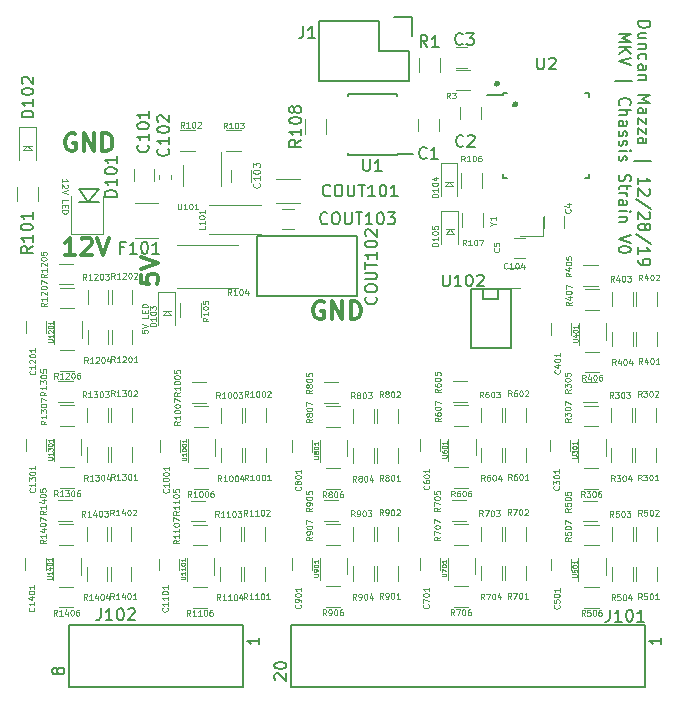
<source format=gbr>
G04 #@! TF.GenerationSoftware,KiCad,Pcbnew,5.1.5-52549c5~84~ubuntu16.04.1*
G04 #@! TF.CreationDate,2019-12-28T13:07:50-05:00*
G04 #@! TF.ProjectId,Chassis_Strain,43686173-7369-4735-9f53-747261696e2e,rev?*
G04 #@! TF.SameCoordinates,Original*
G04 #@! TF.FileFunction,Legend,Top*
G04 #@! TF.FilePolarity,Positive*
%FSLAX46Y46*%
G04 Gerber Fmt 4.6, Leading zero omitted, Abs format (unit mm)*
G04 Created by KiCad (PCBNEW 5.1.5-52549c5~84~ubuntu16.04.1) date 2019-12-28 13:07:50*
%MOMM*%
%LPD*%
G04 APERTURE LIST*
%ADD10C,0.150000*%
%ADD11C,0.075000*%
%ADD12C,0.300000*%
%ADD13C,0.120000*%
%ADD14C,0.500000*%
%ADD15C,0.100000*%
%ADD16C,0.200000*%
%ADD17C,0.060000*%
%ADD18C,0.080000*%
G04 APERTURE END LIST*
D10*
X162107119Y-88877476D02*
X163107119Y-88877476D01*
X163107119Y-89115571D01*
X163059500Y-89258428D01*
X162964261Y-89353666D01*
X162869023Y-89401285D01*
X162678547Y-89448904D01*
X162535690Y-89448904D01*
X162345214Y-89401285D01*
X162249976Y-89353666D01*
X162154738Y-89258428D01*
X162107119Y-89115571D01*
X162107119Y-88877476D01*
X162773785Y-90306047D02*
X162107119Y-90306047D01*
X162773785Y-89877476D02*
X162249976Y-89877476D01*
X162154738Y-89925095D01*
X162107119Y-90020333D01*
X162107119Y-90163190D01*
X162154738Y-90258428D01*
X162202357Y-90306047D01*
X162773785Y-90782238D02*
X162107119Y-90782238D01*
X162678547Y-90782238D02*
X162726166Y-90829857D01*
X162773785Y-90925095D01*
X162773785Y-91067952D01*
X162726166Y-91163190D01*
X162630928Y-91210809D01*
X162107119Y-91210809D01*
X162154738Y-92115571D02*
X162107119Y-92020333D01*
X162107119Y-91829857D01*
X162154738Y-91734619D01*
X162202357Y-91687000D01*
X162297595Y-91639380D01*
X162583309Y-91639380D01*
X162678547Y-91687000D01*
X162726166Y-91734619D01*
X162773785Y-91829857D01*
X162773785Y-92020333D01*
X162726166Y-92115571D01*
X162107119Y-92972714D02*
X162630928Y-92972714D01*
X162726166Y-92925095D01*
X162773785Y-92829857D01*
X162773785Y-92639380D01*
X162726166Y-92544142D01*
X162154738Y-92972714D02*
X162107119Y-92877476D01*
X162107119Y-92639380D01*
X162154738Y-92544142D01*
X162249976Y-92496523D01*
X162345214Y-92496523D01*
X162440452Y-92544142D01*
X162488071Y-92639380D01*
X162488071Y-92877476D01*
X162535690Y-92972714D01*
X162773785Y-93448904D02*
X162107119Y-93448904D01*
X162678547Y-93448904D02*
X162726166Y-93496523D01*
X162773785Y-93591761D01*
X162773785Y-93734619D01*
X162726166Y-93829857D01*
X162630928Y-93877476D01*
X162107119Y-93877476D01*
X162107119Y-95115571D02*
X163107119Y-95115571D01*
X162392833Y-95448904D01*
X163107119Y-95782238D01*
X162107119Y-95782238D01*
X162107119Y-96687000D02*
X162630928Y-96687000D01*
X162726166Y-96639380D01*
X162773785Y-96544142D01*
X162773785Y-96353666D01*
X162726166Y-96258428D01*
X162154738Y-96687000D02*
X162107119Y-96591761D01*
X162107119Y-96353666D01*
X162154738Y-96258428D01*
X162249976Y-96210809D01*
X162345214Y-96210809D01*
X162440452Y-96258428D01*
X162488071Y-96353666D01*
X162488071Y-96591761D01*
X162535690Y-96687000D01*
X162773785Y-97067952D02*
X162773785Y-97591761D01*
X162107119Y-97067952D01*
X162107119Y-97591761D01*
X162773785Y-97877476D02*
X162773785Y-98401285D01*
X162107119Y-97877476D01*
X162107119Y-98401285D01*
X162107119Y-99210809D02*
X162630928Y-99210809D01*
X162726166Y-99163190D01*
X162773785Y-99067952D01*
X162773785Y-98877476D01*
X162726166Y-98782238D01*
X162154738Y-99210809D02*
X162107119Y-99115571D01*
X162107119Y-98877476D01*
X162154738Y-98782238D01*
X162249976Y-98734619D01*
X162345214Y-98734619D01*
X162440452Y-98782238D01*
X162488071Y-98877476D01*
X162488071Y-99115571D01*
X162535690Y-99210809D01*
X161773785Y-100687000D02*
X163202357Y-100687000D01*
X162107119Y-102687000D02*
X162107119Y-102115571D01*
X162107119Y-102401285D02*
X163107119Y-102401285D01*
X162964261Y-102306047D01*
X162869023Y-102210809D01*
X162821404Y-102115571D01*
X163011880Y-103067952D02*
X163059500Y-103115571D01*
X163107119Y-103210809D01*
X163107119Y-103448904D01*
X163059500Y-103544142D01*
X163011880Y-103591761D01*
X162916642Y-103639380D01*
X162821404Y-103639380D01*
X162678547Y-103591761D01*
X162107119Y-103020333D01*
X162107119Y-103639380D01*
X163154738Y-104782238D02*
X161869023Y-103925095D01*
X163011880Y-105067952D02*
X163059500Y-105115571D01*
X163107119Y-105210809D01*
X163107119Y-105448904D01*
X163059500Y-105544142D01*
X163011880Y-105591761D01*
X162916642Y-105639380D01*
X162821404Y-105639380D01*
X162678547Y-105591761D01*
X162107119Y-105020333D01*
X162107119Y-105639380D01*
X162678547Y-106210809D02*
X162726166Y-106115571D01*
X162773785Y-106067952D01*
X162869023Y-106020333D01*
X162916642Y-106020333D01*
X163011880Y-106067952D01*
X163059500Y-106115571D01*
X163107119Y-106210809D01*
X163107119Y-106401285D01*
X163059500Y-106496523D01*
X163011880Y-106544142D01*
X162916642Y-106591761D01*
X162869023Y-106591761D01*
X162773785Y-106544142D01*
X162726166Y-106496523D01*
X162678547Y-106401285D01*
X162678547Y-106210809D01*
X162630928Y-106115571D01*
X162583309Y-106067952D01*
X162488071Y-106020333D01*
X162297595Y-106020333D01*
X162202357Y-106067952D01*
X162154738Y-106115571D01*
X162107119Y-106210809D01*
X162107119Y-106401285D01*
X162154738Y-106496523D01*
X162202357Y-106544142D01*
X162297595Y-106591761D01*
X162488071Y-106591761D01*
X162583309Y-106544142D01*
X162630928Y-106496523D01*
X162678547Y-106401285D01*
X163154738Y-107734619D02*
X161869023Y-106877476D01*
X162107119Y-108591761D02*
X162107119Y-108020333D01*
X162107119Y-108306047D02*
X163107119Y-108306047D01*
X162964261Y-108210809D01*
X162869023Y-108115571D01*
X162821404Y-108020333D01*
X162107119Y-109067952D02*
X162107119Y-109258428D01*
X162154738Y-109353666D01*
X162202357Y-109401285D01*
X162345214Y-109496523D01*
X162535690Y-109544142D01*
X162916642Y-109544142D01*
X163011880Y-109496523D01*
X163059500Y-109448904D01*
X163107119Y-109353666D01*
X163107119Y-109163190D01*
X163059500Y-109067952D01*
X163011880Y-109020333D01*
X162916642Y-108972714D01*
X162678547Y-108972714D01*
X162583309Y-109020333D01*
X162535690Y-109067952D01*
X162488071Y-109163190D01*
X162488071Y-109353666D01*
X162535690Y-109448904D01*
X162583309Y-109496523D01*
X162678547Y-109544142D01*
X160457119Y-89948904D02*
X161457119Y-89948904D01*
X160742833Y-90282238D01*
X161457119Y-90615571D01*
X160457119Y-90615571D01*
X160457119Y-91091761D02*
X161457119Y-91091761D01*
X160457119Y-91663190D02*
X161028547Y-91234619D01*
X161457119Y-91663190D02*
X160885690Y-91091761D01*
X161457119Y-91948904D02*
X160457119Y-92282238D01*
X161457119Y-92615571D01*
X160123785Y-93948904D02*
X161552357Y-93948904D01*
X160552357Y-95996523D02*
X160504738Y-95948904D01*
X160457119Y-95806047D01*
X160457119Y-95710809D01*
X160504738Y-95567952D01*
X160599976Y-95472714D01*
X160695214Y-95425095D01*
X160885690Y-95377476D01*
X161028547Y-95377476D01*
X161219023Y-95425095D01*
X161314261Y-95472714D01*
X161409500Y-95567952D01*
X161457119Y-95710809D01*
X161457119Y-95806047D01*
X161409500Y-95948904D01*
X161361880Y-95996523D01*
X160457119Y-96425095D02*
X161457119Y-96425095D01*
X160457119Y-96853666D02*
X160980928Y-96853666D01*
X161076166Y-96806047D01*
X161123785Y-96710809D01*
X161123785Y-96567952D01*
X161076166Y-96472714D01*
X161028547Y-96425095D01*
X160457119Y-97758428D02*
X160980928Y-97758428D01*
X161076166Y-97710809D01*
X161123785Y-97615571D01*
X161123785Y-97425095D01*
X161076166Y-97329857D01*
X160504738Y-97758428D02*
X160457119Y-97663190D01*
X160457119Y-97425095D01*
X160504738Y-97329857D01*
X160599976Y-97282238D01*
X160695214Y-97282238D01*
X160790452Y-97329857D01*
X160838071Y-97425095D01*
X160838071Y-97663190D01*
X160885690Y-97758428D01*
X160504738Y-98187000D02*
X160457119Y-98282238D01*
X160457119Y-98472714D01*
X160504738Y-98567952D01*
X160599976Y-98615571D01*
X160647595Y-98615571D01*
X160742833Y-98567952D01*
X160790452Y-98472714D01*
X160790452Y-98329857D01*
X160838071Y-98234619D01*
X160933309Y-98187000D01*
X160980928Y-98187000D01*
X161076166Y-98234619D01*
X161123785Y-98329857D01*
X161123785Y-98472714D01*
X161076166Y-98567952D01*
X160504738Y-98996523D02*
X160457119Y-99091761D01*
X160457119Y-99282238D01*
X160504738Y-99377476D01*
X160599976Y-99425095D01*
X160647595Y-99425095D01*
X160742833Y-99377476D01*
X160790452Y-99282238D01*
X160790452Y-99139380D01*
X160838071Y-99044142D01*
X160933309Y-98996523D01*
X160980928Y-98996523D01*
X161076166Y-99044142D01*
X161123785Y-99139380D01*
X161123785Y-99282238D01*
X161076166Y-99377476D01*
X160457119Y-99853666D02*
X161123785Y-99853666D01*
X161457119Y-99853666D02*
X161409500Y-99806047D01*
X161361880Y-99853666D01*
X161409500Y-99901285D01*
X161457119Y-99853666D01*
X161361880Y-99853666D01*
X160504738Y-100282238D02*
X160457119Y-100377476D01*
X160457119Y-100567952D01*
X160504738Y-100663190D01*
X160599976Y-100710809D01*
X160647595Y-100710809D01*
X160742833Y-100663190D01*
X160790452Y-100567952D01*
X160790452Y-100425095D01*
X160838071Y-100329857D01*
X160933309Y-100282238D01*
X160980928Y-100282238D01*
X161076166Y-100329857D01*
X161123785Y-100425095D01*
X161123785Y-100567952D01*
X161076166Y-100663190D01*
X160504738Y-101853666D02*
X160457119Y-101996523D01*
X160457119Y-102234619D01*
X160504738Y-102329857D01*
X160552357Y-102377476D01*
X160647595Y-102425095D01*
X160742833Y-102425095D01*
X160838071Y-102377476D01*
X160885690Y-102329857D01*
X160933309Y-102234619D01*
X160980928Y-102044142D01*
X161028547Y-101948904D01*
X161076166Y-101901285D01*
X161171404Y-101853666D01*
X161266642Y-101853666D01*
X161361880Y-101901285D01*
X161409500Y-101948904D01*
X161457119Y-102044142D01*
X161457119Y-102282238D01*
X161409500Y-102425095D01*
X161123785Y-102710809D02*
X161123785Y-103091761D01*
X161457119Y-102853666D02*
X160599976Y-102853666D01*
X160504738Y-102901285D01*
X160457119Y-102996523D01*
X160457119Y-103091761D01*
X160457119Y-103425095D02*
X161123785Y-103425095D01*
X160933309Y-103425095D02*
X161028547Y-103472714D01*
X161076166Y-103520333D01*
X161123785Y-103615571D01*
X161123785Y-103710809D01*
X160457119Y-104472714D02*
X160980928Y-104472714D01*
X161076166Y-104425095D01*
X161123785Y-104329857D01*
X161123785Y-104139380D01*
X161076166Y-104044142D01*
X160504738Y-104472714D02*
X160457119Y-104377476D01*
X160457119Y-104139380D01*
X160504738Y-104044142D01*
X160599976Y-103996523D01*
X160695214Y-103996523D01*
X160790452Y-104044142D01*
X160838071Y-104139380D01*
X160838071Y-104377476D01*
X160885690Y-104472714D01*
X160457119Y-104948904D02*
X161123785Y-104948904D01*
X161457119Y-104948904D02*
X161409500Y-104901285D01*
X161361880Y-104948904D01*
X161409500Y-104996523D01*
X161457119Y-104948904D01*
X161361880Y-104948904D01*
X161123785Y-105425095D02*
X160457119Y-105425095D01*
X161028547Y-105425095D02*
X161076166Y-105472714D01*
X161123785Y-105567952D01*
X161123785Y-105710809D01*
X161076166Y-105806047D01*
X160980928Y-105853666D01*
X160457119Y-105853666D01*
X161457119Y-106948904D02*
X160457119Y-107282238D01*
X161457119Y-107615571D01*
X161457119Y-108139380D02*
X161457119Y-108234619D01*
X161409500Y-108329857D01*
X161361880Y-108377476D01*
X161266642Y-108425095D01*
X161076166Y-108472714D01*
X160838071Y-108472714D01*
X160647595Y-108425095D01*
X160552357Y-108377476D01*
X160504738Y-108329857D01*
X160457119Y-108234619D01*
X160457119Y-108139380D01*
X160504738Y-108044142D01*
X160552357Y-107996523D01*
X160647595Y-107948904D01*
X160838071Y-107901285D01*
X161076166Y-107901285D01*
X161266642Y-107948904D01*
X161361880Y-107996523D01*
X161409500Y-108044142D01*
X161457119Y-108139380D01*
D11*
X120058690Y-115010285D02*
X120058690Y-115248380D01*
X120296785Y-115272190D01*
X120272976Y-115248380D01*
X120249166Y-115200761D01*
X120249166Y-115081714D01*
X120272976Y-115034095D01*
X120296785Y-115010285D01*
X120344404Y-114986476D01*
X120463452Y-114986476D01*
X120511071Y-115010285D01*
X120534880Y-115034095D01*
X120558690Y-115081714D01*
X120558690Y-115200761D01*
X120534880Y-115248380D01*
X120511071Y-115272190D01*
X120058690Y-114843619D02*
X120558690Y-114676952D01*
X120058690Y-114510285D01*
X120558690Y-113724571D02*
X120558690Y-113962666D01*
X120058690Y-113962666D01*
X120296785Y-113557904D02*
X120296785Y-113391238D01*
X120558690Y-113319809D02*
X120558690Y-113557904D01*
X120058690Y-113557904D01*
X120058690Y-113319809D01*
X120558690Y-113105523D02*
X120058690Y-113105523D01*
X120058690Y-112986476D01*
X120082500Y-112915047D01*
X120130119Y-112867428D01*
X120177738Y-112843619D01*
X120272976Y-112819809D01*
X120344404Y-112819809D01*
X120439642Y-112843619D01*
X120487261Y-112867428D01*
X120534880Y-112915047D01*
X120558690Y-112986476D01*
X120558690Y-113105523D01*
X113311809Y-102516928D02*
X113311809Y-102231214D01*
X113311809Y-102374071D02*
X113811809Y-102374071D01*
X113740380Y-102326452D01*
X113692761Y-102278833D01*
X113668952Y-102231214D01*
X113764190Y-102707404D02*
X113788000Y-102731214D01*
X113811809Y-102778833D01*
X113811809Y-102897880D01*
X113788000Y-102945500D01*
X113764190Y-102969309D01*
X113716571Y-102993119D01*
X113668952Y-102993119D01*
X113597523Y-102969309D01*
X113311809Y-102683595D01*
X113311809Y-102993119D01*
X113811809Y-103135976D02*
X113311809Y-103302642D01*
X113811809Y-103469309D01*
X113311809Y-104255023D02*
X113311809Y-104016928D01*
X113811809Y-104016928D01*
X113573714Y-104421690D02*
X113573714Y-104588357D01*
X113311809Y-104659785D02*
X113311809Y-104421690D01*
X113811809Y-104421690D01*
X113811809Y-104659785D01*
X113311809Y-104874071D02*
X113811809Y-104874071D01*
X113811809Y-104993119D01*
X113788000Y-105064547D01*
X113740380Y-105112166D01*
X113692761Y-105135976D01*
X113597523Y-105159785D01*
X113526095Y-105159785D01*
X113430857Y-105135976D01*
X113383238Y-105112166D01*
X113335619Y-105064547D01*
X113311809Y-104993119D01*
X113311809Y-104874071D01*
D12*
X114427142Y-98437000D02*
X114284285Y-98365571D01*
X114070000Y-98365571D01*
X113855714Y-98437000D01*
X113712857Y-98579857D01*
X113641428Y-98722714D01*
X113570000Y-99008428D01*
X113570000Y-99222714D01*
X113641428Y-99508428D01*
X113712857Y-99651285D01*
X113855714Y-99794142D01*
X114070000Y-99865571D01*
X114212857Y-99865571D01*
X114427142Y-99794142D01*
X114498571Y-99722714D01*
X114498571Y-99222714D01*
X114212857Y-99222714D01*
X115141428Y-99865571D02*
X115141428Y-98365571D01*
X115998571Y-99865571D01*
X115998571Y-98365571D01*
X116712857Y-99865571D02*
X116712857Y-98365571D01*
X117070000Y-98365571D01*
X117284285Y-98437000D01*
X117427142Y-98579857D01*
X117498571Y-98722714D01*
X117570000Y-99008428D01*
X117570000Y-99222714D01*
X117498571Y-99508428D01*
X117427142Y-99651285D01*
X117284285Y-99794142D01*
X117070000Y-99865571D01*
X116712857Y-99865571D01*
X119955571Y-110331214D02*
X119955571Y-111045500D01*
X120669857Y-111116928D01*
X120598428Y-111045500D01*
X120527000Y-110902642D01*
X120527000Y-110545500D01*
X120598428Y-110402642D01*
X120669857Y-110331214D01*
X120812714Y-110259785D01*
X121169857Y-110259785D01*
X121312714Y-110331214D01*
X121384142Y-110402642D01*
X121455571Y-110545500D01*
X121455571Y-110902642D01*
X121384142Y-111045500D01*
X121312714Y-111116928D01*
X119955571Y-109831214D02*
X121455571Y-109331214D01*
X119955571Y-108831214D01*
X135445642Y-112661000D02*
X135302785Y-112589571D01*
X135088500Y-112589571D01*
X134874214Y-112661000D01*
X134731357Y-112803857D01*
X134659928Y-112946714D01*
X134588500Y-113232428D01*
X134588500Y-113446714D01*
X134659928Y-113732428D01*
X134731357Y-113875285D01*
X134874214Y-114018142D01*
X135088500Y-114089571D01*
X135231357Y-114089571D01*
X135445642Y-114018142D01*
X135517071Y-113946714D01*
X135517071Y-113446714D01*
X135231357Y-113446714D01*
X136159928Y-114089571D02*
X136159928Y-112589571D01*
X137017071Y-114089571D01*
X137017071Y-112589571D01*
X137731357Y-114089571D02*
X137731357Y-112589571D01*
X138088500Y-112589571D01*
X138302785Y-112661000D01*
X138445642Y-112803857D01*
X138517071Y-112946714D01*
X138588500Y-113232428D01*
X138588500Y-113446714D01*
X138517071Y-113732428D01*
X138445642Y-113875285D01*
X138302785Y-114018142D01*
X138088500Y-114089571D01*
X137731357Y-114089571D01*
X114387428Y-108692071D02*
X113530285Y-108692071D01*
X113958857Y-108692071D02*
X113958857Y-107192071D01*
X113816000Y-107406357D01*
X113673142Y-107549214D01*
X113530285Y-107620642D01*
X114958857Y-107334928D02*
X115030285Y-107263500D01*
X115173142Y-107192071D01*
X115530285Y-107192071D01*
X115673142Y-107263500D01*
X115744571Y-107334928D01*
X115816000Y-107477785D01*
X115816000Y-107620642D01*
X115744571Y-107834928D01*
X114887428Y-108692071D01*
X115816000Y-108692071D01*
X116244571Y-107192071D02*
X116744571Y-108692071D01*
X117244571Y-107192071D01*
D13*
X152074500Y-109767000D02*
X151074500Y-109767000D01*
X151074500Y-111467000D02*
X152074500Y-111467000D01*
D10*
X147906000Y-116546000D02*
X147906000Y-111546000D01*
X147906000Y-116546000D02*
X151306000Y-116546000D01*
X148971000Y-112378000D02*
X148971000Y-111616000D01*
X150241000Y-112378000D02*
X148971000Y-112378000D01*
X150241000Y-111616000D02*
X150241000Y-112378000D01*
X147906000Y-111546000D02*
X151306000Y-111546000D01*
X151306000Y-116546000D02*
X151306000Y-111546000D01*
X150680000Y-95152000D02*
X149255000Y-95152000D01*
X157930000Y-94927000D02*
X157605000Y-94927000D01*
X157930000Y-102177000D02*
X157605000Y-102177000D01*
X150680000Y-102177000D02*
X151005000Y-102177000D01*
X150680000Y-94927000D02*
X151005000Y-94927000D01*
X150680000Y-102177000D02*
X150680000Y-101852000D01*
X157930000Y-102177000D02*
X157930000Y-101852000D01*
X157930000Y-94927000D02*
X157930000Y-95252000D01*
X150680000Y-94927000D02*
X150680000Y-95152000D01*
D14*
X150139400Y-94157800D02*
G75*
G03X150139400Y-94157800I-50800J0D01*
G01*
X151688800Y-95910400D02*
G75*
G03X151688800Y-95910400I-50800J0D01*
G01*
D10*
X132696000Y-145271000D02*
X162706000Y-145271000D01*
X132696000Y-139971000D02*
X162706000Y-139971000D01*
X162706000Y-139971000D02*
X162706000Y-145271000D01*
X132696000Y-139971000D02*
X132696000Y-145271000D01*
D13*
X148319500Y-125636000D02*
X148319500Y-124236000D01*
X145999500Y-124236000D02*
X145999500Y-126136000D01*
X146498500Y-121389000D02*
X147698500Y-121389000D01*
X147698500Y-123149000D02*
X146498500Y-123149000D01*
X147698500Y-128419500D02*
X146498500Y-128419500D01*
X146498500Y-126659500D02*
X147698500Y-126659500D01*
X147571500Y-121117000D02*
X146371500Y-121117000D01*
X146371500Y-119357000D02*
X147571500Y-119357000D01*
X150579500Y-124971000D02*
X150579500Y-126171000D01*
X148819500Y-126171000D02*
X148819500Y-124971000D01*
X148819500Y-122808000D02*
X148819500Y-121608000D01*
X150579500Y-121608000D02*
X150579500Y-122808000D01*
X152611500Y-121603000D02*
X152611500Y-122803000D01*
X150851500Y-122803000D02*
X150851500Y-121603000D01*
X150851500Y-126171000D02*
X150851500Y-124971000D01*
X152611500Y-124971000D02*
X152611500Y-126171000D01*
X143642500Y-124261500D02*
X143642500Y-125261500D01*
X145342500Y-125261500D02*
X145342500Y-124261500D01*
X109483000Y-104105000D02*
X109483000Y-102905000D01*
X111243000Y-102905000D02*
X111243000Y-104105000D01*
X126763600Y-102865800D02*
X126763600Y-99915800D01*
X123543600Y-101065800D02*
X123543600Y-102865800D01*
X125752700Y-104466540D02*
X130152700Y-104466540D01*
X130152700Y-106866540D02*
X125752700Y-106866540D01*
D10*
X140144500Y-93916500D02*
X142684500Y-93916500D01*
X142684500Y-93916500D02*
X142684500Y-91376500D01*
X142964500Y-88556500D02*
X141414500Y-88556500D01*
X135064500Y-93916500D02*
X140144500Y-93916500D01*
X135064500Y-88836500D02*
X135064500Y-93916500D01*
X140144500Y-91376500D02*
X140144500Y-88836500D01*
X142684500Y-91376500D02*
X140144500Y-91376500D01*
X142964500Y-88556500D02*
X142964500Y-90106500D01*
X140144500Y-88836500D02*
X135064500Y-88836500D01*
D13*
X146629500Y-92798000D02*
X147629500Y-92798000D01*
X147629500Y-91098000D02*
X146629500Y-91098000D01*
X148741500Y-97147000D02*
X148741500Y-96147000D01*
X147041500Y-96147000D02*
X147041500Y-97147000D01*
X143519000Y-93185500D02*
X143519000Y-91985500D01*
X145279000Y-91985500D02*
X145279000Y-93185500D01*
D10*
X141648000Y-100124500D02*
X143048000Y-100124500D01*
X141648000Y-95024500D02*
X137498000Y-95024500D01*
X141648000Y-100174500D02*
X137498000Y-100174500D01*
X141648000Y-95024500D02*
X141648000Y-95169500D01*
X137498000Y-95024500D02*
X137498000Y-95169500D01*
X137498000Y-100174500D02*
X137498000Y-100029500D01*
X141648000Y-100174500D02*
X141648000Y-100124500D01*
D13*
X146659000Y-92973000D02*
X147859000Y-92973000D01*
X147859000Y-94733000D02*
X146659000Y-94733000D01*
X147100400Y-102962000D02*
X147100400Y-101762000D01*
X148860400Y-101762000D02*
X148860400Y-102962000D01*
D15*
X154062000Y-107048000D02*
X154062000Y-105448000D01*
X154062000Y-107048000D02*
X152062000Y-107048000D01*
D13*
X154725000Y-114451000D02*
X154725000Y-115451000D01*
X156425000Y-115451000D02*
X156425000Y-114451000D01*
X161934000Y-116360500D02*
X161934000Y-115160500D01*
X163694000Y-115160500D02*
X163694000Y-116360500D01*
D10*
X129805300Y-112101000D02*
X129805300Y-107101000D01*
X138305300Y-112101000D02*
X129805300Y-112101000D01*
X138305300Y-107101000D02*
X138305300Y-112101000D01*
X129805300Y-107101000D02*
X138305300Y-107101000D01*
D13*
X127597800Y-101481000D02*
X127597800Y-102481000D01*
X129297800Y-102481000D02*
X129297800Y-101481000D01*
X121446800Y-107207500D02*
X119446800Y-107207500D01*
X119446800Y-104247500D02*
X121446800Y-104247500D01*
X128420420Y-99858720D02*
X127220420Y-99858720D01*
X127220420Y-98098720D02*
X128420420Y-98098720D01*
X124534220Y-99843480D02*
X123334220Y-99843480D01*
X123334220Y-98083480D02*
X124534220Y-98083480D01*
X125056000Y-112750000D02*
X125056000Y-113950000D01*
X123296000Y-113950000D02*
X123296000Y-112750000D01*
X128204200Y-111426080D02*
X123004200Y-111426080D01*
X123004200Y-107786080D02*
X128204200Y-107786080D01*
X131424300Y-104271000D02*
X133424300Y-104271000D01*
X133424300Y-102231000D02*
X131424300Y-102231000D01*
X131948300Y-106450500D02*
X132948300Y-106450500D01*
X132948300Y-104750500D02*
X131948300Y-104750500D01*
X114096800Y-106870500D02*
X114096800Y-103695500D01*
X116763800Y-106870500D02*
X116763800Y-103695500D01*
X114096800Y-106870500D02*
X116763800Y-106870500D01*
D16*
X114730300Y-104195500D02*
X116430300Y-104195500D01*
X115530300Y-104195500D02*
X114730300Y-103095500D01*
X114730300Y-103095500D02*
X116430300Y-103095500D01*
X116430300Y-103095500D02*
X115530300Y-104195500D01*
D13*
X122874000Y-111781000D02*
X122874000Y-114581000D01*
X121474000Y-111781000D02*
X121474000Y-114581000D01*
X122874000Y-111781000D02*
X121474000Y-111781000D01*
D15*
X122174000Y-113381000D02*
X122474000Y-113681000D01*
X122474000Y-113681000D02*
X122524000Y-113731000D01*
X122524000Y-113731000D02*
X121874000Y-113731000D01*
X121824000Y-113731000D02*
X121874000Y-113731000D01*
X121874000Y-113731000D02*
X121824000Y-113731000D01*
X121824000Y-113731000D02*
X122174000Y-113381000D01*
X122174000Y-113381000D02*
X122524000Y-113381000D01*
X121824000Y-113381000D02*
X122174000Y-113381000D01*
D13*
X111076000Y-97800000D02*
X111076000Y-100600000D01*
X109676000Y-97800000D02*
X109676000Y-100600000D01*
X111076000Y-97800000D02*
X109676000Y-97800000D01*
D15*
X110376000Y-99400000D02*
X110676000Y-99700000D01*
X110676000Y-99700000D02*
X110726000Y-99750000D01*
X110726000Y-99750000D02*
X110076000Y-99750000D01*
X110026000Y-99750000D02*
X110076000Y-99750000D01*
X110076000Y-99750000D02*
X110026000Y-99750000D01*
X110026000Y-99750000D02*
X110376000Y-99400000D01*
X110376000Y-99400000D02*
X110726000Y-99400000D01*
X110026000Y-99400000D02*
X110376000Y-99400000D01*
D13*
X121078360Y-102370000D02*
X121078360Y-101370000D01*
X119378360Y-101370000D02*
X119378360Y-102370000D01*
X122544300Y-102223279D02*
X122544300Y-101897721D01*
X121524300Y-102223279D02*
X121524300Y-101897721D01*
X143485500Y-97179000D02*
X143485500Y-98179000D01*
X145185500Y-98179000D02*
X145185500Y-97179000D01*
X154090000Y-105402000D02*
X154090000Y-106402000D01*
X155790000Y-106402000D02*
X155790000Y-105402000D01*
X151535000Y-108927000D02*
X152535000Y-108927000D01*
X152535000Y-107227000D02*
X151535000Y-107227000D01*
X154649001Y-124299999D02*
X154649001Y-125299999D01*
X156349001Y-125299999D02*
X156349001Y-124299999D01*
X154672501Y-134368999D02*
X154672501Y-135368999D01*
X156372501Y-135368999D02*
X156372501Y-134368999D01*
X143603501Y-134314499D02*
X143603501Y-135314499D01*
X145303501Y-135314499D02*
X145303501Y-134314499D01*
X132768501Y-124335999D02*
X132768501Y-125335999D01*
X134468501Y-125335999D02*
X134468501Y-124335999D01*
X132764001Y-134327499D02*
X132764001Y-135327499D01*
X134464001Y-135327499D02*
X134464001Y-134327499D01*
X121589001Y-124306999D02*
X121589001Y-125306999D01*
X123289001Y-125306999D02*
X123289001Y-124306999D01*
X121505501Y-134367499D02*
X121505501Y-135367499D01*
X123205501Y-135367499D02*
X123205501Y-134367499D01*
X110289501Y-114292499D02*
X110289501Y-115292499D01*
X111989501Y-115292499D02*
X111989501Y-114292499D01*
X110269501Y-124251499D02*
X110269501Y-125251499D01*
X111969501Y-125251499D02*
X111969501Y-124251499D01*
X110209501Y-134347999D02*
X110209501Y-135347999D01*
X111909501Y-135347999D02*
X111909501Y-134347999D01*
X146775400Y-100900000D02*
X146775400Y-103700000D01*
X145375400Y-100900000D02*
X145375400Y-103700000D01*
X146775400Y-100900000D02*
X145375400Y-100900000D01*
D15*
X146075400Y-102500000D02*
X146375400Y-102800000D01*
X146375400Y-102800000D02*
X146425400Y-102850000D01*
X146425400Y-102850000D02*
X145775400Y-102850000D01*
X145725400Y-102850000D02*
X145775400Y-102850000D01*
X145775400Y-102850000D02*
X145725400Y-102850000D01*
X145725400Y-102850000D02*
X146075400Y-102500000D01*
X146075400Y-102500000D02*
X146425400Y-102500000D01*
X145725400Y-102500000D02*
X146075400Y-102500000D01*
D13*
X146826200Y-104905400D02*
X146826200Y-107705400D01*
X145426200Y-104905400D02*
X145426200Y-107705400D01*
X146826200Y-104905400D02*
X145426200Y-104905400D01*
D15*
X146126200Y-106505400D02*
X146426200Y-106805400D01*
X146426200Y-106805400D02*
X146476200Y-106855400D01*
X146476200Y-106855400D02*
X145826200Y-106855400D01*
X145776200Y-106855400D02*
X145826200Y-106855400D01*
X145826200Y-106855400D02*
X145776200Y-106855400D01*
X145776200Y-106855400D02*
X146126200Y-106505400D01*
X146126200Y-106505400D02*
X146476200Y-106505400D01*
X145776200Y-106505400D02*
X146126200Y-106505400D01*
D10*
X113900000Y-145271000D02*
X128670000Y-145271000D01*
X113900000Y-139971000D02*
X128670000Y-139971000D01*
X128670000Y-139971000D02*
X128670000Y-145271000D01*
X113900000Y-139971000D02*
X113900000Y-145271000D01*
D13*
X147151200Y-106274200D02*
X147151200Y-105074200D01*
X148911200Y-105074200D02*
X148911200Y-106274200D01*
X133867000Y-98392500D02*
X133867000Y-97192500D01*
X135627000Y-97192500D02*
X135627000Y-98392500D01*
X161858001Y-126209499D02*
X161858001Y-125009499D01*
X163618001Y-125009499D02*
X163618001Y-126209499D01*
X163618001Y-121641499D02*
X163618001Y-122841499D01*
X161858001Y-122841499D02*
X161858001Y-121641499D01*
X159826001Y-122846499D02*
X159826001Y-121646499D01*
X161586001Y-121646499D02*
X161586001Y-122846499D01*
X161586001Y-125009499D02*
X161586001Y-126209499D01*
X159826001Y-126209499D02*
X159826001Y-125009499D01*
X158578001Y-121155499D02*
X157378001Y-121155499D01*
X157378001Y-119395499D02*
X158578001Y-119395499D01*
X158705001Y-128457999D02*
X157505001Y-128457999D01*
X157505001Y-126697999D02*
X158705001Y-126697999D01*
X157505001Y-121427499D02*
X158705001Y-121427499D01*
X158705001Y-123187499D02*
X157505001Y-123187499D01*
X163694000Y-111792500D02*
X163694000Y-112992500D01*
X161934000Y-112992500D02*
X161934000Y-111792500D01*
X159902000Y-112997500D02*
X159902000Y-111797500D01*
X161662000Y-111797500D02*
X161662000Y-112997500D01*
X161662000Y-115160500D02*
X161662000Y-116360500D01*
X159902000Y-116360500D02*
X159902000Y-115160500D01*
X158654000Y-111306500D02*
X157454000Y-111306500D01*
X157454000Y-109546500D02*
X158654000Y-109546500D01*
X158781000Y-118609000D02*
X157581000Y-118609000D01*
X157581000Y-116849000D02*
X158781000Y-116849000D01*
X157581000Y-111578500D02*
X158781000Y-111578500D01*
X158781000Y-113338500D02*
X157581000Y-113338500D01*
X161881501Y-136278499D02*
X161881501Y-135078499D01*
X163641501Y-135078499D02*
X163641501Y-136278499D01*
X163641501Y-131710499D02*
X163641501Y-132910499D01*
X161881501Y-132910499D02*
X161881501Y-131710499D01*
X159849501Y-132915499D02*
X159849501Y-131715499D01*
X161609501Y-131715499D02*
X161609501Y-132915499D01*
X161609501Y-135078499D02*
X161609501Y-136278499D01*
X159849501Y-136278499D02*
X159849501Y-135078499D01*
X158601501Y-131224499D02*
X157401501Y-131224499D01*
X157401501Y-129464499D02*
X158601501Y-129464499D01*
X158728501Y-138526999D02*
X157528501Y-138526999D01*
X157528501Y-136766999D02*
X158728501Y-136766999D01*
X157528501Y-131496499D02*
X158728501Y-131496499D01*
X158728501Y-133256499D02*
X157528501Y-133256499D01*
X150812501Y-136223999D02*
X150812501Y-135023999D01*
X152572501Y-135023999D02*
X152572501Y-136223999D01*
X152572501Y-131655999D02*
X152572501Y-132855999D01*
X150812501Y-132855999D02*
X150812501Y-131655999D01*
X148780501Y-132860999D02*
X148780501Y-131660999D01*
X150540501Y-131660999D02*
X150540501Y-132860999D01*
X150540501Y-135023999D02*
X150540501Y-136223999D01*
X148780501Y-136223999D02*
X148780501Y-135023999D01*
X147532501Y-131169999D02*
X146332501Y-131169999D01*
X146332501Y-129409999D02*
X147532501Y-129409999D01*
X147659501Y-138472499D02*
X146459501Y-138472499D01*
X146459501Y-136712499D02*
X147659501Y-136712499D01*
X146459501Y-131441999D02*
X147659501Y-131441999D01*
X147659501Y-133201999D02*
X146459501Y-133201999D01*
X139977501Y-126245499D02*
X139977501Y-125045499D01*
X141737501Y-125045499D02*
X141737501Y-126245499D01*
X141737501Y-121677499D02*
X141737501Y-122877499D01*
X139977501Y-122877499D02*
X139977501Y-121677499D01*
X137945501Y-122882499D02*
X137945501Y-121682499D01*
X139705501Y-121682499D02*
X139705501Y-122882499D01*
X139705501Y-125045499D02*
X139705501Y-126245499D01*
X137945501Y-126245499D02*
X137945501Y-125045499D01*
X136697501Y-121191499D02*
X135497501Y-121191499D01*
X135497501Y-119431499D02*
X136697501Y-119431499D01*
X136824501Y-128493999D02*
X135624501Y-128493999D01*
X135624501Y-126733999D02*
X136824501Y-126733999D01*
X135624501Y-121463499D02*
X136824501Y-121463499D01*
X136824501Y-123223499D02*
X135624501Y-123223499D01*
X139973001Y-136236999D02*
X139973001Y-135036999D01*
X141733001Y-135036999D02*
X141733001Y-136236999D01*
X141733001Y-131668999D02*
X141733001Y-132868999D01*
X139973001Y-132868999D02*
X139973001Y-131668999D01*
X137941001Y-132873999D02*
X137941001Y-131673999D01*
X139701001Y-131673999D02*
X139701001Y-132873999D01*
X139701001Y-135036999D02*
X139701001Y-136236999D01*
X137941001Y-136236999D02*
X137941001Y-135036999D01*
X136693001Y-131182999D02*
X135493001Y-131182999D01*
X135493001Y-129422999D02*
X136693001Y-129422999D01*
X136820001Y-138485499D02*
X135620001Y-138485499D01*
X135620001Y-136725499D02*
X136820001Y-136725499D01*
X135620001Y-131454999D02*
X136820001Y-131454999D01*
X136820001Y-133214999D02*
X135620001Y-133214999D01*
X128798001Y-126216499D02*
X128798001Y-125016499D01*
X130558001Y-125016499D02*
X130558001Y-126216499D01*
X130558001Y-121648499D02*
X130558001Y-122848499D01*
X128798001Y-122848499D02*
X128798001Y-121648499D01*
X126766001Y-122853499D02*
X126766001Y-121653499D01*
X128526001Y-121653499D02*
X128526001Y-122853499D01*
X128526001Y-125016499D02*
X128526001Y-126216499D01*
X126766001Y-126216499D02*
X126766001Y-125016499D01*
X125518001Y-121162499D02*
X124318001Y-121162499D01*
X124318001Y-119402499D02*
X125518001Y-119402499D01*
X125645001Y-128464999D02*
X124445001Y-128464999D01*
X124445001Y-126704999D02*
X125645001Y-126704999D01*
X124445001Y-121434499D02*
X125645001Y-121434499D01*
X125645001Y-123194499D02*
X124445001Y-123194499D01*
X128714501Y-136276999D02*
X128714501Y-135076999D01*
X130474501Y-135076999D02*
X130474501Y-136276999D01*
X130474501Y-131708999D02*
X130474501Y-132908999D01*
X128714501Y-132908999D02*
X128714501Y-131708999D01*
X126682501Y-132913999D02*
X126682501Y-131713999D01*
X128442501Y-131713999D02*
X128442501Y-132913999D01*
X128442501Y-135076999D02*
X128442501Y-136276999D01*
X126682501Y-136276999D02*
X126682501Y-135076999D01*
X125434501Y-131222999D02*
X124234501Y-131222999D01*
X124234501Y-129462999D02*
X125434501Y-129462999D01*
X125561501Y-138525499D02*
X124361501Y-138525499D01*
X124361501Y-136765499D02*
X125561501Y-136765499D01*
X124361501Y-131494999D02*
X125561501Y-131494999D01*
X125561501Y-133254999D02*
X124361501Y-133254999D01*
X117498501Y-116201999D02*
X117498501Y-115001999D01*
X119258501Y-115001999D02*
X119258501Y-116201999D01*
X119258501Y-111633999D02*
X119258501Y-112833999D01*
X117498501Y-112833999D02*
X117498501Y-111633999D01*
X115466501Y-112838999D02*
X115466501Y-111638999D01*
X117226501Y-111638999D02*
X117226501Y-112838999D01*
X117226501Y-115001999D02*
X117226501Y-116201999D01*
X115466501Y-116201999D02*
X115466501Y-115001999D01*
X114218501Y-111147999D02*
X113018501Y-111147999D01*
X113018501Y-109387999D02*
X114218501Y-109387999D01*
X114345501Y-118450499D02*
X113145501Y-118450499D01*
X113145501Y-116690499D02*
X114345501Y-116690499D01*
X113145501Y-111419999D02*
X114345501Y-111419999D01*
X114345501Y-113179999D02*
X113145501Y-113179999D01*
X117478501Y-126160999D02*
X117478501Y-124960999D01*
X119238501Y-124960999D02*
X119238501Y-126160999D01*
X119238501Y-121592999D02*
X119238501Y-122792999D01*
X117478501Y-122792999D02*
X117478501Y-121592999D01*
X115446501Y-122797999D02*
X115446501Y-121597999D01*
X117206501Y-121597999D02*
X117206501Y-122797999D01*
X117206501Y-124960999D02*
X117206501Y-126160999D01*
X115446501Y-126160999D02*
X115446501Y-124960999D01*
X114198501Y-121106999D02*
X112998501Y-121106999D01*
X112998501Y-119346999D02*
X114198501Y-119346999D01*
X114325501Y-128409499D02*
X113125501Y-128409499D01*
X113125501Y-126649499D02*
X114325501Y-126649499D01*
X113125501Y-121378999D02*
X114325501Y-121378999D01*
X114325501Y-123138999D02*
X113125501Y-123138999D01*
X117418501Y-136257499D02*
X117418501Y-135057499D01*
X119178501Y-135057499D02*
X119178501Y-136257499D01*
X119178501Y-131689499D02*
X119178501Y-132889499D01*
X117418501Y-132889499D02*
X117418501Y-131689499D01*
X115386501Y-132894499D02*
X115386501Y-131694499D01*
X117146501Y-131694499D02*
X117146501Y-132894499D01*
X117146501Y-135057499D02*
X117146501Y-136257499D01*
X115386501Y-136257499D02*
X115386501Y-135057499D01*
X114138501Y-131203499D02*
X112938501Y-131203499D01*
X112938501Y-129443499D02*
X114138501Y-129443499D01*
X114265501Y-138505999D02*
X113065501Y-138505999D01*
X113065501Y-136745999D02*
X114265501Y-136745999D01*
X113065501Y-131475499D02*
X114265501Y-131475499D01*
X114265501Y-133235499D02*
X113065501Y-133235499D01*
X159326001Y-125674499D02*
X159326001Y-124274499D01*
X157006001Y-124274499D02*
X157006001Y-126174499D01*
X159402000Y-115825500D02*
X159402000Y-114425500D01*
X157082000Y-114425500D02*
X157082000Y-116325500D01*
X159349501Y-135743499D02*
X159349501Y-134343499D01*
X157029501Y-134343499D02*
X157029501Y-136243499D01*
X148280501Y-135688999D02*
X148280501Y-134288999D01*
X145960501Y-134288999D02*
X145960501Y-136188999D01*
X137445501Y-125710499D02*
X137445501Y-124310499D01*
X135125501Y-124310499D02*
X135125501Y-126210499D01*
X137441001Y-135701999D02*
X137441001Y-134301999D01*
X135121001Y-134301999D02*
X135121001Y-136201999D01*
X126266001Y-125681499D02*
X126266001Y-124281499D01*
X123946001Y-124281499D02*
X123946001Y-126181499D01*
X126182501Y-135741999D02*
X126182501Y-134341999D01*
X123862501Y-134341999D02*
X123862501Y-136241999D01*
X114966501Y-115666999D02*
X114966501Y-114266999D01*
X112646501Y-114266999D02*
X112646501Y-116166999D01*
X114946501Y-125625999D02*
X114946501Y-124225999D01*
X112626501Y-124225999D02*
X112626501Y-126125999D01*
X114886501Y-135722499D02*
X114886501Y-134322499D01*
X112566501Y-134322499D02*
X112566501Y-136222499D01*
D11*
X151014976Y-109779571D02*
X150991166Y-109803380D01*
X150919738Y-109827190D01*
X150872119Y-109827190D01*
X150800690Y-109803380D01*
X150753071Y-109755761D01*
X150729261Y-109708142D01*
X150705452Y-109612904D01*
X150705452Y-109541476D01*
X150729261Y-109446238D01*
X150753071Y-109398619D01*
X150800690Y-109351000D01*
X150872119Y-109327190D01*
X150919738Y-109327190D01*
X150991166Y-109351000D01*
X151014976Y-109374809D01*
X151491166Y-109827190D02*
X151205452Y-109827190D01*
X151348309Y-109827190D02*
X151348309Y-109327190D01*
X151300690Y-109398619D01*
X151253071Y-109446238D01*
X151205452Y-109470047D01*
X151800690Y-109327190D02*
X151848309Y-109327190D01*
X151895928Y-109351000D01*
X151919738Y-109374809D01*
X151943547Y-109422428D01*
X151967357Y-109517666D01*
X151967357Y-109636714D01*
X151943547Y-109731952D01*
X151919738Y-109779571D01*
X151895928Y-109803380D01*
X151848309Y-109827190D01*
X151800690Y-109827190D01*
X151753071Y-109803380D01*
X151729261Y-109779571D01*
X151705452Y-109731952D01*
X151681642Y-109636714D01*
X151681642Y-109517666D01*
X151705452Y-109422428D01*
X151729261Y-109374809D01*
X151753071Y-109351000D01*
X151800690Y-109327190D01*
X152395928Y-109493857D02*
X152395928Y-109827190D01*
X152276880Y-109303380D02*
X152157833Y-109660523D01*
X152467357Y-109660523D01*
D10*
X145542214Y-110323380D02*
X145542214Y-111132904D01*
X145589833Y-111228142D01*
X145637452Y-111275761D01*
X145732690Y-111323380D01*
X145923166Y-111323380D01*
X146018404Y-111275761D01*
X146066023Y-111228142D01*
X146113642Y-111132904D01*
X146113642Y-110323380D01*
X147113642Y-111323380D02*
X146542214Y-111323380D01*
X146827928Y-111323380D02*
X146827928Y-110323380D01*
X146732690Y-110466238D01*
X146637452Y-110561476D01*
X146542214Y-110609095D01*
X147732690Y-110323380D02*
X147827928Y-110323380D01*
X147923166Y-110371000D01*
X147970785Y-110418619D01*
X148018404Y-110513857D01*
X148066023Y-110704333D01*
X148066023Y-110942428D01*
X148018404Y-111132904D01*
X147970785Y-111228142D01*
X147923166Y-111275761D01*
X147827928Y-111323380D01*
X147732690Y-111323380D01*
X147637452Y-111275761D01*
X147589833Y-111228142D01*
X147542214Y-111132904D01*
X147494595Y-110942428D01*
X147494595Y-110704333D01*
X147542214Y-110513857D01*
X147589833Y-110418619D01*
X147637452Y-110371000D01*
X147732690Y-110323380D01*
X148446976Y-110418619D02*
X148494595Y-110371000D01*
X148589833Y-110323380D01*
X148827928Y-110323380D01*
X148923166Y-110371000D01*
X148970785Y-110418619D01*
X149018404Y-110513857D01*
X149018404Y-110609095D01*
X148970785Y-110751952D01*
X148399357Y-111323380D01*
X149018404Y-111323380D01*
X153543095Y-91954380D02*
X153543095Y-92763904D01*
X153590714Y-92859142D01*
X153638333Y-92906761D01*
X153733571Y-92954380D01*
X153924047Y-92954380D01*
X154019285Y-92906761D01*
X154066904Y-92859142D01*
X154114523Y-92763904D01*
X154114523Y-91954380D01*
X154543095Y-92049619D02*
X154590714Y-92002000D01*
X154685952Y-91954380D01*
X154924047Y-91954380D01*
X155019285Y-92002000D01*
X155066904Y-92049619D01*
X155114523Y-92144857D01*
X155114523Y-92240095D01*
X155066904Y-92382952D01*
X154495476Y-92954380D01*
X155114523Y-92954380D01*
X159686785Y-138707880D02*
X159686785Y-139422166D01*
X159639166Y-139565023D01*
X159543928Y-139660261D01*
X159401071Y-139707880D01*
X159305833Y-139707880D01*
X160686785Y-139707880D02*
X160115357Y-139707880D01*
X160401071Y-139707880D02*
X160401071Y-138707880D01*
X160305833Y-138850738D01*
X160210595Y-138945976D01*
X160115357Y-138993595D01*
X161305833Y-138707880D02*
X161401071Y-138707880D01*
X161496309Y-138755500D01*
X161543928Y-138803119D01*
X161591547Y-138898357D01*
X161639166Y-139088833D01*
X161639166Y-139326928D01*
X161591547Y-139517404D01*
X161543928Y-139612642D01*
X161496309Y-139660261D01*
X161401071Y-139707880D01*
X161305833Y-139707880D01*
X161210595Y-139660261D01*
X161162976Y-139612642D01*
X161115357Y-139517404D01*
X161067738Y-139326928D01*
X161067738Y-139088833D01*
X161115357Y-138898357D01*
X161162976Y-138803119D01*
X161210595Y-138755500D01*
X161305833Y-138707880D01*
X162591547Y-139707880D02*
X162020119Y-139707880D01*
X162305833Y-139707880D02*
X162305833Y-138707880D01*
X162210595Y-138850738D01*
X162115357Y-138945976D01*
X162020119Y-138993595D01*
X164028380Y-141065285D02*
X164028380Y-141636714D01*
X164028380Y-141351000D02*
X163028380Y-141351000D01*
X163171238Y-141446238D01*
X163266476Y-141541476D01*
X163314095Y-141636714D01*
X131373619Y-144652904D02*
X131326000Y-144605285D01*
X131278380Y-144510047D01*
X131278380Y-144271952D01*
X131326000Y-144176714D01*
X131373619Y-144129095D01*
X131468857Y-144081476D01*
X131564095Y-144081476D01*
X131706952Y-144129095D01*
X132278380Y-144700523D01*
X132278380Y-144081476D01*
X131278380Y-143462428D02*
X131278380Y-143367190D01*
X131326000Y-143271952D01*
X131373619Y-143224333D01*
X131468857Y-143176714D01*
X131659333Y-143129095D01*
X131897428Y-143129095D01*
X132087904Y-143176714D01*
X132183142Y-143224333D01*
X132230761Y-143271952D01*
X132278380Y-143367190D01*
X132278380Y-143462428D01*
X132230761Y-143557666D01*
X132183142Y-143605285D01*
X132087904Y-143652904D01*
X131897428Y-143700523D01*
X131659333Y-143700523D01*
X131468857Y-143652904D01*
X131373619Y-143605285D01*
X131326000Y-143557666D01*
X131278380Y-143462428D01*
D17*
X145488951Y-125824215D02*
X145812760Y-125824215D01*
X145850856Y-125805167D01*
X145869903Y-125786120D01*
X145888951Y-125748024D01*
X145888951Y-125671834D01*
X145869903Y-125633739D01*
X145850856Y-125614691D01*
X145812760Y-125595643D01*
X145488951Y-125595643D01*
X145488951Y-125233739D02*
X145488951Y-125309929D01*
X145507999Y-125348024D01*
X145527046Y-125367072D01*
X145584189Y-125405167D01*
X145660379Y-125424215D01*
X145812760Y-125424215D01*
X145850856Y-125405167D01*
X145869903Y-125386120D01*
X145888951Y-125348024D01*
X145888951Y-125271834D01*
X145869903Y-125233739D01*
X145850856Y-125214691D01*
X145812760Y-125195643D01*
X145717522Y-125195643D01*
X145679427Y-125214691D01*
X145660379Y-125233739D01*
X145641332Y-125271834D01*
X145641332Y-125348024D01*
X145660379Y-125386120D01*
X145679427Y-125405167D01*
X145717522Y-125424215D01*
X145488951Y-124948024D02*
X145488951Y-124909929D01*
X145507999Y-124871834D01*
X145527046Y-124852786D01*
X145565141Y-124833739D01*
X145641332Y-124814691D01*
X145736570Y-124814691D01*
X145812760Y-124833739D01*
X145850856Y-124852786D01*
X145869903Y-124871834D01*
X145888951Y-124909929D01*
X145888951Y-124948024D01*
X145869903Y-124986120D01*
X145850856Y-125005167D01*
X145812760Y-125024215D01*
X145736570Y-125043262D01*
X145641332Y-125043262D01*
X145565141Y-125024215D01*
X145527046Y-125005167D01*
X145507999Y-124986120D01*
X145488951Y-124948024D01*
X145888951Y-124433739D02*
X145888951Y-124662310D01*
X145888951Y-124548024D02*
X145488951Y-124548024D01*
X145546094Y-124586120D01*
X145584189Y-124624215D01*
X145603237Y-124662310D01*
D11*
X145362689Y-122459524D02*
X145124594Y-122626191D01*
X145362689Y-122745239D02*
X144862689Y-122745239D01*
X144862689Y-122554762D01*
X144886499Y-122507143D01*
X144910308Y-122483334D01*
X144957927Y-122459524D01*
X145029356Y-122459524D01*
X145076975Y-122483334D01*
X145100784Y-122507143D01*
X145124594Y-122554762D01*
X145124594Y-122745239D01*
X144862689Y-122030953D02*
X144862689Y-122126191D01*
X144886499Y-122173810D01*
X144910308Y-122197620D01*
X144981737Y-122245239D01*
X145076975Y-122269048D01*
X145267451Y-122269048D01*
X145315070Y-122245239D01*
X145338879Y-122221429D01*
X145362689Y-122173810D01*
X145362689Y-122078572D01*
X145338879Y-122030953D01*
X145315070Y-122007143D01*
X145267451Y-121983334D01*
X145148403Y-121983334D01*
X145100784Y-122007143D01*
X145076975Y-122030953D01*
X145053165Y-122078572D01*
X145053165Y-122173810D01*
X145076975Y-122221429D01*
X145100784Y-122245239D01*
X145148403Y-122269048D01*
X144862689Y-121673810D02*
X144862689Y-121626191D01*
X144886499Y-121578572D01*
X144910308Y-121554762D01*
X144957927Y-121530953D01*
X145053165Y-121507143D01*
X145172213Y-121507143D01*
X145267451Y-121530953D01*
X145315070Y-121554762D01*
X145338879Y-121578572D01*
X145362689Y-121626191D01*
X145362689Y-121673810D01*
X145338879Y-121721429D01*
X145315070Y-121745239D01*
X145267451Y-121769048D01*
X145172213Y-121792858D01*
X145053165Y-121792858D01*
X144957927Y-121769048D01*
X144910308Y-121745239D01*
X144886499Y-121721429D01*
X144862689Y-121673810D01*
X144862689Y-121340477D02*
X144862689Y-121007143D01*
X145362689Y-121221429D01*
X146545475Y-129111191D02*
X146378808Y-128873096D01*
X146259760Y-129111191D02*
X146259760Y-128611191D01*
X146450237Y-128611191D01*
X146497856Y-128635001D01*
X146521665Y-128658810D01*
X146545475Y-128706429D01*
X146545475Y-128777858D01*
X146521665Y-128825477D01*
X146497856Y-128849286D01*
X146450237Y-128873096D01*
X146259760Y-128873096D01*
X146974046Y-128611191D02*
X146878808Y-128611191D01*
X146831189Y-128635001D01*
X146807379Y-128658810D01*
X146759760Y-128730239D01*
X146735951Y-128825477D01*
X146735951Y-129015953D01*
X146759760Y-129063572D01*
X146783570Y-129087381D01*
X146831189Y-129111191D01*
X146926427Y-129111191D01*
X146974046Y-129087381D01*
X146997856Y-129063572D01*
X147021665Y-129015953D01*
X147021665Y-128896905D01*
X146997856Y-128849286D01*
X146974046Y-128825477D01*
X146926427Y-128801667D01*
X146831189Y-128801667D01*
X146783570Y-128825477D01*
X146759760Y-128849286D01*
X146735951Y-128896905D01*
X147331189Y-128611191D02*
X147378808Y-128611191D01*
X147426427Y-128635001D01*
X147450237Y-128658810D01*
X147474046Y-128706429D01*
X147497856Y-128801667D01*
X147497856Y-128920715D01*
X147474046Y-129015953D01*
X147450237Y-129063572D01*
X147426427Y-129087381D01*
X147378808Y-129111191D01*
X147331189Y-129111191D01*
X147283570Y-129087381D01*
X147259760Y-129063572D01*
X147235951Y-129015953D01*
X147212141Y-128920715D01*
X147212141Y-128801667D01*
X147235951Y-128706429D01*
X147259760Y-128658810D01*
X147283570Y-128635001D01*
X147331189Y-128611191D01*
X147926427Y-128611191D02*
X147831189Y-128611191D01*
X147783570Y-128635001D01*
X147759760Y-128658810D01*
X147712141Y-128730239D01*
X147688332Y-128825477D01*
X147688332Y-129015953D01*
X147712141Y-129063572D01*
X147735951Y-129087381D01*
X147783570Y-129111191D01*
X147878808Y-129111191D01*
X147926427Y-129087381D01*
X147950237Y-129063572D01*
X147974046Y-129015953D01*
X147974046Y-128896905D01*
X147950237Y-128849286D01*
X147926427Y-128825477D01*
X147878808Y-128801667D01*
X147783570Y-128801667D01*
X147735951Y-128825477D01*
X147712141Y-128849286D01*
X147688332Y-128896905D01*
X145355689Y-120013024D02*
X145117594Y-120179691D01*
X145355689Y-120298739D02*
X144855689Y-120298739D01*
X144855689Y-120108262D01*
X144879499Y-120060643D01*
X144903308Y-120036834D01*
X144950927Y-120013024D01*
X145022356Y-120013024D01*
X145069975Y-120036834D01*
X145093784Y-120060643D01*
X145117594Y-120108262D01*
X145117594Y-120298739D01*
X144855689Y-119584453D02*
X144855689Y-119679691D01*
X144879499Y-119727310D01*
X144903308Y-119751120D01*
X144974737Y-119798739D01*
X145069975Y-119822548D01*
X145260451Y-119822548D01*
X145308070Y-119798739D01*
X145331879Y-119774929D01*
X145355689Y-119727310D01*
X145355689Y-119632072D01*
X145331879Y-119584453D01*
X145308070Y-119560643D01*
X145260451Y-119536834D01*
X145141403Y-119536834D01*
X145093784Y-119560643D01*
X145069975Y-119584453D01*
X145046165Y-119632072D01*
X145046165Y-119727310D01*
X145069975Y-119774929D01*
X145093784Y-119798739D01*
X145141403Y-119822548D01*
X144855689Y-119227310D02*
X144855689Y-119179691D01*
X144879499Y-119132072D01*
X144903308Y-119108262D01*
X144950927Y-119084453D01*
X145046165Y-119060643D01*
X145165213Y-119060643D01*
X145260451Y-119084453D01*
X145308070Y-119108262D01*
X145331879Y-119132072D01*
X145355689Y-119179691D01*
X145355689Y-119227310D01*
X145331879Y-119274929D01*
X145308070Y-119298739D01*
X145260451Y-119322548D01*
X145165213Y-119346358D01*
X145046165Y-119346358D01*
X144950927Y-119322548D01*
X144903308Y-119298739D01*
X144879499Y-119274929D01*
X144855689Y-119227310D01*
X144855689Y-118608262D02*
X144855689Y-118846358D01*
X145093784Y-118870167D01*
X145069975Y-118846358D01*
X145046165Y-118798739D01*
X145046165Y-118679691D01*
X145069975Y-118632072D01*
X145093784Y-118608262D01*
X145141403Y-118584453D01*
X145260451Y-118584453D01*
X145308070Y-118608262D01*
X145331879Y-118632072D01*
X145355689Y-118679691D01*
X145355689Y-118798739D01*
X145331879Y-118846358D01*
X145308070Y-118870167D01*
X149085475Y-127777691D02*
X148918808Y-127539596D01*
X148799760Y-127777691D02*
X148799760Y-127277691D01*
X148990237Y-127277691D01*
X149037856Y-127301501D01*
X149061665Y-127325310D01*
X149085475Y-127372929D01*
X149085475Y-127444358D01*
X149061665Y-127491977D01*
X149037856Y-127515786D01*
X148990237Y-127539596D01*
X148799760Y-127539596D01*
X149514046Y-127277691D02*
X149418808Y-127277691D01*
X149371189Y-127301501D01*
X149347379Y-127325310D01*
X149299760Y-127396739D01*
X149275951Y-127491977D01*
X149275951Y-127682453D01*
X149299760Y-127730072D01*
X149323570Y-127753881D01*
X149371189Y-127777691D01*
X149466427Y-127777691D01*
X149514046Y-127753881D01*
X149537856Y-127730072D01*
X149561665Y-127682453D01*
X149561665Y-127563405D01*
X149537856Y-127515786D01*
X149514046Y-127491977D01*
X149466427Y-127468167D01*
X149371189Y-127468167D01*
X149323570Y-127491977D01*
X149299760Y-127515786D01*
X149275951Y-127563405D01*
X149871189Y-127277691D02*
X149918808Y-127277691D01*
X149966427Y-127301501D01*
X149990237Y-127325310D01*
X150014046Y-127372929D01*
X150037856Y-127468167D01*
X150037856Y-127587215D01*
X150014046Y-127682453D01*
X149990237Y-127730072D01*
X149966427Y-127753881D01*
X149918808Y-127777691D01*
X149871189Y-127777691D01*
X149823570Y-127753881D01*
X149799760Y-127730072D01*
X149775951Y-127682453D01*
X149752141Y-127587215D01*
X149752141Y-127468167D01*
X149775951Y-127372929D01*
X149799760Y-127325310D01*
X149823570Y-127301501D01*
X149871189Y-127277691D01*
X150466427Y-127444358D02*
X150466427Y-127777691D01*
X150347379Y-127253881D02*
X150228332Y-127611024D01*
X150537856Y-127611024D01*
X148958475Y-120729191D02*
X148791808Y-120491096D01*
X148672760Y-120729191D02*
X148672760Y-120229191D01*
X148863237Y-120229191D01*
X148910856Y-120253001D01*
X148934665Y-120276810D01*
X148958475Y-120324429D01*
X148958475Y-120395858D01*
X148934665Y-120443477D01*
X148910856Y-120467286D01*
X148863237Y-120491096D01*
X148672760Y-120491096D01*
X149387046Y-120229191D02*
X149291808Y-120229191D01*
X149244189Y-120253001D01*
X149220379Y-120276810D01*
X149172760Y-120348239D01*
X149148951Y-120443477D01*
X149148951Y-120633953D01*
X149172760Y-120681572D01*
X149196570Y-120705381D01*
X149244189Y-120729191D01*
X149339427Y-120729191D01*
X149387046Y-120705381D01*
X149410856Y-120681572D01*
X149434665Y-120633953D01*
X149434665Y-120514905D01*
X149410856Y-120467286D01*
X149387046Y-120443477D01*
X149339427Y-120419667D01*
X149244189Y-120419667D01*
X149196570Y-120443477D01*
X149172760Y-120467286D01*
X149148951Y-120514905D01*
X149744189Y-120229191D02*
X149791808Y-120229191D01*
X149839427Y-120253001D01*
X149863237Y-120276810D01*
X149887046Y-120324429D01*
X149910856Y-120419667D01*
X149910856Y-120538715D01*
X149887046Y-120633953D01*
X149863237Y-120681572D01*
X149839427Y-120705381D01*
X149791808Y-120729191D01*
X149744189Y-120729191D01*
X149696570Y-120705381D01*
X149672760Y-120681572D01*
X149648951Y-120633953D01*
X149625141Y-120538715D01*
X149625141Y-120419667D01*
X149648951Y-120324429D01*
X149672760Y-120276810D01*
X149696570Y-120253001D01*
X149744189Y-120229191D01*
X150077522Y-120229191D02*
X150387046Y-120229191D01*
X150220379Y-120419667D01*
X150291808Y-120419667D01*
X150339427Y-120443477D01*
X150363237Y-120467286D01*
X150387046Y-120514905D01*
X150387046Y-120633953D01*
X150363237Y-120681572D01*
X150339427Y-120705381D01*
X150291808Y-120729191D01*
X150148951Y-120729191D01*
X150101332Y-120705381D01*
X150077522Y-120681572D01*
X151364475Y-120632191D02*
X151197808Y-120394096D01*
X151078760Y-120632191D02*
X151078760Y-120132191D01*
X151269237Y-120132191D01*
X151316856Y-120156001D01*
X151340665Y-120179810D01*
X151364475Y-120227429D01*
X151364475Y-120298858D01*
X151340665Y-120346477D01*
X151316856Y-120370286D01*
X151269237Y-120394096D01*
X151078760Y-120394096D01*
X151793046Y-120132191D02*
X151697808Y-120132191D01*
X151650189Y-120156001D01*
X151626379Y-120179810D01*
X151578760Y-120251239D01*
X151554951Y-120346477D01*
X151554951Y-120536953D01*
X151578760Y-120584572D01*
X151602570Y-120608381D01*
X151650189Y-120632191D01*
X151745427Y-120632191D01*
X151793046Y-120608381D01*
X151816856Y-120584572D01*
X151840665Y-120536953D01*
X151840665Y-120417905D01*
X151816856Y-120370286D01*
X151793046Y-120346477D01*
X151745427Y-120322667D01*
X151650189Y-120322667D01*
X151602570Y-120346477D01*
X151578760Y-120370286D01*
X151554951Y-120417905D01*
X152150189Y-120132191D02*
X152197808Y-120132191D01*
X152245427Y-120156001D01*
X152269237Y-120179810D01*
X152293046Y-120227429D01*
X152316856Y-120322667D01*
X152316856Y-120441715D01*
X152293046Y-120536953D01*
X152269237Y-120584572D01*
X152245427Y-120608381D01*
X152197808Y-120632191D01*
X152150189Y-120632191D01*
X152102570Y-120608381D01*
X152078760Y-120584572D01*
X152054951Y-120536953D01*
X152031141Y-120441715D01*
X152031141Y-120322667D01*
X152054951Y-120227429D01*
X152078760Y-120179810D01*
X152102570Y-120156001D01*
X152150189Y-120132191D01*
X152507332Y-120179810D02*
X152531141Y-120156001D01*
X152578760Y-120132191D01*
X152697808Y-120132191D01*
X152745427Y-120156001D01*
X152769237Y-120179810D01*
X152793046Y-120227429D01*
X152793046Y-120275048D01*
X152769237Y-120346477D01*
X152483522Y-120632191D01*
X152793046Y-120632191D01*
X151364475Y-127714191D02*
X151197808Y-127476096D01*
X151078760Y-127714191D02*
X151078760Y-127214191D01*
X151269237Y-127214191D01*
X151316856Y-127238001D01*
X151340665Y-127261810D01*
X151364475Y-127309429D01*
X151364475Y-127380858D01*
X151340665Y-127428477D01*
X151316856Y-127452286D01*
X151269237Y-127476096D01*
X151078760Y-127476096D01*
X151793046Y-127214191D02*
X151697808Y-127214191D01*
X151650189Y-127238001D01*
X151626379Y-127261810D01*
X151578760Y-127333239D01*
X151554951Y-127428477D01*
X151554951Y-127618953D01*
X151578760Y-127666572D01*
X151602570Y-127690381D01*
X151650189Y-127714191D01*
X151745427Y-127714191D01*
X151793046Y-127690381D01*
X151816856Y-127666572D01*
X151840665Y-127618953D01*
X151840665Y-127499905D01*
X151816856Y-127452286D01*
X151793046Y-127428477D01*
X151745427Y-127404667D01*
X151650189Y-127404667D01*
X151602570Y-127428477D01*
X151578760Y-127452286D01*
X151554951Y-127499905D01*
X152150189Y-127214191D02*
X152197808Y-127214191D01*
X152245427Y-127238001D01*
X152269237Y-127261810D01*
X152293046Y-127309429D01*
X152316856Y-127404667D01*
X152316856Y-127523715D01*
X152293046Y-127618953D01*
X152269237Y-127666572D01*
X152245427Y-127690381D01*
X152197808Y-127714191D01*
X152150189Y-127714191D01*
X152102570Y-127690381D01*
X152078760Y-127666572D01*
X152054951Y-127618953D01*
X152031141Y-127523715D01*
X152031141Y-127404667D01*
X152054951Y-127309429D01*
X152078760Y-127261810D01*
X152102570Y-127238001D01*
X152150189Y-127214191D01*
X152793046Y-127714191D02*
X152507332Y-127714191D01*
X152650189Y-127714191D02*
X152650189Y-127214191D01*
X152602570Y-127285620D01*
X152554951Y-127333239D01*
X152507332Y-127357048D01*
X144355570Y-128204524D02*
X144379379Y-128228334D01*
X144403189Y-128299762D01*
X144403189Y-128347381D01*
X144379379Y-128418810D01*
X144331760Y-128466429D01*
X144284141Y-128490239D01*
X144188903Y-128514048D01*
X144117475Y-128514048D01*
X144022237Y-128490239D01*
X143974618Y-128466429D01*
X143926999Y-128418810D01*
X143903189Y-128347381D01*
X143903189Y-128299762D01*
X143926999Y-128228334D01*
X143950808Y-128204524D01*
X143903189Y-127775953D02*
X143903189Y-127871191D01*
X143926999Y-127918810D01*
X143950808Y-127942620D01*
X144022237Y-127990239D01*
X144117475Y-128014048D01*
X144307951Y-128014048D01*
X144355570Y-127990239D01*
X144379379Y-127966429D01*
X144403189Y-127918810D01*
X144403189Y-127823572D01*
X144379379Y-127775953D01*
X144355570Y-127752143D01*
X144307951Y-127728334D01*
X144188903Y-127728334D01*
X144141284Y-127752143D01*
X144117475Y-127775953D01*
X144093665Y-127823572D01*
X144093665Y-127918810D01*
X144117475Y-127966429D01*
X144141284Y-127990239D01*
X144188903Y-128014048D01*
X143903189Y-127418810D02*
X143903189Y-127371191D01*
X143926999Y-127323572D01*
X143950808Y-127299762D01*
X143998427Y-127275953D01*
X144093665Y-127252143D01*
X144212713Y-127252143D01*
X144307951Y-127275953D01*
X144355570Y-127299762D01*
X144379379Y-127323572D01*
X144403189Y-127371191D01*
X144403189Y-127418810D01*
X144379379Y-127466429D01*
X144355570Y-127490239D01*
X144307951Y-127514048D01*
X144212713Y-127537858D01*
X144093665Y-127537858D01*
X143998427Y-127514048D01*
X143950808Y-127490239D01*
X143926999Y-127466429D01*
X143903189Y-127418810D01*
X144403189Y-126775953D02*
X144403189Y-127061667D01*
X144403189Y-126918810D02*
X143903189Y-126918810D01*
X143974618Y-126966429D01*
X144022237Y-127014048D01*
X144046046Y-127061667D01*
D10*
X110815380Y-107926047D02*
X110339190Y-108259380D01*
X110815380Y-108497476D02*
X109815380Y-108497476D01*
X109815380Y-108116523D01*
X109863000Y-108021285D01*
X109910619Y-107973666D01*
X110005857Y-107926047D01*
X110148714Y-107926047D01*
X110243952Y-107973666D01*
X110291571Y-108021285D01*
X110339190Y-108116523D01*
X110339190Y-108497476D01*
X110815380Y-106973666D02*
X110815380Y-107545095D01*
X110815380Y-107259380D02*
X109815380Y-107259380D01*
X109958238Y-107354619D01*
X110053476Y-107449857D01*
X110101095Y-107545095D01*
X109815380Y-106354619D02*
X109815380Y-106259380D01*
X109863000Y-106164142D01*
X109910619Y-106116523D01*
X110005857Y-106068904D01*
X110196333Y-106021285D01*
X110434428Y-106021285D01*
X110624904Y-106068904D01*
X110720142Y-106116523D01*
X110767761Y-106164142D01*
X110815380Y-106259380D01*
X110815380Y-106354619D01*
X110767761Y-106449857D01*
X110720142Y-106497476D01*
X110624904Y-106545095D01*
X110434428Y-106592714D01*
X110196333Y-106592714D01*
X110005857Y-106545095D01*
X109910619Y-106497476D01*
X109863000Y-106449857D01*
X109815380Y-106354619D01*
X110815380Y-105068904D02*
X110815380Y-105640333D01*
X110815380Y-105354619D02*
X109815380Y-105354619D01*
X109958238Y-105449857D01*
X110053476Y-105545095D01*
X110101095Y-105640333D01*
D11*
X123094857Y-104310690D02*
X123094857Y-104715452D01*
X123118666Y-104763071D01*
X123142476Y-104786880D01*
X123190095Y-104810690D01*
X123285333Y-104810690D01*
X123332952Y-104786880D01*
X123356761Y-104763071D01*
X123380571Y-104715452D01*
X123380571Y-104310690D01*
X123880571Y-104810690D02*
X123594857Y-104810690D01*
X123737714Y-104810690D02*
X123737714Y-104310690D01*
X123690095Y-104382119D01*
X123642476Y-104429738D01*
X123594857Y-104453547D01*
X124190095Y-104310690D02*
X124237714Y-104310690D01*
X124285333Y-104334500D01*
X124309142Y-104358309D01*
X124332952Y-104405928D01*
X124356761Y-104501166D01*
X124356761Y-104620214D01*
X124332952Y-104715452D01*
X124309142Y-104763071D01*
X124285333Y-104786880D01*
X124237714Y-104810690D01*
X124190095Y-104810690D01*
X124142476Y-104786880D01*
X124118666Y-104763071D01*
X124094857Y-104715452D01*
X124071047Y-104620214D01*
X124071047Y-104501166D01*
X124094857Y-104405928D01*
X124118666Y-104358309D01*
X124142476Y-104334500D01*
X124190095Y-104310690D01*
X124832952Y-104810690D02*
X124547238Y-104810690D01*
X124690095Y-104810690D02*
X124690095Y-104310690D01*
X124642476Y-104382119D01*
X124594857Y-104429738D01*
X124547238Y-104453547D01*
X125384690Y-106223523D02*
X125384690Y-106461619D01*
X124884690Y-106461619D01*
X125384690Y-105794952D02*
X125384690Y-106080666D01*
X125384690Y-105937809D02*
X124884690Y-105937809D01*
X124956119Y-105985428D01*
X125003738Y-106033047D01*
X125027547Y-106080666D01*
X124884690Y-105485428D02*
X124884690Y-105437809D01*
X124908500Y-105390190D01*
X124932309Y-105366380D01*
X124979928Y-105342571D01*
X125075166Y-105318761D01*
X125194214Y-105318761D01*
X125289452Y-105342571D01*
X125337071Y-105366380D01*
X125360880Y-105390190D01*
X125384690Y-105437809D01*
X125384690Y-105485428D01*
X125360880Y-105533047D01*
X125337071Y-105556857D01*
X125289452Y-105580666D01*
X125194214Y-105604476D01*
X125075166Y-105604476D01*
X124979928Y-105580666D01*
X124932309Y-105556857D01*
X124908500Y-105533047D01*
X124884690Y-105485428D01*
X125384690Y-104842571D02*
X125384690Y-105128285D01*
X125384690Y-104985428D02*
X124884690Y-104985428D01*
X124956119Y-105033047D01*
X125003738Y-105080666D01*
X125027547Y-105128285D01*
D10*
X133715166Y-89304880D02*
X133715166Y-90019166D01*
X133667547Y-90162023D01*
X133572309Y-90257261D01*
X133429452Y-90304880D01*
X133334214Y-90304880D01*
X134715166Y-90304880D02*
X134143738Y-90304880D01*
X134429452Y-90304880D02*
X134429452Y-89304880D01*
X134334214Y-89447738D01*
X134238976Y-89542976D01*
X134143738Y-89590595D01*
X147216833Y-90781142D02*
X147169214Y-90828761D01*
X147026357Y-90876380D01*
X146931119Y-90876380D01*
X146788261Y-90828761D01*
X146693023Y-90733523D01*
X146645404Y-90638285D01*
X146597785Y-90447809D01*
X146597785Y-90304952D01*
X146645404Y-90114476D01*
X146693023Y-90019238D01*
X146788261Y-89924000D01*
X146931119Y-89876380D01*
X147026357Y-89876380D01*
X147169214Y-89924000D01*
X147216833Y-89971619D01*
X147550166Y-89876380D02*
X148169214Y-89876380D01*
X147835880Y-90257333D01*
X147978738Y-90257333D01*
X148073976Y-90304952D01*
X148121595Y-90352571D01*
X148169214Y-90447809D01*
X148169214Y-90685904D01*
X148121595Y-90781142D01*
X148073976Y-90828761D01*
X147978738Y-90876380D01*
X147693023Y-90876380D01*
X147597785Y-90828761D01*
X147550166Y-90781142D01*
X147280333Y-99417142D02*
X147232714Y-99464761D01*
X147089857Y-99512380D01*
X146994619Y-99512380D01*
X146851761Y-99464761D01*
X146756523Y-99369523D01*
X146708904Y-99274285D01*
X146661285Y-99083809D01*
X146661285Y-98940952D01*
X146708904Y-98750476D01*
X146756523Y-98655238D01*
X146851761Y-98560000D01*
X146994619Y-98512380D01*
X147089857Y-98512380D01*
X147232714Y-98560000D01*
X147280333Y-98607619D01*
X147661285Y-98607619D02*
X147708904Y-98560000D01*
X147804142Y-98512380D01*
X148042238Y-98512380D01*
X148137476Y-98560000D01*
X148185095Y-98607619D01*
X148232714Y-98702857D01*
X148232714Y-98798095D01*
X148185095Y-98940952D01*
X147613666Y-99512380D01*
X148232714Y-99512380D01*
X144232333Y-91066880D02*
X143899000Y-90590690D01*
X143660904Y-91066880D02*
X143660904Y-90066880D01*
X144041857Y-90066880D01*
X144137095Y-90114500D01*
X144184714Y-90162119D01*
X144232333Y-90257357D01*
X144232333Y-90400214D01*
X144184714Y-90495452D01*
X144137095Y-90543071D01*
X144041857Y-90590690D01*
X143660904Y-90590690D01*
X145184714Y-91066880D02*
X144613285Y-91066880D01*
X144899000Y-91066880D02*
X144899000Y-90066880D01*
X144803761Y-90209738D01*
X144708523Y-90304976D01*
X144613285Y-90352595D01*
X138811095Y-100551880D02*
X138811095Y-101361404D01*
X138858714Y-101456642D01*
X138906333Y-101504261D01*
X139001571Y-101551880D01*
X139192047Y-101551880D01*
X139287285Y-101504261D01*
X139334904Y-101456642D01*
X139382523Y-101361404D01*
X139382523Y-100551880D01*
X140382523Y-101551880D02*
X139811095Y-101551880D01*
X140096809Y-101551880D02*
X140096809Y-100551880D01*
X140001571Y-100694738D01*
X139906333Y-100789976D01*
X139811095Y-100837595D01*
D11*
X146157166Y-95412690D02*
X145990500Y-95174595D01*
X145871452Y-95412690D02*
X145871452Y-94912690D01*
X146061928Y-94912690D01*
X146109547Y-94936500D01*
X146133357Y-94960309D01*
X146157166Y-95007928D01*
X146157166Y-95079357D01*
X146133357Y-95126976D01*
X146109547Y-95150785D01*
X146061928Y-95174595D01*
X145871452Y-95174595D01*
X146323833Y-94912690D02*
X146633357Y-94912690D01*
X146466690Y-95103166D01*
X146538119Y-95103166D01*
X146585738Y-95126976D01*
X146609547Y-95150785D01*
X146633357Y-95198404D01*
X146633357Y-95317452D01*
X146609547Y-95365071D01*
X146585738Y-95388880D01*
X146538119Y-95412690D01*
X146395261Y-95412690D01*
X146347642Y-95388880D01*
X146323833Y-95365071D01*
X147395476Y-100746690D02*
X147228809Y-100508595D01*
X147109761Y-100746690D02*
X147109761Y-100246690D01*
X147300238Y-100246690D01*
X147347857Y-100270500D01*
X147371666Y-100294309D01*
X147395476Y-100341928D01*
X147395476Y-100413357D01*
X147371666Y-100460976D01*
X147347857Y-100484785D01*
X147300238Y-100508595D01*
X147109761Y-100508595D01*
X147871666Y-100746690D02*
X147585952Y-100746690D01*
X147728809Y-100746690D02*
X147728809Y-100246690D01*
X147681190Y-100318119D01*
X147633571Y-100365738D01*
X147585952Y-100389547D01*
X148181190Y-100246690D02*
X148228809Y-100246690D01*
X148276428Y-100270500D01*
X148300238Y-100294309D01*
X148324047Y-100341928D01*
X148347857Y-100437166D01*
X148347857Y-100556214D01*
X148324047Y-100651452D01*
X148300238Y-100699071D01*
X148276428Y-100722880D01*
X148228809Y-100746690D01*
X148181190Y-100746690D01*
X148133571Y-100722880D01*
X148109761Y-100699071D01*
X148085952Y-100651452D01*
X148062142Y-100556214D01*
X148062142Y-100437166D01*
X148085952Y-100341928D01*
X148109761Y-100294309D01*
X148133571Y-100270500D01*
X148181190Y-100246690D01*
X148776428Y-100246690D02*
X148681190Y-100246690D01*
X148633571Y-100270500D01*
X148609761Y-100294309D01*
X148562142Y-100365738D01*
X148538333Y-100460976D01*
X148538333Y-100651452D01*
X148562142Y-100699071D01*
X148585952Y-100722880D01*
X148633571Y-100746690D01*
X148728809Y-100746690D01*
X148776428Y-100722880D01*
X148800238Y-100699071D01*
X148824047Y-100651452D01*
X148824047Y-100532404D01*
X148800238Y-100484785D01*
X148776428Y-100460976D01*
X148728809Y-100437166D01*
X148633571Y-100437166D01*
X148585952Y-100460976D01*
X148562142Y-100484785D01*
X148538333Y-100532404D01*
X149784595Y-106029095D02*
X150022690Y-106029095D01*
X149522690Y-106195761D02*
X149784595Y-106029095D01*
X149522690Y-105862428D01*
X150022690Y-105433857D02*
X150022690Y-105719571D01*
X150022690Y-105576714D02*
X149522690Y-105576714D01*
X149594119Y-105624333D01*
X149641738Y-105671952D01*
X149665547Y-105719571D01*
X155438070Y-118394024D02*
X155461879Y-118417834D01*
X155485689Y-118489262D01*
X155485689Y-118536881D01*
X155461879Y-118608310D01*
X155414260Y-118655929D01*
X155366641Y-118679739D01*
X155271403Y-118703548D01*
X155199975Y-118703548D01*
X155104737Y-118679739D01*
X155057118Y-118655929D01*
X155009499Y-118608310D01*
X154985689Y-118536881D01*
X154985689Y-118489262D01*
X155009499Y-118417834D01*
X155033308Y-118394024D01*
X155152356Y-117965453D02*
X155485689Y-117965453D01*
X154961879Y-118084501D02*
X155319022Y-118203548D01*
X155319022Y-117894024D01*
X154985689Y-117608310D02*
X154985689Y-117560691D01*
X155009499Y-117513072D01*
X155033308Y-117489262D01*
X155080927Y-117465453D01*
X155176165Y-117441643D01*
X155295213Y-117441643D01*
X155390451Y-117465453D01*
X155438070Y-117489262D01*
X155461879Y-117513072D01*
X155485689Y-117560691D01*
X155485689Y-117608310D01*
X155461879Y-117655929D01*
X155438070Y-117679739D01*
X155390451Y-117703548D01*
X155295213Y-117727358D01*
X155176165Y-117727358D01*
X155080927Y-117703548D01*
X155033308Y-117679739D01*
X155009499Y-117655929D01*
X154985689Y-117608310D01*
X155485689Y-116965453D02*
X155485689Y-117251167D01*
X155485689Y-117108310D02*
X154985689Y-117108310D01*
X155057118Y-117155929D01*
X155104737Y-117203548D01*
X155128546Y-117251167D01*
X162446975Y-117903691D02*
X162280308Y-117665596D01*
X162161260Y-117903691D02*
X162161260Y-117403691D01*
X162351737Y-117403691D01*
X162399356Y-117427501D01*
X162423165Y-117451310D01*
X162446975Y-117498929D01*
X162446975Y-117570358D01*
X162423165Y-117617977D01*
X162399356Y-117641786D01*
X162351737Y-117665596D01*
X162161260Y-117665596D01*
X162875546Y-117570358D02*
X162875546Y-117903691D01*
X162756499Y-117379881D02*
X162637451Y-117737024D01*
X162946975Y-117737024D01*
X163232689Y-117403691D02*
X163280308Y-117403691D01*
X163327927Y-117427501D01*
X163351737Y-117451310D01*
X163375546Y-117498929D01*
X163399356Y-117594167D01*
X163399356Y-117713215D01*
X163375546Y-117808453D01*
X163351737Y-117856072D01*
X163327927Y-117879881D01*
X163280308Y-117903691D01*
X163232689Y-117903691D01*
X163185070Y-117879881D01*
X163161260Y-117856072D01*
X163137451Y-117808453D01*
X163113641Y-117713215D01*
X163113641Y-117594167D01*
X163137451Y-117498929D01*
X163161260Y-117451310D01*
X163185070Y-117427501D01*
X163232689Y-117403691D01*
X163875546Y-117903691D02*
X163589832Y-117903691D01*
X163732689Y-117903691D02*
X163732689Y-117403691D01*
X163685070Y-117475120D01*
X163637451Y-117522739D01*
X163589832Y-117546548D01*
D10*
X139866642Y-112212119D02*
X139914261Y-112259738D01*
X139961880Y-112402595D01*
X139961880Y-112497833D01*
X139914261Y-112640690D01*
X139819023Y-112735928D01*
X139723785Y-112783547D01*
X139533309Y-112831166D01*
X139390452Y-112831166D01*
X139199976Y-112783547D01*
X139104738Y-112735928D01*
X139009500Y-112640690D01*
X138961880Y-112497833D01*
X138961880Y-112402595D01*
X139009500Y-112259738D01*
X139057119Y-112212119D01*
X138961880Y-111593071D02*
X138961880Y-111402595D01*
X139009500Y-111307357D01*
X139104738Y-111212119D01*
X139295214Y-111164500D01*
X139628547Y-111164500D01*
X139819023Y-111212119D01*
X139914261Y-111307357D01*
X139961880Y-111402595D01*
X139961880Y-111593071D01*
X139914261Y-111688309D01*
X139819023Y-111783547D01*
X139628547Y-111831166D01*
X139295214Y-111831166D01*
X139104738Y-111783547D01*
X139009500Y-111688309D01*
X138961880Y-111593071D01*
X138961880Y-110735928D02*
X139771404Y-110735928D01*
X139866642Y-110688309D01*
X139914261Y-110640690D01*
X139961880Y-110545452D01*
X139961880Y-110354976D01*
X139914261Y-110259738D01*
X139866642Y-110212119D01*
X139771404Y-110164500D01*
X138961880Y-110164500D01*
X138961880Y-109831166D02*
X138961880Y-109259738D01*
X139961880Y-109545452D02*
X138961880Y-109545452D01*
X139961880Y-108402595D02*
X139961880Y-108974023D01*
X139961880Y-108688309D02*
X138961880Y-108688309D01*
X139104738Y-108783547D01*
X139199976Y-108878785D01*
X139247595Y-108974023D01*
X138961880Y-107783547D02*
X138961880Y-107688309D01*
X139009500Y-107593071D01*
X139057119Y-107545452D01*
X139152357Y-107497833D01*
X139342833Y-107450214D01*
X139580928Y-107450214D01*
X139771404Y-107497833D01*
X139866642Y-107545452D01*
X139914261Y-107593071D01*
X139961880Y-107688309D01*
X139961880Y-107783547D01*
X139914261Y-107878785D01*
X139866642Y-107926404D01*
X139771404Y-107974023D01*
X139580928Y-108021642D01*
X139342833Y-108021642D01*
X139152357Y-107974023D01*
X139057119Y-107926404D01*
X139009500Y-107878785D01*
X138961880Y-107783547D01*
X139057119Y-107069261D02*
X139009500Y-107021642D01*
X138961880Y-106926404D01*
X138961880Y-106688309D01*
X139009500Y-106593071D01*
X139057119Y-106545452D01*
X139152357Y-106497833D01*
X139247595Y-106497833D01*
X139390452Y-106545452D01*
X139961880Y-107116880D01*
X139961880Y-106497833D01*
D18*
X130008285Y-102588928D02*
X130036857Y-102617500D01*
X130065428Y-102703214D01*
X130065428Y-102760357D01*
X130036857Y-102846071D01*
X129979714Y-102903214D01*
X129922571Y-102931785D01*
X129808285Y-102960357D01*
X129722571Y-102960357D01*
X129608285Y-102931785D01*
X129551142Y-102903214D01*
X129494000Y-102846071D01*
X129465428Y-102760357D01*
X129465428Y-102703214D01*
X129494000Y-102617500D01*
X129522571Y-102588928D01*
X130065428Y-102017500D02*
X130065428Y-102360357D01*
X130065428Y-102188928D02*
X129465428Y-102188928D01*
X129551142Y-102246071D01*
X129608285Y-102303214D01*
X129636857Y-102360357D01*
X129465428Y-101646071D02*
X129465428Y-101588928D01*
X129494000Y-101531785D01*
X129522571Y-101503214D01*
X129579714Y-101474642D01*
X129694000Y-101446071D01*
X129836857Y-101446071D01*
X129951142Y-101474642D01*
X130008285Y-101503214D01*
X130036857Y-101531785D01*
X130065428Y-101588928D01*
X130065428Y-101646071D01*
X130036857Y-101703214D01*
X130008285Y-101731785D01*
X129951142Y-101760357D01*
X129836857Y-101788928D01*
X129694000Y-101788928D01*
X129579714Y-101760357D01*
X129522571Y-101731785D01*
X129494000Y-101703214D01*
X129465428Y-101646071D01*
X129465428Y-101246071D02*
X129465428Y-100874642D01*
X129694000Y-101074642D01*
X129694000Y-100988928D01*
X129722571Y-100931785D01*
X129751142Y-100903214D01*
X129808285Y-100874642D01*
X129951142Y-100874642D01*
X130008285Y-100903214D01*
X130036857Y-100931785D01*
X130065428Y-100988928D01*
X130065428Y-101160357D01*
X130036857Y-101217500D01*
X130008285Y-101246071D01*
D10*
X118565285Y-108028571D02*
X118231952Y-108028571D01*
X118231952Y-108552380D02*
X118231952Y-107552380D01*
X118708142Y-107552380D01*
X119612904Y-108552380D02*
X119041476Y-108552380D01*
X119327190Y-108552380D02*
X119327190Y-107552380D01*
X119231952Y-107695238D01*
X119136714Y-107790476D01*
X119041476Y-107838095D01*
X120231952Y-107552380D02*
X120327190Y-107552380D01*
X120422428Y-107600000D01*
X120470047Y-107647619D01*
X120517666Y-107742857D01*
X120565285Y-107933333D01*
X120565285Y-108171428D01*
X120517666Y-108361904D01*
X120470047Y-108457142D01*
X120422428Y-108504761D01*
X120327190Y-108552380D01*
X120231952Y-108552380D01*
X120136714Y-108504761D01*
X120089095Y-108457142D01*
X120041476Y-108361904D01*
X119993857Y-108171428D01*
X119993857Y-107933333D01*
X120041476Y-107742857D01*
X120089095Y-107647619D01*
X120136714Y-107600000D01*
X120231952Y-107552380D01*
X121517666Y-108552380D02*
X120946238Y-108552380D01*
X121231952Y-108552380D02*
X121231952Y-107552380D01*
X121136714Y-107695238D01*
X121041476Y-107790476D01*
X120946238Y-107838095D01*
D11*
X127265976Y-97952690D02*
X127099309Y-97714595D01*
X126980261Y-97952690D02*
X126980261Y-97452690D01*
X127170738Y-97452690D01*
X127218357Y-97476500D01*
X127242166Y-97500309D01*
X127265976Y-97547928D01*
X127265976Y-97619357D01*
X127242166Y-97666976D01*
X127218357Y-97690785D01*
X127170738Y-97714595D01*
X126980261Y-97714595D01*
X127742166Y-97952690D02*
X127456452Y-97952690D01*
X127599309Y-97952690D02*
X127599309Y-97452690D01*
X127551690Y-97524119D01*
X127504071Y-97571738D01*
X127456452Y-97595547D01*
X128051690Y-97452690D02*
X128099309Y-97452690D01*
X128146928Y-97476500D01*
X128170738Y-97500309D01*
X128194547Y-97547928D01*
X128218357Y-97643166D01*
X128218357Y-97762214D01*
X128194547Y-97857452D01*
X128170738Y-97905071D01*
X128146928Y-97928880D01*
X128099309Y-97952690D01*
X128051690Y-97952690D01*
X128004071Y-97928880D01*
X127980261Y-97905071D01*
X127956452Y-97857452D01*
X127932642Y-97762214D01*
X127932642Y-97643166D01*
X127956452Y-97547928D01*
X127980261Y-97500309D01*
X128004071Y-97476500D01*
X128051690Y-97452690D01*
X128385023Y-97452690D02*
X128694547Y-97452690D01*
X128527880Y-97643166D01*
X128599309Y-97643166D01*
X128646928Y-97666976D01*
X128670738Y-97690785D01*
X128694547Y-97738404D01*
X128694547Y-97857452D01*
X128670738Y-97905071D01*
X128646928Y-97928880D01*
X128599309Y-97952690D01*
X128456452Y-97952690D01*
X128408833Y-97928880D01*
X128385023Y-97905071D01*
X123646476Y-97889190D02*
X123479809Y-97651095D01*
X123360761Y-97889190D02*
X123360761Y-97389190D01*
X123551238Y-97389190D01*
X123598857Y-97413000D01*
X123622666Y-97436809D01*
X123646476Y-97484428D01*
X123646476Y-97555857D01*
X123622666Y-97603476D01*
X123598857Y-97627285D01*
X123551238Y-97651095D01*
X123360761Y-97651095D01*
X124122666Y-97889190D02*
X123836952Y-97889190D01*
X123979809Y-97889190D02*
X123979809Y-97389190D01*
X123932190Y-97460619D01*
X123884571Y-97508238D01*
X123836952Y-97532047D01*
X124432190Y-97389190D02*
X124479809Y-97389190D01*
X124527428Y-97413000D01*
X124551238Y-97436809D01*
X124575047Y-97484428D01*
X124598857Y-97579666D01*
X124598857Y-97698714D01*
X124575047Y-97793952D01*
X124551238Y-97841571D01*
X124527428Y-97865380D01*
X124479809Y-97889190D01*
X124432190Y-97889190D01*
X124384571Y-97865380D01*
X124360761Y-97841571D01*
X124336952Y-97793952D01*
X124313142Y-97698714D01*
X124313142Y-97579666D01*
X124336952Y-97484428D01*
X124360761Y-97436809D01*
X124384571Y-97413000D01*
X124432190Y-97389190D01*
X124789333Y-97436809D02*
X124813142Y-97413000D01*
X124860761Y-97389190D01*
X124979809Y-97389190D01*
X125027428Y-97413000D01*
X125051238Y-97436809D01*
X125075047Y-97484428D01*
X125075047Y-97532047D01*
X125051238Y-97603476D01*
X124765523Y-97889190D01*
X125075047Y-97889190D01*
X125702190Y-113970523D02*
X125464095Y-114137190D01*
X125702190Y-114256238D02*
X125202190Y-114256238D01*
X125202190Y-114065761D01*
X125226000Y-114018142D01*
X125249809Y-113994333D01*
X125297428Y-113970523D01*
X125368857Y-113970523D01*
X125416476Y-113994333D01*
X125440285Y-114018142D01*
X125464095Y-114065761D01*
X125464095Y-114256238D01*
X125702190Y-113494333D02*
X125702190Y-113780047D01*
X125702190Y-113637190D02*
X125202190Y-113637190D01*
X125273619Y-113684809D01*
X125321238Y-113732428D01*
X125345047Y-113780047D01*
X125202190Y-113184809D02*
X125202190Y-113137190D01*
X125226000Y-113089571D01*
X125249809Y-113065761D01*
X125297428Y-113041952D01*
X125392666Y-113018142D01*
X125511714Y-113018142D01*
X125606952Y-113041952D01*
X125654571Y-113065761D01*
X125678380Y-113089571D01*
X125702190Y-113137190D01*
X125702190Y-113184809D01*
X125678380Y-113232428D01*
X125654571Y-113256238D01*
X125606952Y-113280047D01*
X125511714Y-113303857D01*
X125392666Y-113303857D01*
X125297428Y-113280047D01*
X125249809Y-113256238D01*
X125226000Y-113232428D01*
X125202190Y-113184809D01*
X125202190Y-112565761D02*
X125202190Y-112803857D01*
X125440285Y-112827666D01*
X125416476Y-112803857D01*
X125392666Y-112756238D01*
X125392666Y-112637190D01*
X125416476Y-112589571D01*
X125440285Y-112565761D01*
X125487904Y-112541952D01*
X125606952Y-112541952D01*
X125654571Y-112565761D01*
X125678380Y-112589571D01*
X125702190Y-112637190D01*
X125702190Y-112756238D01*
X125678380Y-112803857D01*
X125654571Y-112827666D01*
X127646976Y-112049690D02*
X127480309Y-111811595D01*
X127361261Y-112049690D02*
X127361261Y-111549690D01*
X127551738Y-111549690D01*
X127599357Y-111573500D01*
X127623166Y-111597309D01*
X127646976Y-111644928D01*
X127646976Y-111716357D01*
X127623166Y-111763976D01*
X127599357Y-111787785D01*
X127551738Y-111811595D01*
X127361261Y-111811595D01*
X128123166Y-112049690D02*
X127837452Y-112049690D01*
X127980309Y-112049690D02*
X127980309Y-111549690D01*
X127932690Y-111621119D01*
X127885071Y-111668738D01*
X127837452Y-111692547D01*
X128432690Y-111549690D02*
X128480309Y-111549690D01*
X128527928Y-111573500D01*
X128551738Y-111597309D01*
X128575547Y-111644928D01*
X128599357Y-111740166D01*
X128599357Y-111859214D01*
X128575547Y-111954452D01*
X128551738Y-112002071D01*
X128527928Y-112025880D01*
X128480309Y-112049690D01*
X128432690Y-112049690D01*
X128385071Y-112025880D01*
X128361261Y-112002071D01*
X128337452Y-111954452D01*
X128313642Y-111859214D01*
X128313642Y-111740166D01*
X128337452Y-111644928D01*
X128361261Y-111597309D01*
X128385071Y-111573500D01*
X128432690Y-111549690D01*
X129027928Y-111716357D02*
X129027928Y-112049690D01*
X128908880Y-111525880D02*
X128789833Y-111883023D01*
X129099357Y-111883023D01*
D10*
X136003380Y-103607142D02*
X135955761Y-103654761D01*
X135812904Y-103702380D01*
X135717666Y-103702380D01*
X135574809Y-103654761D01*
X135479571Y-103559523D01*
X135431952Y-103464285D01*
X135384333Y-103273809D01*
X135384333Y-103130952D01*
X135431952Y-102940476D01*
X135479571Y-102845238D01*
X135574809Y-102750000D01*
X135717666Y-102702380D01*
X135812904Y-102702380D01*
X135955761Y-102750000D01*
X136003380Y-102797619D01*
X136622428Y-102702380D02*
X136812904Y-102702380D01*
X136908142Y-102750000D01*
X137003380Y-102845238D01*
X137051000Y-103035714D01*
X137051000Y-103369047D01*
X137003380Y-103559523D01*
X136908142Y-103654761D01*
X136812904Y-103702380D01*
X136622428Y-103702380D01*
X136527190Y-103654761D01*
X136431952Y-103559523D01*
X136384333Y-103369047D01*
X136384333Y-103035714D01*
X136431952Y-102845238D01*
X136527190Y-102750000D01*
X136622428Y-102702380D01*
X137479571Y-102702380D02*
X137479571Y-103511904D01*
X137527190Y-103607142D01*
X137574809Y-103654761D01*
X137670047Y-103702380D01*
X137860523Y-103702380D01*
X137955761Y-103654761D01*
X138003380Y-103607142D01*
X138051000Y-103511904D01*
X138051000Y-102702380D01*
X138384333Y-102702380D02*
X138955761Y-102702380D01*
X138670047Y-103702380D02*
X138670047Y-102702380D01*
X139812904Y-103702380D02*
X139241476Y-103702380D01*
X139527190Y-103702380D02*
X139527190Y-102702380D01*
X139431952Y-102845238D01*
X139336714Y-102940476D01*
X139241476Y-102988095D01*
X140431952Y-102702380D02*
X140527190Y-102702380D01*
X140622428Y-102750000D01*
X140670047Y-102797619D01*
X140717666Y-102892857D01*
X140765285Y-103083333D01*
X140765285Y-103321428D01*
X140717666Y-103511904D01*
X140670047Y-103607142D01*
X140622428Y-103654761D01*
X140527190Y-103702380D01*
X140431952Y-103702380D01*
X140336714Y-103654761D01*
X140289095Y-103607142D01*
X140241476Y-103511904D01*
X140193857Y-103321428D01*
X140193857Y-103083333D01*
X140241476Y-102892857D01*
X140289095Y-102797619D01*
X140336714Y-102750000D01*
X140431952Y-102702380D01*
X141717666Y-103702380D02*
X141146238Y-103702380D01*
X141431952Y-103702380D02*
X141431952Y-102702380D01*
X141336714Y-102845238D01*
X141241476Y-102940476D01*
X141146238Y-102988095D01*
X135778380Y-105957142D02*
X135730761Y-106004761D01*
X135587904Y-106052380D01*
X135492666Y-106052380D01*
X135349809Y-106004761D01*
X135254571Y-105909523D01*
X135206952Y-105814285D01*
X135159333Y-105623809D01*
X135159333Y-105480952D01*
X135206952Y-105290476D01*
X135254571Y-105195238D01*
X135349809Y-105100000D01*
X135492666Y-105052380D01*
X135587904Y-105052380D01*
X135730761Y-105100000D01*
X135778380Y-105147619D01*
X136397428Y-105052380D02*
X136587904Y-105052380D01*
X136683142Y-105100000D01*
X136778380Y-105195238D01*
X136826000Y-105385714D01*
X136826000Y-105719047D01*
X136778380Y-105909523D01*
X136683142Y-106004761D01*
X136587904Y-106052380D01*
X136397428Y-106052380D01*
X136302190Y-106004761D01*
X136206952Y-105909523D01*
X136159333Y-105719047D01*
X136159333Y-105385714D01*
X136206952Y-105195238D01*
X136302190Y-105100000D01*
X136397428Y-105052380D01*
X137254571Y-105052380D02*
X137254571Y-105861904D01*
X137302190Y-105957142D01*
X137349809Y-106004761D01*
X137445047Y-106052380D01*
X137635523Y-106052380D01*
X137730761Y-106004761D01*
X137778380Y-105957142D01*
X137826000Y-105861904D01*
X137826000Y-105052380D01*
X138159333Y-105052380D02*
X138730761Y-105052380D01*
X138445047Y-106052380D02*
X138445047Y-105052380D01*
X139587904Y-106052380D02*
X139016476Y-106052380D01*
X139302190Y-106052380D02*
X139302190Y-105052380D01*
X139206952Y-105195238D01*
X139111714Y-105290476D01*
X139016476Y-105338095D01*
X140206952Y-105052380D02*
X140302190Y-105052380D01*
X140397428Y-105100000D01*
X140445047Y-105147619D01*
X140492666Y-105242857D01*
X140540285Y-105433333D01*
X140540285Y-105671428D01*
X140492666Y-105861904D01*
X140445047Y-105957142D01*
X140397428Y-106004761D01*
X140302190Y-106052380D01*
X140206952Y-106052380D01*
X140111714Y-106004761D01*
X140064095Y-105957142D01*
X140016476Y-105861904D01*
X139968857Y-105671428D01*
X139968857Y-105433333D01*
X140016476Y-105242857D01*
X140064095Y-105147619D01*
X140111714Y-105100000D01*
X140206952Y-105052380D01*
X140873619Y-105052380D02*
X141492666Y-105052380D01*
X141159333Y-105433333D01*
X141302190Y-105433333D01*
X141397428Y-105480952D01*
X141445047Y-105528571D01*
X141492666Y-105623809D01*
X141492666Y-105861904D01*
X141445047Y-105957142D01*
X141397428Y-106004761D01*
X141302190Y-106052380D01*
X141016476Y-106052380D01*
X140921238Y-106004761D01*
X140873619Y-105957142D01*
X117927380Y-103734976D02*
X116927380Y-103734976D01*
X116927380Y-103496880D01*
X116975000Y-103354023D01*
X117070238Y-103258785D01*
X117165476Y-103211166D01*
X117355952Y-103163547D01*
X117498809Y-103163547D01*
X117689285Y-103211166D01*
X117784523Y-103258785D01*
X117879761Y-103354023D01*
X117927380Y-103496880D01*
X117927380Y-103734976D01*
X117927380Y-102211166D02*
X117927380Y-102782595D01*
X117927380Y-102496880D02*
X116927380Y-102496880D01*
X117070238Y-102592119D01*
X117165476Y-102687357D01*
X117213095Y-102782595D01*
X116927380Y-101592119D02*
X116927380Y-101496880D01*
X116975000Y-101401642D01*
X117022619Y-101354023D01*
X117117857Y-101306404D01*
X117308333Y-101258785D01*
X117546428Y-101258785D01*
X117736904Y-101306404D01*
X117832142Y-101354023D01*
X117879761Y-101401642D01*
X117927380Y-101496880D01*
X117927380Y-101592119D01*
X117879761Y-101687357D01*
X117832142Y-101734976D01*
X117736904Y-101782595D01*
X117546428Y-101830214D01*
X117308333Y-101830214D01*
X117117857Y-101782595D01*
X117022619Y-101734976D01*
X116975000Y-101687357D01*
X116927380Y-101592119D01*
X117927380Y-100306404D02*
X117927380Y-100877833D01*
X117927380Y-100592119D02*
X116927380Y-100592119D01*
X117070238Y-100687357D01*
X117165476Y-100782595D01*
X117213095Y-100877833D01*
D11*
X121257190Y-114700738D02*
X120757190Y-114700738D01*
X120757190Y-114581690D01*
X120781000Y-114510261D01*
X120828619Y-114462642D01*
X120876238Y-114438833D01*
X120971476Y-114415023D01*
X121042904Y-114415023D01*
X121138142Y-114438833D01*
X121185761Y-114462642D01*
X121233380Y-114510261D01*
X121257190Y-114581690D01*
X121257190Y-114700738D01*
X121257190Y-113938833D02*
X121257190Y-114224547D01*
X121257190Y-114081690D02*
X120757190Y-114081690D01*
X120828619Y-114129309D01*
X120876238Y-114176928D01*
X120900047Y-114224547D01*
X120757190Y-113629309D02*
X120757190Y-113581690D01*
X120781000Y-113534071D01*
X120804809Y-113510261D01*
X120852428Y-113486452D01*
X120947666Y-113462642D01*
X121066714Y-113462642D01*
X121161952Y-113486452D01*
X121209571Y-113510261D01*
X121233380Y-113534071D01*
X121257190Y-113581690D01*
X121257190Y-113629309D01*
X121233380Y-113676928D01*
X121209571Y-113700738D01*
X121161952Y-113724547D01*
X121066714Y-113748357D01*
X120947666Y-113748357D01*
X120852428Y-113724547D01*
X120804809Y-113700738D01*
X120781000Y-113676928D01*
X120757190Y-113629309D01*
X120757190Y-113295976D02*
X120757190Y-112986452D01*
X120947666Y-113153119D01*
X120947666Y-113081690D01*
X120971476Y-113034071D01*
X120995285Y-113010261D01*
X121042904Y-112986452D01*
X121161952Y-112986452D01*
X121209571Y-113010261D01*
X121233380Y-113034071D01*
X121257190Y-113081690D01*
X121257190Y-113224547D01*
X121233380Y-113272166D01*
X121209571Y-113295976D01*
D10*
X110878380Y-97015476D02*
X109878380Y-97015476D01*
X109878380Y-96777380D01*
X109926000Y-96634523D01*
X110021238Y-96539285D01*
X110116476Y-96491666D01*
X110306952Y-96444047D01*
X110449809Y-96444047D01*
X110640285Y-96491666D01*
X110735523Y-96539285D01*
X110830761Y-96634523D01*
X110878380Y-96777380D01*
X110878380Y-97015476D01*
X110878380Y-95491666D02*
X110878380Y-96063095D01*
X110878380Y-95777380D02*
X109878380Y-95777380D01*
X110021238Y-95872619D01*
X110116476Y-95967857D01*
X110164095Y-96063095D01*
X109878380Y-94872619D02*
X109878380Y-94777380D01*
X109926000Y-94682142D01*
X109973619Y-94634523D01*
X110068857Y-94586904D01*
X110259333Y-94539285D01*
X110497428Y-94539285D01*
X110687904Y-94586904D01*
X110783142Y-94634523D01*
X110830761Y-94682142D01*
X110878380Y-94777380D01*
X110878380Y-94872619D01*
X110830761Y-94967857D01*
X110783142Y-95015476D01*
X110687904Y-95063095D01*
X110497428Y-95110714D01*
X110259333Y-95110714D01*
X110068857Y-95063095D01*
X109973619Y-95015476D01*
X109926000Y-94967857D01*
X109878380Y-94872619D01*
X109973619Y-94158333D02*
X109926000Y-94110714D01*
X109878380Y-94015476D01*
X109878380Y-93777380D01*
X109926000Y-93682142D01*
X109973619Y-93634523D01*
X110068857Y-93586904D01*
X110164095Y-93586904D01*
X110306952Y-93634523D01*
X110878380Y-94205952D01*
X110878380Y-93586904D01*
X120562642Y-99353547D02*
X120610261Y-99401166D01*
X120657880Y-99544023D01*
X120657880Y-99639261D01*
X120610261Y-99782119D01*
X120515023Y-99877357D01*
X120419785Y-99924976D01*
X120229309Y-99972595D01*
X120086452Y-99972595D01*
X119895976Y-99924976D01*
X119800738Y-99877357D01*
X119705500Y-99782119D01*
X119657880Y-99639261D01*
X119657880Y-99544023D01*
X119705500Y-99401166D01*
X119753119Y-99353547D01*
X120657880Y-98401166D02*
X120657880Y-98972595D01*
X120657880Y-98686880D02*
X119657880Y-98686880D01*
X119800738Y-98782119D01*
X119895976Y-98877357D01*
X119943595Y-98972595D01*
X119657880Y-97782119D02*
X119657880Y-97686880D01*
X119705500Y-97591642D01*
X119753119Y-97544023D01*
X119848357Y-97496404D01*
X120038833Y-97448785D01*
X120276928Y-97448785D01*
X120467404Y-97496404D01*
X120562642Y-97544023D01*
X120610261Y-97591642D01*
X120657880Y-97686880D01*
X120657880Y-97782119D01*
X120610261Y-97877357D01*
X120562642Y-97924976D01*
X120467404Y-97972595D01*
X120276928Y-98020214D01*
X120038833Y-98020214D01*
X119848357Y-97972595D01*
X119753119Y-97924976D01*
X119705500Y-97877357D01*
X119657880Y-97782119D01*
X120657880Y-96496404D02*
X120657880Y-97067833D01*
X120657880Y-96782119D02*
X119657880Y-96782119D01*
X119800738Y-96877357D01*
X119895976Y-96972595D01*
X119943595Y-97067833D01*
X122277142Y-99671047D02*
X122324761Y-99718666D01*
X122372380Y-99861523D01*
X122372380Y-99956761D01*
X122324761Y-100099619D01*
X122229523Y-100194857D01*
X122134285Y-100242476D01*
X121943809Y-100290095D01*
X121800952Y-100290095D01*
X121610476Y-100242476D01*
X121515238Y-100194857D01*
X121420000Y-100099619D01*
X121372380Y-99956761D01*
X121372380Y-99861523D01*
X121420000Y-99718666D01*
X121467619Y-99671047D01*
X122372380Y-98718666D02*
X122372380Y-99290095D01*
X122372380Y-99004380D02*
X121372380Y-99004380D01*
X121515238Y-99099619D01*
X121610476Y-99194857D01*
X121658095Y-99290095D01*
X121372380Y-98099619D02*
X121372380Y-98004380D01*
X121420000Y-97909142D01*
X121467619Y-97861523D01*
X121562857Y-97813904D01*
X121753333Y-97766285D01*
X121991428Y-97766285D01*
X122181904Y-97813904D01*
X122277142Y-97861523D01*
X122324761Y-97909142D01*
X122372380Y-98004380D01*
X122372380Y-98099619D01*
X122324761Y-98194857D01*
X122277142Y-98242476D01*
X122181904Y-98290095D01*
X121991428Y-98337714D01*
X121753333Y-98337714D01*
X121562857Y-98290095D01*
X121467619Y-98242476D01*
X121420000Y-98194857D01*
X121372380Y-98099619D01*
X121467619Y-97385333D02*
X121420000Y-97337714D01*
X121372380Y-97242476D01*
X121372380Y-97004380D01*
X121420000Y-96909142D01*
X121467619Y-96861523D01*
X121562857Y-96813904D01*
X121658095Y-96813904D01*
X121800952Y-96861523D01*
X122372380Y-97432952D01*
X122372380Y-96813904D01*
X144168833Y-100433142D02*
X144121214Y-100480761D01*
X143978357Y-100528380D01*
X143883119Y-100528380D01*
X143740261Y-100480761D01*
X143645023Y-100385523D01*
X143597404Y-100290285D01*
X143549785Y-100099809D01*
X143549785Y-99956952D01*
X143597404Y-99766476D01*
X143645023Y-99671238D01*
X143740261Y-99576000D01*
X143883119Y-99528380D01*
X143978357Y-99528380D01*
X144121214Y-99576000D01*
X144168833Y-99623619D01*
X145121214Y-100528380D02*
X144549785Y-100528380D01*
X144835500Y-100528380D02*
X144835500Y-99528380D01*
X144740261Y-99671238D01*
X144645023Y-99766476D01*
X144549785Y-99814095D01*
D11*
X156325071Y-104794833D02*
X156348880Y-104818642D01*
X156372690Y-104890071D01*
X156372690Y-104937690D01*
X156348880Y-105009119D01*
X156301261Y-105056738D01*
X156253642Y-105080547D01*
X156158404Y-105104357D01*
X156086976Y-105104357D01*
X155991738Y-105080547D01*
X155944119Y-105056738D01*
X155896500Y-105009119D01*
X155872690Y-104937690D01*
X155872690Y-104890071D01*
X155896500Y-104818642D01*
X155920309Y-104794833D01*
X156039357Y-104366261D02*
X156372690Y-104366261D01*
X155848880Y-104485309D02*
X156206023Y-104604357D01*
X156206023Y-104294833D01*
X150292571Y-108096833D02*
X150316380Y-108120642D01*
X150340190Y-108192071D01*
X150340190Y-108239690D01*
X150316380Y-108311119D01*
X150268761Y-108358738D01*
X150221142Y-108382547D01*
X150125904Y-108406357D01*
X150054476Y-108406357D01*
X149959238Y-108382547D01*
X149911619Y-108358738D01*
X149864000Y-108311119D01*
X149840190Y-108239690D01*
X149840190Y-108192071D01*
X149864000Y-108120642D01*
X149887809Y-108096833D01*
X149840190Y-107644452D02*
X149840190Y-107882547D01*
X150078285Y-107906357D01*
X150054476Y-107882547D01*
X150030666Y-107834928D01*
X150030666Y-107715880D01*
X150054476Y-107668261D01*
X150078285Y-107644452D01*
X150125904Y-107620642D01*
X150244952Y-107620642D01*
X150292571Y-107644452D01*
X150316380Y-107668261D01*
X150340190Y-107715880D01*
X150340190Y-107834928D01*
X150316380Y-107882547D01*
X150292571Y-107906357D01*
X155362071Y-128243023D02*
X155385880Y-128266833D01*
X155409690Y-128338261D01*
X155409690Y-128385880D01*
X155385880Y-128457309D01*
X155338261Y-128504928D01*
X155290642Y-128528738D01*
X155195404Y-128552547D01*
X155123976Y-128552547D01*
X155028738Y-128528738D01*
X154981119Y-128504928D01*
X154933500Y-128457309D01*
X154909690Y-128385880D01*
X154909690Y-128338261D01*
X154933500Y-128266833D01*
X154957309Y-128243023D01*
X154909690Y-128076357D02*
X154909690Y-127766833D01*
X155100166Y-127933500D01*
X155100166Y-127862071D01*
X155123976Y-127814452D01*
X155147785Y-127790642D01*
X155195404Y-127766833D01*
X155314452Y-127766833D01*
X155362071Y-127790642D01*
X155385880Y-127814452D01*
X155409690Y-127862071D01*
X155409690Y-128004928D01*
X155385880Y-128052547D01*
X155362071Y-128076357D01*
X154909690Y-127457309D02*
X154909690Y-127409690D01*
X154933500Y-127362071D01*
X154957309Y-127338261D01*
X155004928Y-127314452D01*
X155100166Y-127290642D01*
X155219214Y-127290642D01*
X155314452Y-127314452D01*
X155362071Y-127338261D01*
X155385880Y-127362071D01*
X155409690Y-127409690D01*
X155409690Y-127457309D01*
X155385880Y-127504928D01*
X155362071Y-127528738D01*
X155314452Y-127552547D01*
X155219214Y-127576357D01*
X155100166Y-127576357D01*
X155004928Y-127552547D01*
X154957309Y-127528738D01*
X154933500Y-127504928D01*
X154909690Y-127457309D01*
X155409690Y-126814452D02*
X155409690Y-127100166D01*
X155409690Y-126957309D02*
X154909690Y-126957309D01*
X154981119Y-127004928D01*
X155028738Y-127052547D01*
X155052547Y-127100166D01*
X155385571Y-138312023D02*
X155409380Y-138335833D01*
X155433190Y-138407261D01*
X155433190Y-138454880D01*
X155409380Y-138526309D01*
X155361761Y-138573928D01*
X155314142Y-138597738D01*
X155218904Y-138621547D01*
X155147476Y-138621547D01*
X155052238Y-138597738D01*
X155004619Y-138573928D01*
X154957000Y-138526309D01*
X154933190Y-138454880D01*
X154933190Y-138407261D01*
X154957000Y-138335833D01*
X154980809Y-138312023D01*
X154933190Y-137859642D02*
X154933190Y-138097738D01*
X155171285Y-138121547D01*
X155147476Y-138097738D01*
X155123666Y-138050119D01*
X155123666Y-137931071D01*
X155147476Y-137883452D01*
X155171285Y-137859642D01*
X155218904Y-137835833D01*
X155337952Y-137835833D01*
X155385571Y-137859642D01*
X155409380Y-137883452D01*
X155433190Y-137931071D01*
X155433190Y-138050119D01*
X155409380Y-138097738D01*
X155385571Y-138121547D01*
X154933190Y-137526309D02*
X154933190Y-137478690D01*
X154957000Y-137431071D01*
X154980809Y-137407261D01*
X155028428Y-137383452D01*
X155123666Y-137359642D01*
X155242714Y-137359642D01*
X155337952Y-137383452D01*
X155385571Y-137407261D01*
X155409380Y-137431071D01*
X155433190Y-137478690D01*
X155433190Y-137526309D01*
X155409380Y-137573928D01*
X155385571Y-137597738D01*
X155337952Y-137621547D01*
X155242714Y-137645357D01*
X155123666Y-137645357D01*
X155028428Y-137621547D01*
X154980809Y-137597738D01*
X154957000Y-137573928D01*
X154933190Y-137526309D01*
X155433190Y-136883452D02*
X155433190Y-137169166D01*
X155433190Y-137026309D02*
X154933190Y-137026309D01*
X155004619Y-137073928D01*
X155052238Y-137121547D01*
X155076047Y-137169166D01*
X144316571Y-138257523D02*
X144340380Y-138281333D01*
X144364190Y-138352761D01*
X144364190Y-138400380D01*
X144340380Y-138471809D01*
X144292761Y-138519428D01*
X144245142Y-138543238D01*
X144149904Y-138567047D01*
X144078476Y-138567047D01*
X143983238Y-138543238D01*
X143935619Y-138519428D01*
X143888000Y-138471809D01*
X143864190Y-138400380D01*
X143864190Y-138352761D01*
X143888000Y-138281333D01*
X143911809Y-138257523D01*
X143864190Y-138090857D02*
X143864190Y-137757523D01*
X144364190Y-137971809D01*
X143864190Y-137471809D02*
X143864190Y-137424190D01*
X143888000Y-137376571D01*
X143911809Y-137352761D01*
X143959428Y-137328952D01*
X144054666Y-137305142D01*
X144173714Y-137305142D01*
X144268952Y-137328952D01*
X144316571Y-137352761D01*
X144340380Y-137376571D01*
X144364190Y-137424190D01*
X144364190Y-137471809D01*
X144340380Y-137519428D01*
X144316571Y-137543238D01*
X144268952Y-137567047D01*
X144173714Y-137590857D01*
X144054666Y-137590857D01*
X143959428Y-137567047D01*
X143911809Y-137543238D01*
X143888000Y-137519428D01*
X143864190Y-137471809D01*
X144364190Y-136828952D02*
X144364190Y-137114666D01*
X144364190Y-136971809D02*
X143864190Y-136971809D01*
X143935619Y-137019428D01*
X143983238Y-137067047D01*
X144007047Y-137114666D01*
X133481571Y-128279023D02*
X133505380Y-128302833D01*
X133529190Y-128374261D01*
X133529190Y-128421880D01*
X133505380Y-128493309D01*
X133457761Y-128540928D01*
X133410142Y-128564738D01*
X133314904Y-128588547D01*
X133243476Y-128588547D01*
X133148238Y-128564738D01*
X133100619Y-128540928D01*
X133053000Y-128493309D01*
X133029190Y-128421880D01*
X133029190Y-128374261D01*
X133053000Y-128302833D01*
X133076809Y-128279023D01*
X133243476Y-127993309D02*
X133219666Y-128040928D01*
X133195857Y-128064738D01*
X133148238Y-128088547D01*
X133124428Y-128088547D01*
X133076809Y-128064738D01*
X133053000Y-128040928D01*
X133029190Y-127993309D01*
X133029190Y-127898071D01*
X133053000Y-127850452D01*
X133076809Y-127826642D01*
X133124428Y-127802833D01*
X133148238Y-127802833D01*
X133195857Y-127826642D01*
X133219666Y-127850452D01*
X133243476Y-127898071D01*
X133243476Y-127993309D01*
X133267285Y-128040928D01*
X133291095Y-128064738D01*
X133338714Y-128088547D01*
X133433952Y-128088547D01*
X133481571Y-128064738D01*
X133505380Y-128040928D01*
X133529190Y-127993309D01*
X133529190Y-127898071D01*
X133505380Y-127850452D01*
X133481571Y-127826642D01*
X133433952Y-127802833D01*
X133338714Y-127802833D01*
X133291095Y-127826642D01*
X133267285Y-127850452D01*
X133243476Y-127898071D01*
X133029190Y-127493309D02*
X133029190Y-127445690D01*
X133053000Y-127398071D01*
X133076809Y-127374261D01*
X133124428Y-127350452D01*
X133219666Y-127326642D01*
X133338714Y-127326642D01*
X133433952Y-127350452D01*
X133481571Y-127374261D01*
X133505380Y-127398071D01*
X133529190Y-127445690D01*
X133529190Y-127493309D01*
X133505380Y-127540928D01*
X133481571Y-127564738D01*
X133433952Y-127588547D01*
X133338714Y-127612357D01*
X133219666Y-127612357D01*
X133124428Y-127588547D01*
X133076809Y-127564738D01*
X133053000Y-127540928D01*
X133029190Y-127493309D01*
X133529190Y-126850452D02*
X133529190Y-127136166D01*
X133529190Y-126993309D02*
X133029190Y-126993309D01*
X133100619Y-127040928D01*
X133148238Y-127088547D01*
X133172047Y-127136166D01*
X133477071Y-138270523D02*
X133500880Y-138294333D01*
X133524690Y-138365761D01*
X133524690Y-138413380D01*
X133500880Y-138484809D01*
X133453261Y-138532428D01*
X133405642Y-138556238D01*
X133310404Y-138580047D01*
X133238976Y-138580047D01*
X133143738Y-138556238D01*
X133096119Y-138532428D01*
X133048500Y-138484809D01*
X133024690Y-138413380D01*
X133024690Y-138365761D01*
X133048500Y-138294333D01*
X133072309Y-138270523D01*
X133524690Y-138032428D02*
X133524690Y-137937190D01*
X133500880Y-137889571D01*
X133477071Y-137865761D01*
X133405642Y-137818142D01*
X133310404Y-137794333D01*
X133119928Y-137794333D01*
X133072309Y-137818142D01*
X133048500Y-137841952D01*
X133024690Y-137889571D01*
X133024690Y-137984809D01*
X133048500Y-138032428D01*
X133072309Y-138056238D01*
X133119928Y-138080047D01*
X133238976Y-138080047D01*
X133286595Y-138056238D01*
X133310404Y-138032428D01*
X133334214Y-137984809D01*
X133334214Y-137889571D01*
X133310404Y-137841952D01*
X133286595Y-137818142D01*
X133238976Y-137794333D01*
X133024690Y-137484809D02*
X133024690Y-137437190D01*
X133048500Y-137389571D01*
X133072309Y-137365761D01*
X133119928Y-137341952D01*
X133215166Y-137318142D01*
X133334214Y-137318142D01*
X133429452Y-137341952D01*
X133477071Y-137365761D01*
X133500880Y-137389571D01*
X133524690Y-137437190D01*
X133524690Y-137484809D01*
X133500880Y-137532428D01*
X133477071Y-137556238D01*
X133429452Y-137580047D01*
X133334214Y-137603857D01*
X133215166Y-137603857D01*
X133119928Y-137580047D01*
X133072309Y-137556238D01*
X133048500Y-137532428D01*
X133024690Y-137484809D01*
X133524690Y-136841952D02*
X133524690Y-137127666D01*
X133524690Y-136984809D02*
X133024690Y-136984809D01*
X133096119Y-137032428D01*
X133143738Y-137080047D01*
X133167547Y-137127666D01*
X122302071Y-128488119D02*
X122325880Y-128511928D01*
X122349690Y-128583357D01*
X122349690Y-128630976D01*
X122325880Y-128702404D01*
X122278261Y-128750023D01*
X122230642Y-128773833D01*
X122135404Y-128797642D01*
X122063976Y-128797642D01*
X121968738Y-128773833D01*
X121921119Y-128750023D01*
X121873500Y-128702404D01*
X121849690Y-128630976D01*
X121849690Y-128583357D01*
X121873500Y-128511928D01*
X121897309Y-128488119D01*
X122349690Y-128011928D02*
X122349690Y-128297642D01*
X122349690Y-128154785D02*
X121849690Y-128154785D01*
X121921119Y-128202404D01*
X121968738Y-128250023D01*
X121992547Y-128297642D01*
X121849690Y-127702404D02*
X121849690Y-127654785D01*
X121873500Y-127607166D01*
X121897309Y-127583357D01*
X121944928Y-127559547D01*
X122040166Y-127535738D01*
X122159214Y-127535738D01*
X122254452Y-127559547D01*
X122302071Y-127583357D01*
X122325880Y-127607166D01*
X122349690Y-127654785D01*
X122349690Y-127702404D01*
X122325880Y-127750023D01*
X122302071Y-127773833D01*
X122254452Y-127797642D01*
X122159214Y-127821452D01*
X122040166Y-127821452D01*
X121944928Y-127797642D01*
X121897309Y-127773833D01*
X121873500Y-127750023D01*
X121849690Y-127702404D01*
X121849690Y-127226214D02*
X121849690Y-127178595D01*
X121873500Y-127130976D01*
X121897309Y-127107166D01*
X121944928Y-127083357D01*
X122040166Y-127059547D01*
X122159214Y-127059547D01*
X122254452Y-127083357D01*
X122302071Y-127107166D01*
X122325880Y-127130976D01*
X122349690Y-127178595D01*
X122349690Y-127226214D01*
X122325880Y-127273833D01*
X122302071Y-127297642D01*
X122254452Y-127321452D01*
X122159214Y-127345261D01*
X122040166Y-127345261D01*
X121944928Y-127321452D01*
X121897309Y-127297642D01*
X121873500Y-127273833D01*
X121849690Y-127226214D01*
X122349690Y-126583357D02*
X122349690Y-126869071D01*
X122349690Y-126726214D02*
X121849690Y-126726214D01*
X121921119Y-126773833D01*
X121968738Y-126821452D01*
X121992547Y-126869071D01*
X122218571Y-138548619D02*
X122242380Y-138572428D01*
X122266190Y-138643857D01*
X122266190Y-138691476D01*
X122242380Y-138762904D01*
X122194761Y-138810523D01*
X122147142Y-138834333D01*
X122051904Y-138858142D01*
X121980476Y-138858142D01*
X121885238Y-138834333D01*
X121837619Y-138810523D01*
X121790000Y-138762904D01*
X121766190Y-138691476D01*
X121766190Y-138643857D01*
X121790000Y-138572428D01*
X121813809Y-138548619D01*
X122266190Y-138072428D02*
X122266190Y-138358142D01*
X122266190Y-138215285D02*
X121766190Y-138215285D01*
X121837619Y-138262904D01*
X121885238Y-138310523D01*
X121909047Y-138358142D01*
X122266190Y-137596238D02*
X122266190Y-137881952D01*
X122266190Y-137739095D02*
X121766190Y-137739095D01*
X121837619Y-137786714D01*
X121885238Y-137834333D01*
X121909047Y-137881952D01*
X121766190Y-137286714D02*
X121766190Y-137239095D01*
X121790000Y-137191476D01*
X121813809Y-137167666D01*
X121861428Y-137143857D01*
X121956666Y-137120047D01*
X122075714Y-137120047D01*
X122170952Y-137143857D01*
X122218571Y-137167666D01*
X122242380Y-137191476D01*
X122266190Y-137239095D01*
X122266190Y-137286714D01*
X122242380Y-137334333D01*
X122218571Y-137358142D01*
X122170952Y-137381952D01*
X122075714Y-137405761D01*
X121956666Y-137405761D01*
X121861428Y-137381952D01*
X121813809Y-137358142D01*
X121790000Y-137334333D01*
X121766190Y-137286714D01*
X122266190Y-136643857D02*
X122266190Y-136929571D01*
X122266190Y-136786714D02*
X121766190Y-136786714D01*
X121837619Y-136834333D01*
X121885238Y-136881952D01*
X121909047Y-136929571D01*
X111002571Y-118473619D02*
X111026380Y-118497428D01*
X111050190Y-118568857D01*
X111050190Y-118616476D01*
X111026380Y-118687904D01*
X110978761Y-118735523D01*
X110931142Y-118759333D01*
X110835904Y-118783142D01*
X110764476Y-118783142D01*
X110669238Y-118759333D01*
X110621619Y-118735523D01*
X110574000Y-118687904D01*
X110550190Y-118616476D01*
X110550190Y-118568857D01*
X110574000Y-118497428D01*
X110597809Y-118473619D01*
X111050190Y-117997428D02*
X111050190Y-118283142D01*
X111050190Y-118140285D02*
X110550190Y-118140285D01*
X110621619Y-118187904D01*
X110669238Y-118235523D01*
X110693047Y-118283142D01*
X110597809Y-117806952D02*
X110574000Y-117783142D01*
X110550190Y-117735523D01*
X110550190Y-117616476D01*
X110574000Y-117568857D01*
X110597809Y-117545047D01*
X110645428Y-117521238D01*
X110693047Y-117521238D01*
X110764476Y-117545047D01*
X111050190Y-117830761D01*
X111050190Y-117521238D01*
X110550190Y-117211714D02*
X110550190Y-117164095D01*
X110574000Y-117116476D01*
X110597809Y-117092666D01*
X110645428Y-117068857D01*
X110740666Y-117045047D01*
X110859714Y-117045047D01*
X110954952Y-117068857D01*
X111002571Y-117092666D01*
X111026380Y-117116476D01*
X111050190Y-117164095D01*
X111050190Y-117211714D01*
X111026380Y-117259333D01*
X111002571Y-117283142D01*
X110954952Y-117306952D01*
X110859714Y-117330761D01*
X110740666Y-117330761D01*
X110645428Y-117306952D01*
X110597809Y-117283142D01*
X110574000Y-117259333D01*
X110550190Y-117211714D01*
X111050190Y-116568857D02*
X111050190Y-116854571D01*
X111050190Y-116711714D02*
X110550190Y-116711714D01*
X110621619Y-116759333D01*
X110669238Y-116806952D01*
X110693047Y-116854571D01*
X110982571Y-128432619D02*
X111006380Y-128456428D01*
X111030190Y-128527857D01*
X111030190Y-128575476D01*
X111006380Y-128646904D01*
X110958761Y-128694523D01*
X110911142Y-128718333D01*
X110815904Y-128742142D01*
X110744476Y-128742142D01*
X110649238Y-128718333D01*
X110601619Y-128694523D01*
X110554000Y-128646904D01*
X110530190Y-128575476D01*
X110530190Y-128527857D01*
X110554000Y-128456428D01*
X110577809Y-128432619D01*
X111030190Y-127956428D02*
X111030190Y-128242142D01*
X111030190Y-128099285D02*
X110530190Y-128099285D01*
X110601619Y-128146904D01*
X110649238Y-128194523D01*
X110673047Y-128242142D01*
X110530190Y-127789761D02*
X110530190Y-127480238D01*
X110720666Y-127646904D01*
X110720666Y-127575476D01*
X110744476Y-127527857D01*
X110768285Y-127504047D01*
X110815904Y-127480238D01*
X110934952Y-127480238D01*
X110982571Y-127504047D01*
X111006380Y-127527857D01*
X111030190Y-127575476D01*
X111030190Y-127718333D01*
X111006380Y-127765952D01*
X110982571Y-127789761D01*
X110530190Y-127170714D02*
X110530190Y-127123095D01*
X110554000Y-127075476D01*
X110577809Y-127051666D01*
X110625428Y-127027857D01*
X110720666Y-127004047D01*
X110839714Y-127004047D01*
X110934952Y-127027857D01*
X110982571Y-127051666D01*
X111006380Y-127075476D01*
X111030190Y-127123095D01*
X111030190Y-127170714D01*
X111006380Y-127218333D01*
X110982571Y-127242142D01*
X110934952Y-127265952D01*
X110839714Y-127289761D01*
X110720666Y-127289761D01*
X110625428Y-127265952D01*
X110577809Y-127242142D01*
X110554000Y-127218333D01*
X110530190Y-127170714D01*
X111030190Y-126527857D02*
X111030190Y-126813571D01*
X111030190Y-126670714D02*
X110530190Y-126670714D01*
X110601619Y-126718333D01*
X110649238Y-126765952D01*
X110673047Y-126813571D01*
X110922571Y-138529119D02*
X110946380Y-138552928D01*
X110970190Y-138624357D01*
X110970190Y-138671976D01*
X110946380Y-138743404D01*
X110898761Y-138791023D01*
X110851142Y-138814833D01*
X110755904Y-138838642D01*
X110684476Y-138838642D01*
X110589238Y-138814833D01*
X110541619Y-138791023D01*
X110494000Y-138743404D01*
X110470190Y-138671976D01*
X110470190Y-138624357D01*
X110494000Y-138552928D01*
X110517809Y-138529119D01*
X110970190Y-138052928D02*
X110970190Y-138338642D01*
X110970190Y-138195785D02*
X110470190Y-138195785D01*
X110541619Y-138243404D01*
X110589238Y-138291023D01*
X110613047Y-138338642D01*
X110636857Y-137624357D02*
X110970190Y-137624357D01*
X110446380Y-137743404D02*
X110803523Y-137862452D01*
X110803523Y-137552928D01*
X110470190Y-137267214D02*
X110470190Y-137219595D01*
X110494000Y-137171976D01*
X110517809Y-137148166D01*
X110565428Y-137124357D01*
X110660666Y-137100547D01*
X110779714Y-137100547D01*
X110874952Y-137124357D01*
X110922571Y-137148166D01*
X110946380Y-137171976D01*
X110970190Y-137219595D01*
X110970190Y-137267214D01*
X110946380Y-137314833D01*
X110922571Y-137338642D01*
X110874952Y-137362452D01*
X110779714Y-137386261D01*
X110660666Y-137386261D01*
X110565428Y-137362452D01*
X110517809Y-137338642D01*
X110494000Y-137314833D01*
X110470190Y-137267214D01*
X110970190Y-136624357D02*
X110970190Y-136910071D01*
X110970190Y-136767214D02*
X110470190Y-136767214D01*
X110541619Y-136814833D01*
X110589238Y-136862452D01*
X110613047Y-136910071D01*
X145133190Y-103778738D02*
X144633190Y-103778738D01*
X144633190Y-103659690D01*
X144657000Y-103588261D01*
X144704619Y-103540642D01*
X144752238Y-103516833D01*
X144847476Y-103493023D01*
X144918904Y-103493023D01*
X145014142Y-103516833D01*
X145061761Y-103540642D01*
X145109380Y-103588261D01*
X145133190Y-103659690D01*
X145133190Y-103778738D01*
X145133190Y-103016833D02*
X145133190Y-103302547D01*
X145133190Y-103159690D02*
X144633190Y-103159690D01*
X144704619Y-103207309D01*
X144752238Y-103254928D01*
X144776047Y-103302547D01*
X144633190Y-102707309D02*
X144633190Y-102659690D01*
X144657000Y-102612071D01*
X144680809Y-102588261D01*
X144728428Y-102564452D01*
X144823666Y-102540642D01*
X144942714Y-102540642D01*
X145037952Y-102564452D01*
X145085571Y-102588261D01*
X145109380Y-102612071D01*
X145133190Y-102659690D01*
X145133190Y-102707309D01*
X145109380Y-102754928D01*
X145085571Y-102778738D01*
X145037952Y-102802547D01*
X144942714Y-102826357D01*
X144823666Y-102826357D01*
X144728428Y-102802547D01*
X144680809Y-102778738D01*
X144657000Y-102754928D01*
X144633190Y-102707309D01*
X144799857Y-102112071D02*
X145133190Y-102112071D01*
X144609380Y-102231119D02*
X144966523Y-102350166D01*
X144966523Y-102040642D01*
X145133190Y-107906238D02*
X144633190Y-107906238D01*
X144633190Y-107787190D01*
X144657000Y-107715761D01*
X144704619Y-107668142D01*
X144752238Y-107644333D01*
X144847476Y-107620523D01*
X144918904Y-107620523D01*
X145014142Y-107644333D01*
X145061761Y-107668142D01*
X145109380Y-107715761D01*
X145133190Y-107787190D01*
X145133190Y-107906238D01*
X145133190Y-107144333D02*
X145133190Y-107430047D01*
X145133190Y-107287190D02*
X144633190Y-107287190D01*
X144704619Y-107334809D01*
X144752238Y-107382428D01*
X144776047Y-107430047D01*
X144633190Y-106834809D02*
X144633190Y-106787190D01*
X144657000Y-106739571D01*
X144680809Y-106715761D01*
X144728428Y-106691952D01*
X144823666Y-106668142D01*
X144942714Y-106668142D01*
X145037952Y-106691952D01*
X145085571Y-106715761D01*
X145109380Y-106739571D01*
X145133190Y-106787190D01*
X145133190Y-106834809D01*
X145109380Y-106882428D01*
X145085571Y-106906238D01*
X145037952Y-106930047D01*
X144942714Y-106953857D01*
X144823666Y-106953857D01*
X144728428Y-106930047D01*
X144680809Y-106906238D01*
X144657000Y-106882428D01*
X144633190Y-106834809D01*
X144633190Y-106215761D02*
X144633190Y-106453857D01*
X144871285Y-106477666D01*
X144847476Y-106453857D01*
X144823666Y-106406238D01*
X144823666Y-106287190D01*
X144847476Y-106239571D01*
X144871285Y-106215761D01*
X144918904Y-106191952D01*
X145037952Y-106191952D01*
X145085571Y-106215761D01*
X145109380Y-106239571D01*
X145133190Y-106287190D01*
X145133190Y-106406238D01*
X145109380Y-106453857D01*
X145085571Y-106477666D01*
D10*
X116570285Y-138580880D02*
X116570285Y-139295166D01*
X116522666Y-139438023D01*
X116427428Y-139533261D01*
X116284571Y-139580880D01*
X116189333Y-139580880D01*
X117570285Y-139580880D02*
X116998857Y-139580880D01*
X117284571Y-139580880D02*
X117284571Y-138580880D01*
X117189333Y-138723738D01*
X117094095Y-138818976D01*
X116998857Y-138866595D01*
X118189333Y-138580880D02*
X118284571Y-138580880D01*
X118379809Y-138628500D01*
X118427428Y-138676119D01*
X118475047Y-138771357D01*
X118522666Y-138961833D01*
X118522666Y-139199928D01*
X118475047Y-139390404D01*
X118427428Y-139485642D01*
X118379809Y-139533261D01*
X118284571Y-139580880D01*
X118189333Y-139580880D01*
X118094095Y-139533261D01*
X118046476Y-139485642D01*
X117998857Y-139390404D01*
X117951238Y-139199928D01*
X117951238Y-138961833D01*
X117998857Y-138771357D01*
X118046476Y-138676119D01*
X118094095Y-138628500D01*
X118189333Y-138580880D01*
X118903619Y-138676119D02*
X118951238Y-138628500D01*
X119046476Y-138580880D01*
X119284571Y-138580880D01*
X119379809Y-138628500D01*
X119427428Y-138676119D01*
X119475047Y-138771357D01*
X119475047Y-138866595D01*
X119427428Y-139009452D01*
X118856000Y-139580880D01*
X119475047Y-139580880D01*
X129992380Y-141065285D02*
X129992380Y-141636714D01*
X129992380Y-141351000D02*
X128992380Y-141351000D01*
X129135238Y-141446238D01*
X129230476Y-141541476D01*
X129278095Y-141636714D01*
X112910952Y-143986238D02*
X112863333Y-144081476D01*
X112815714Y-144129095D01*
X112720476Y-144176714D01*
X112672857Y-144176714D01*
X112577619Y-144129095D01*
X112530000Y-144081476D01*
X112482380Y-143986238D01*
X112482380Y-143795761D01*
X112530000Y-143700523D01*
X112577619Y-143652904D01*
X112672857Y-143605285D01*
X112720476Y-143605285D01*
X112815714Y-143652904D01*
X112863333Y-143700523D01*
X112910952Y-143795761D01*
X112910952Y-143986238D01*
X112958571Y-144081476D01*
X113006190Y-144129095D01*
X113101428Y-144176714D01*
X113291904Y-144176714D01*
X113387142Y-144129095D01*
X113434761Y-144081476D01*
X113482380Y-143986238D01*
X113482380Y-143795761D01*
X113434761Y-143700523D01*
X113387142Y-143652904D01*
X113291904Y-143605285D01*
X113101428Y-143605285D01*
X113006190Y-143652904D01*
X112958571Y-143700523D01*
X112910952Y-143795761D01*
D11*
X147522476Y-107858690D02*
X147355809Y-107620595D01*
X147236761Y-107858690D02*
X147236761Y-107358690D01*
X147427238Y-107358690D01*
X147474857Y-107382500D01*
X147498666Y-107406309D01*
X147522476Y-107453928D01*
X147522476Y-107525357D01*
X147498666Y-107572976D01*
X147474857Y-107596785D01*
X147427238Y-107620595D01*
X147236761Y-107620595D01*
X147998666Y-107858690D02*
X147712952Y-107858690D01*
X147855809Y-107858690D02*
X147855809Y-107358690D01*
X147808190Y-107430119D01*
X147760571Y-107477738D01*
X147712952Y-107501547D01*
X148308190Y-107358690D02*
X148355809Y-107358690D01*
X148403428Y-107382500D01*
X148427238Y-107406309D01*
X148451047Y-107453928D01*
X148474857Y-107549166D01*
X148474857Y-107668214D01*
X148451047Y-107763452D01*
X148427238Y-107811071D01*
X148403428Y-107834880D01*
X148355809Y-107858690D01*
X148308190Y-107858690D01*
X148260571Y-107834880D01*
X148236761Y-107811071D01*
X148212952Y-107763452D01*
X148189142Y-107668214D01*
X148189142Y-107549166D01*
X148212952Y-107453928D01*
X148236761Y-107406309D01*
X148260571Y-107382500D01*
X148308190Y-107358690D01*
X148641523Y-107358690D02*
X148974857Y-107358690D01*
X148760571Y-107858690D01*
D10*
X133549380Y-98911547D02*
X133073190Y-99244880D01*
X133549380Y-99482976D02*
X132549380Y-99482976D01*
X132549380Y-99102023D01*
X132597000Y-99006785D01*
X132644619Y-98959166D01*
X132739857Y-98911547D01*
X132882714Y-98911547D01*
X132977952Y-98959166D01*
X133025571Y-99006785D01*
X133073190Y-99102023D01*
X133073190Y-99482976D01*
X133549380Y-97959166D02*
X133549380Y-98530595D01*
X133549380Y-98244880D02*
X132549380Y-98244880D01*
X132692238Y-98340119D01*
X132787476Y-98435357D01*
X132835095Y-98530595D01*
X132549380Y-97340119D02*
X132549380Y-97244880D01*
X132597000Y-97149642D01*
X132644619Y-97102023D01*
X132739857Y-97054404D01*
X132930333Y-97006785D01*
X133168428Y-97006785D01*
X133358904Y-97054404D01*
X133454142Y-97102023D01*
X133501761Y-97149642D01*
X133549380Y-97244880D01*
X133549380Y-97340119D01*
X133501761Y-97435357D01*
X133454142Y-97482976D01*
X133358904Y-97530595D01*
X133168428Y-97578214D01*
X132930333Y-97578214D01*
X132739857Y-97530595D01*
X132644619Y-97482976D01*
X132597000Y-97435357D01*
X132549380Y-97340119D01*
X132977952Y-96435357D02*
X132930333Y-96530595D01*
X132882714Y-96578214D01*
X132787476Y-96625833D01*
X132739857Y-96625833D01*
X132644619Y-96578214D01*
X132597000Y-96530595D01*
X132549380Y-96435357D01*
X132549380Y-96244880D01*
X132597000Y-96149642D01*
X132644619Y-96102023D01*
X132739857Y-96054404D01*
X132787476Y-96054404D01*
X132882714Y-96102023D01*
X132930333Y-96149642D01*
X132977952Y-96244880D01*
X132977952Y-96435357D01*
X133025571Y-96530595D01*
X133073190Y-96578214D01*
X133168428Y-96625833D01*
X133358904Y-96625833D01*
X133454142Y-96578214D01*
X133501761Y-96530595D01*
X133549380Y-96435357D01*
X133549380Y-96244880D01*
X133501761Y-96149642D01*
X133454142Y-96102023D01*
X133358904Y-96054404D01*
X133168428Y-96054404D01*
X133073190Y-96102023D01*
X133025571Y-96149642D01*
X132977952Y-96244880D01*
D11*
X162370976Y-127752690D02*
X162204309Y-127514595D01*
X162085261Y-127752690D02*
X162085261Y-127252690D01*
X162275738Y-127252690D01*
X162323357Y-127276500D01*
X162347166Y-127300309D01*
X162370976Y-127347928D01*
X162370976Y-127419357D01*
X162347166Y-127466976D01*
X162323357Y-127490785D01*
X162275738Y-127514595D01*
X162085261Y-127514595D01*
X162537642Y-127252690D02*
X162847166Y-127252690D01*
X162680500Y-127443166D01*
X162751928Y-127443166D01*
X162799547Y-127466976D01*
X162823357Y-127490785D01*
X162847166Y-127538404D01*
X162847166Y-127657452D01*
X162823357Y-127705071D01*
X162799547Y-127728880D01*
X162751928Y-127752690D01*
X162609071Y-127752690D01*
X162561452Y-127728880D01*
X162537642Y-127705071D01*
X163156690Y-127252690D02*
X163204309Y-127252690D01*
X163251928Y-127276500D01*
X163275738Y-127300309D01*
X163299547Y-127347928D01*
X163323357Y-127443166D01*
X163323357Y-127562214D01*
X163299547Y-127657452D01*
X163275738Y-127705071D01*
X163251928Y-127728880D01*
X163204309Y-127752690D01*
X163156690Y-127752690D01*
X163109071Y-127728880D01*
X163085261Y-127705071D01*
X163061452Y-127657452D01*
X163037642Y-127562214D01*
X163037642Y-127443166D01*
X163061452Y-127347928D01*
X163085261Y-127300309D01*
X163109071Y-127276500D01*
X163156690Y-127252690D01*
X163799547Y-127752690D02*
X163513833Y-127752690D01*
X163656690Y-127752690D02*
X163656690Y-127252690D01*
X163609071Y-127324119D01*
X163561452Y-127371738D01*
X163513833Y-127395547D01*
X162370976Y-120670690D02*
X162204309Y-120432595D01*
X162085261Y-120670690D02*
X162085261Y-120170690D01*
X162275738Y-120170690D01*
X162323357Y-120194500D01*
X162347166Y-120218309D01*
X162370976Y-120265928D01*
X162370976Y-120337357D01*
X162347166Y-120384976D01*
X162323357Y-120408785D01*
X162275738Y-120432595D01*
X162085261Y-120432595D01*
X162537642Y-120170690D02*
X162847166Y-120170690D01*
X162680500Y-120361166D01*
X162751928Y-120361166D01*
X162799547Y-120384976D01*
X162823357Y-120408785D01*
X162847166Y-120456404D01*
X162847166Y-120575452D01*
X162823357Y-120623071D01*
X162799547Y-120646880D01*
X162751928Y-120670690D01*
X162609071Y-120670690D01*
X162561452Y-120646880D01*
X162537642Y-120623071D01*
X163156690Y-120170690D02*
X163204309Y-120170690D01*
X163251928Y-120194500D01*
X163275738Y-120218309D01*
X163299547Y-120265928D01*
X163323357Y-120361166D01*
X163323357Y-120480214D01*
X163299547Y-120575452D01*
X163275738Y-120623071D01*
X163251928Y-120646880D01*
X163204309Y-120670690D01*
X163156690Y-120670690D01*
X163109071Y-120646880D01*
X163085261Y-120623071D01*
X163061452Y-120575452D01*
X163037642Y-120480214D01*
X163037642Y-120361166D01*
X163061452Y-120265928D01*
X163085261Y-120218309D01*
X163109071Y-120194500D01*
X163156690Y-120170690D01*
X163513833Y-120218309D02*
X163537642Y-120194500D01*
X163585261Y-120170690D01*
X163704309Y-120170690D01*
X163751928Y-120194500D01*
X163775738Y-120218309D01*
X163799547Y-120265928D01*
X163799547Y-120313547D01*
X163775738Y-120384976D01*
X163490023Y-120670690D01*
X163799547Y-120670690D01*
X159964976Y-120767690D02*
X159798309Y-120529595D01*
X159679261Y-120767690D02*
X159679261Y-120267690D01*
X159869738Y-120267690D01*
X159917357Y-120291500D01*
X159941166Y-120315309D01*
X159964976Y-120362928D01*
X159964976Y-120434357D01*
X159941166Y-120481976D01*
X159917357Y-120505785D01*
X159869738Y-120529595D01*
X159679261Y-120529595D01*
X160131642Y-120267690D02*
X160441166Y-120267690D01*
X160274500Y-120458166D01*
X160345928Y-120458166D01*
X160393547Y-120481976D01*
X160417357Y-120505785D01*
X160441166Y-120553404D01*
X160441166Y-120672452D01*
X160417357Y-120720071D01*
X160393547Y-120743880D01*
X160345928Y-120767690D01*
X160203071Y-120767690D01*
X160155452Y-120743880D01*
X160131642Y-120720071D01*
X160750690Y-120267690D02*
X160798309Y-120267690D01*
X160845928Y-120291500D01*
X160869738Y-120315309D01*
X160893547Y-120362928D01*
X160917357Y-120458166D01*
X160917357Y-120577214D01*
X160893547Y-120672452D01*
X160869738Y-120720071D01*
X160845928Y-120743880D01*
X160798309Y-120767690D01*
X160750690Y-120767690D01*
X160703071Y-120743880D01*
X160679261Y-120720071D01*
X160655452Y-120672452D01*
X160631642Y-120577214D01*
X160631642Y-120458166D01*
X160655452Y-120362928D01*
X160679261Y-120315309D01*
X160703071Y-120291500D01*
X160750690Y-120267690D01*
X161084023Y-120267690D02*
X161393547Y-120267690D01*
X161226880Y-120458166D01*
X161298309Y-120458166D01*
X161345928Y-120481976D01*
X161369738Y-120505785D01*
X161393547Y-120553404D01*
X161393547Y-120672452D01*
X161369738Y-120720071D01*
X161345928Y-120743880D01*
X161298309Y-120767690D01*
X161155452Y-120767690D01*
X161107833Y-120743880D01*
X161084023Y-120720071D01*
X160091976Y-127816190D02*
X159925309Y-127578095D01*
X159806261Y-127816190D02*
X159806261Y-127316190D01*
X159996738Y-127316190D01*
X160044357Y-127340000D01*
X160068166Y-127363809D01*
X160091976Y-127411428D01*
X160091976Y-127482857D01*
X160068166Y-127530476D01*
X160044357Y-127554285D01*
X159996738Y-127578095D01*
X159806261Y-127578095D01*
X160258642Y-127316190D02*
X160568166Y-127316190D01*
X160401500Y-127506666D01*
X160472928Y-127506666D01*
X160520547Y-127530476D01*
X160544357Y-127554285D01*
X160568166Y-127601904D01*
X160568166Y-127720952D01*
X160544357Y-127768571D01*
X160520547Y-127792380D01*
X160472928Y-127816190D01*
X160330071Y-127816190D01*
X160282452Y-127792380D01*
X160258642Y-127768571D01*
X160877690Y-127316190D02*
X160925309Y-127316190D01*
X160972928Y-127340000D01*
X160996738Y-127363809D01*
X161020547Y-127411428D01*
X161044357Y-127506666D01*
X161044357Y-127625714D01*
X161020547Y-127720952D01*
X160996738Y-127768571D01*
X160972928Y-127792380D01*
X160925309Y-127816190D01*
X160877690Y-127816190D01*
X160830071Y-127792380D01*
X160806261Y-127768571D01*
X160782452Y-127720952D01*
X160758642Y-127625714D01*
X160758642Y-127506666D01*
X160782452Y-127411428D01*
X160806261Y-127363809D01*
X160830071Y-127340000D01*
X160877690Y-127316190D01*
X161472928Y-127482857D02*
X161472928Y-127816190D01*
X161353880Y-127292380D02*
X161234833Y-127649523D01*
X161544357Y-127649523D01*
X156362190Y-120051523D02*
X156124095Y-120218190D01*
X156362190Y-120337238D02*
X155862190Y-120337238D01*
X155862190Y-120146761D01*
X155886000Y-120099142D01*
X155909809Y-120075333D01*
X155957428Y-120051523D01*
X156028857Y-120051523D01*
X156076476Y-120075333D01*
X156100285Y-120099142D01*
X156124095Y-120146761D01*
X156124095Y-120337238D01*
X155862190Y-119884857D02*
X155862190Y-119575333D01*
X156052666Y-119742000D01*
X156052666Y-119670571D01*
X156076476Y-119622952D01*
X156100285Y-119599142D01*
X156147904Y-119575333D01*
X156266952Y-119575333D01*
X156314571Y-119599142D01*
X156338380Y-119622952D01*
X156362190Y-119670571D01*
X156362190Y-119813428D01*
X156338380Y-119861047D01*
X156314571Y-119884857D01*
X155862190Y-119265809D02*
X155862190Y-119218190D01*
X155886000Y-119170571D01*
X155909809Y-119146761D01*
X155957428Y-119122952D01*
X156052666Y-119099142D01*
X156171714Y-119099142D01*
X156266952Y-119122952D01*
X156314571Y-119146761D01*
X156338380Y-119170571D01*
X156362190Y-119218190D01*
X156362190Y-119265809D01*
X156338380Y-119313428D01*
X156314571Y-119337238D01*
X156266952Y-119361047D01*
X156171714Y-119384857D01*
X156052666Y-119384857D01*
X155957428Y-119361047D01*
X155909809Y-119337238D01*
X155886000Y-119313428D01*
X155862190Y-119265809D01*
X155862190Y-118646761D02*
X155862190Y-118884857D01*
X156100285Y-118908666D01*
X156076476Y-118884857D01*
X156052666Y-118837238D01*
X156052666Y-118718190D01*
X156076476Y-118670571D01*
X156100285Y-118646761D01*
X156147904Y-118622952D01*
X156266952Y-118622952D01*
X156314571Y-118646761D01*
X156338380Y-118670571D01*
X156362190Y-118718190D01*
X156362190Y-118837238D01*
X156338380Y-118884857D01*
X156314571Y-118908666D01*
X157551976Y-129149690D02*
X157385309Y-128911595D01*
X157266261Y-129149690D02*
X157266261Y-128649690D01*
X157456738Y-128649690D01*
X157504357Y-128673500D01*
X157528166Y-128697309D01*
X157551976Y-128744928D01*
X157551976Y-128816357D01*
X157528166Y-128863976D01*
X157504357Y-128887785D01*
X157456738Y-128911595D01*
X157266261Y-128911595D01*
X157718642Y-128649690D02*
X158028166Y-128649690D01*
X157861500Y-128840166D01*
X157932928Y-128840166D01*
X157980547Y-128863976D01*
X158004357Y-128887785D01*
X158028166Y-128935404D01*
X158028166Y-129054452D01*
X158004357Y-129102071D01*
X157980547Y-129125880D01*
X157932928Y-129149690D01*
X157790071Y-129149690D01*
X157742452Y-129125880D01*
X157718642Y-129102071D01*
X158337690Y-128649690D02*
X158385309Y-128649690D01*
X158432928Y-128673500D01*
X158456738Y-128697309D01*
X158480547Y-128744928D01*
X158504357Y-128840166D01*
X158504357Y-128959214D01*
X158480547Y-129054452D01*
X158456738Y-129102071D01*
X158432928Y-129125880D01*
X158385309Y-129149690D01*
X158337690Y-129149690D01*
X158290071Y-129125880D01*
X158266261Y-129102071D01*
X158242452Y-129054452D01*
X158218642Y-128959214D01*
X158218642Y-128840166D01*
X158242452Y-128744928D01*
X158266261Y-128697309D01*
X158290071Y-128673500D01*
X158337690Y-128649690D01*
X158932928Y-128649690D02*
X158837690Y-128649690D01*
X158790071Y-128673500D01*
X158766261Y-128697309D01*
X158718642Y-128768738D01*
X158694833Y-128863976D01*
X158694833Y-129054452D01*
X158718642Y-129102071D01*
X158742452Y-129125880D01*
X158790071Y-129149690D01*
X158885309Y-129149690D01*
X158932928Y-129125880D01*
X158956738Y-129102071D01*
X158980547Y-129054452D01*
X158980547Y-128935404D01*
X158956738Y-128887785D01*
X158932928Y-128863976D01*
X158885309Y-128840166D01*
X158790071Y-128840166D01*
X158742452Y-128863976D01*
X158718642Y-128887785D01*
X158694833Y-128935404D01*
X156369190Y-122498023D02*
X156131095Y-122664690D01*
X156369190Y-122783738D02*
X155869190Y-122783738D01*
X155869190Y-122593261D01*
X155893000Y-122545642D01*
X155916809Y-122521833D01*
X155964428Y-122498023D01*
X156035857Y-122498023D01*
X156083476Y-122521833D01*
X156107285Y-122545642D01*
X156131095Y-122593261D01*
X156131095Y-122783738D01*
X155869190Y-122331357D02*
X155869190Y-122021833D01*
X156059666Y-122188500D01*
X156059666Y-122117071D01*
X156083476Y-122069452D01*
X156107285Y-122045642D01*
X156154904Y-122021833D01*
X156273952Y-122021833D01*
X156321571Y-122045642D01*
X156345380Y-122069452D01*
X156369190Y-122117071D01*
X156369190Y-122259928D01*
X156345380Y-122307547D01*
X156321571Y-122331357D01*
X155869190Y-121712309D02*
X155869190Y-121664690D01*
X155893000Y-121617071D01*
X155916809Y-121593261D01*
X155964428Y-121569452D01*
X156059666Y-121545642D01*
X156178714Y-121545642D01*
X156273952Y-121569452D01*
X156321571Y-121593261D01*
X156345380Y-121617071D01*
X156369190Y-121664690D01*
X156369190Y-121712309D01*
X156345380Y-121759928D01*
X156321571Y-121783738D01*
X156273952Y-121807547D01*
X156178714Y-121831357D01*
X156059666Y-121831357D01*
X155964428Y-121807547D01*
X155916809Y-121783738D01*
X155893000Y-121759928D01*
X155869190Y-121712309D01*
X155869190Y-121378976D02*
X155869190Y-121045642D01*
X156369190Y-121259928D01*
X162446975Y-110821691D02*
X162280308Y-110583596D01*
X162161260Y-110821691D02*
X162161260Y-110321691D01*
X162351737Y-110321691D01*
X162399356Y-110345501D01*
X162423165Y-110369310D01*
X162446975Y-110416929D01*
X162446975Y-110488358D01*
X162423165Y-110535977D01*
X162399356Y-110559786D01*
X162351737Y-110583596D01*
X162161260Y-110583596D01*
X162875546Y-110488358D02*
X162875546Y-110821691D01*
X162756499Y-110297881D02*
X162637451Y-110655024D01*
X162946975Y-110655024D01*
X163232689Y-110321691D02*
X163280308Y-110321691D01*
X163327927Y-110345501D01*
X163351737Y-110369310D01*
X163375546Y-110416929D01*
X163399356Y-110512167D01*
X163399356Y-110631215D01*
X163375546Y-110726453D01*
X163351737Y-110774072D01*
X163327927Y-110797881D01*
X163280308Y-110821691D01*
X163232689Y-110821691D01*
X163185070Y-110797881D01*
X163161260Y-110774072D01*
X163137451Y-110726453D01*
X163113641Y-110631215D01*
X163113641Y-110512167D01*
X163137451Y-110416929D01*
X163161260Y-110369310D01*
X163185070Y-110345501D01*
X163232689Y-110321691D01*
X163589832Y-110369310D02*
X163613641Y-110345501D01*
X163661260Y-110321691D01*
X163780308Y-110321691D01*
X163827927Y-110345501D01*
X163851737Y-110369310D01*
X163875546Y-110416929D01*
X163875546Y-110464548D01*
X163851737Y-110535977D01*
X163566022Y-110821691D01*
X163875546Y-110821691D01*
X160040975Y-110918691D02*
X159874308Y-110680596D01*
X159755260Y-110918691D02*
X159755260Y-110418691D01*
X159945737Y-110418691D01*
X159993356Y-110442501D01*
X160017165Y-110466310D01*
X160040975Y-110513929D01*
X160040975Y-110585358D01*
X160017165Y-110632977D01*
X159993356Y-110656786D01*
X159945737Y-110680596D01*
X159755260Y-110680596D01*
X160469546Y-110585358D02*
X160469546Y-110918691D01*
X160350499Y-110394881D02*
X160231451Y-110752024D01*
X160540975Y-110752024D01*
X160826689Y-110418691D02*
X160874308Y-110418691D01*
X160921927Y-110442501D01*
X160945737Y-110466310D01*
X160969546Y-110513929D01*
X160993356Y-110609167D01*
X160993356Y-110728215D01*
X160969546Y-110823453D01*
X160945737Y-110871072D01*
X160921927Y-110894881D01*
X160874308Y-110918691D01*
X160826689Y-110918691D01*
X160779070Y-110894881D01*
X160755260Y-110871072D01*
X160731451Y-110823453D01*
X160707641Y-110728215D01*
X160707641Y-110609167D01*
X160731451Y-110513929D01*
X160755260Y-110466310D01*
X160779070Y-110442501D01*
X160826689Y-110418691D01*
X161160022Y-110418691D02*
X161469546Y-110418691D01*
X161302879Y-110609167D01*
X161374308Y-110609167D01*
X161421927Y-110632977D01*
X161445737Y-110656786D01*
X161469546Y-110704405D01*
X161469546Y-110823453D01*
X161445737Y-110871072D01*
X161421927Y-110894881D01*
X161374308Y-110918691D01*
X161231451Y-110918691D01*
X161183832Y-110894881D01*
X161160022Y-110871072D01*
X160167975Y-117967191D02*
X160001308Y-117729096D01*
X159882260Y-117967191D02*
X159882260Y-117467191D01*
X160072737Y-117467191D01*
X160120356Y-117491001D01*
X160144165Y-117514810D01*
X160167975Y-117562429D01*
X160167975Y-117633858D01*
X160144165Y-117681477D01*
X160120356Y-117705286D01*
X160072737Y-117729096D01*
X159882260Y-117729096D01*
X160596546Y-117633858D02*
X160596546Y-117967191D01*
X160477499Y-117443381D02*
X160358451Y-117800524D01*
X160667975Y-117800524D01*
X160953689Y-117467191D02*
X161001308Y-117467191D01*
X161048927Y-117491001D01*
X161072737Y-117514810D01*
X161096546Y-117562429D01*
X161120356Y-117657667D01*
X161120356Y-117776715D01*
X161096546Y-117871953D01*
X161072737Y-117919572D01*
X161048927Y-117943381D01*
X161001308Y-117967191D01*
X160953689Y-117967191D01*
X160906070Y-117943381D01*
X160882260Y-117919572D01*
X160858451Y-117871953D01*
X160834641Y-117776715D01*
X160834641Y-117657667D01*
X160858451Y-117562429D01*
X160882260Y-117514810D01*
X160906070Y-117491001D01*
X160953689Y-117467191D01*
X161548927Y-117633858D02*
X161548927Y-117967191D01*
X161429879Y-117443381D02*
X161310832Y-117800524D01*
X161620356Y-117800524D01*
X156438189Y-110202524D02*
X156200094Y-110369191D01*
X156438189Y-110488239D02*
X155938189Y-110488239D01*
X155938189Y-110297762D01*
X155961999Y-110250143D01*
X155985808Y-110226334D01*
X156033427Y-110202524D01*
X156104856Y-110202524D01*
X156152475Y-110226334D01*
X156176284Y-110250143D01*
X156200094Y-110297762D01*
X156200094Y-110488239D01*
X156104856Y-109773953D02*
X156438189Y-109773953D01*
X155914379Y-109893001D02*
X156271522Y-110012048D01*
X156271522Y-109702524D01*
X155938189Y-109416810D02*
X155938189Y-109369191D01*
X155961999Y-109321572D01*
X155985808Y-109297762D01*
X156033427Y-109273953D01*
X156128665Y-109250143D01*
X156247713Y-109250143D01*
X156342951Y-109273953D01*
X156390570Y-109297762D01*
X156414379Y-109321572D01*
X156438189Y-109369191D01*
X156438189Y-109416810D01*
X156414379Y-109464429D01*
X156390570Y-109488239D01*
X156342951Y-109512048D01*
X156247713Y-109535858D01*
X156128665Y-109535858D01*
X156033427Y-109512048D01*
X155985808Y-109488239D01*
X155961999Y-109464429D01*
X155938189Y-109416810D01*
X155938189Y-108797762D02*
X155938189Y-109035858D01*
X156176284Y-109059667D01*
X156152475Y-109035858D01*
X156128665Y-108988239D01*
X156128665Y-108869191D01*
X156152475Y-108821572D01*
X156176284Y-108797762D01*
X156223903Y-108773953D01*
X156342951Y-108773953D01*
X156390570Y-108797762D01*
X156414379Y-108821572D01*
X156438189Y-108869191D01*
X156438189Y-108988239D01*
X156414379Y-109035858D01*
X156390570Y-109059667D01*
X157627975Y-119300691D02*
X157461308Y-119062596D01*
X157342260Y-119300691D02*
X157342260Y-118800691D01*
X157532737Y-118800691D01*
X157580356Y-118824501D01*
X157604165Y-118848310D01*
X157627975Y-118895929D01*
X157627975Y-118967358D01*
X157604165Y-119014977D01*
X157580356Y-119038786D01*
X157532737Y-119062596D01*
X157342260Y-119062596D01*
X158056546Y-118967358D02*
X158056546Y-119300691D01*
X157937499Y-118776881D02*
X157818451Y-119134024D01*
X158127975Y-119134024D01*
X158413689Y-118800691D02*
X158461308Y-118800691D01*
X158508927Y-118824501D01*
X158532737Y-118848310D01*
X158556546Y-118895929D01*
X158580356Y-118991167D01*
X158580356Y-119110215D01*
X158556546Y-119205453D01*
X158532737Y-119253072D01*
X158508927Y-119276881D01*
X158461308Y-119300691D01*
X158413689Y-119300691D01*
X158366070Y-119276881D01*
X158342260Y-119253072D01*
X158318451Y-119205453D01*
X158294641Y-119110215D01*
X158294641Y-118991167D01*
X158318451Y-118895929D01*
X158342260Y-118848310D01*
X158366070Y-118824501D01*
X158413689Y-118800691D01*
X159008927Y-118800691D02*
X158913689Y-118800691D01*
X158866070Y-118824501D01*
X158842260Y-118848310D01*
X158794641Y-118919739D01*
X158770832Y-119014977D01*
X158770832Y-119205453D01*
X158794641Y-119253072D01*
X158818451Y-119276881D01*
X158866070Y-119300691D01*
X158961308Y-119300691D01*
X159008927Y-119276881D01*
X159032737Y-119253072D01*
X159056546Y-119205453D01*
X159056546Y-119086405D01*
X159032737Y-119038786D01*
X159008927Y-119014977D01*
X158961308Y-118991167D01*
X158866070Y-118991167D01*
X158818451Y-119014977D01*
X158794641Y-119038786D01*
X158770832Y-119086405D01*
X156445189Y-112649024D02*
X156207094Y-112815691D01*
X156445189Y-112934739D02*
X155945189Y-112934739D01*
X155945189Y-112744262D01*
X155968999Y-112696643D01*
X155992808Y-112672834D01*
X156040427Y-112649024D01*
X156111856Y-112649024D01*
X156159475Y-112672834D01*
X156183284Y-112696643D01*
X156207094Y-112744262D01*
X156207094Y-112934739D01*
X156111856Y-112220453D02*
X156445189Y-112220453D01*
X155921379Y-112339501D02*
X156278522Y-112458548D01*
X156278522Y-112149024D01*
X155945189Y-111863310D02*
X155945189Y-111815691D01*
X155968999Y-111768072D01*
X155992808Y-111744262D01*
X156040427Y-111720453D01*
X156135665Y-111696643D01*
X156254713Y-111696643D01*
X156349951Y-111720453D01*
X156397570Y-111744262D01*
X156421379Y-111768072D01*
X156445189Y-111815691D01*
X156445189Y-111863310D01*
X156421379Y-111910929D01*
X156397570Y-111934739D01*
X156349951Y-111958548D01*
X156254713Y-111982358D01*
X156135665Y-111982358D01*
X156040427Y-111958548D01*
X155992808Y-111934739D01*
X155968999Y-111910929D01*
X155945189Y-111863310D01*
X155945189Y-111529977D02*
X155945189Y-111196643D01*
X156445189Y-111410929D01*
X162394476Y-137821690D02*
X162227809Y-137583595D01*
X162108761Y-137821690D02*
X162108761Y-137321690D01*
X162299238Y-137321690D01*
X162346857Y-137345500D01*
X162370666Y-137369309D01*
X162394476Y-137416928D01*
X162394476Y-137488357D01*
X162370666Y-137535976D01*
X162346857Y-137559785D01*
X162299238Y-137583595D01*
X162108761Y-137583595D01*
X162846857Y-137321690D02*
X162608761Y-137321690D01*
X162584952Y-137559785D01*
X162608761Y-137535976D01*
X162656380Y-137512166D01*
X162775428Y-137512166D01*
X162823047Y-137535976D01*
X162846857Y-137559785D01*
X162870666Y-137607404D01*
X162870666Y-137726452D01*
X162846857Y-137774071D01*
X162823047Y-137797880D01*
X162775428Y-137821690D01*
X162656380Y-137821690D01*
X162608761Y-137797880D01*
X162584952Y-137774071D01*
X163180190Y-137321690D02*
X163227809Y-137321690D01*
X163275428Y-137345500D01*
X163299238Y-137369309D01*
X163323047Y-137416928D01*
X163346857Y-137512166D01*
X163346857Y-137631214D01*
X163323047Y-137726452D01*
X163299238Y-137774071D01*
X163275428Y-137797880D01*
X163227809Y-137821690D01*
X163180190Y-137821690D01*
X163132571Y-137797880D01*
X163108761Y-137774071D01*
X163084952Y-137726452D01*
X163061142Y-137631214D01*
X163061142Y-137512166D01*
X163084952Y-137416928D01*
X163108761Y-137369309D01*
X163132571Y-137345500D01*
X163180190Y-137321690D01*
X163823047Y-137821690D02*
X163537333Y-137821690D01*
X163680190Y-137821690D02*
X163680190Y-137321690D01*
X163632571Y-137393119D01*
X163584952Y-137440738D01*
X163537333Y-137464547D01*
X162394476Y-130739690D02*
X162227809Y-130501595D01*
X162108761Y-130739690D02*
X162108761Y-130239690D01*
X162299238Y-130239690D01*
X162346857Y-130263500D01*
X162370666Y-130287309D01*
X162394476Y-130334928D01*
X162394476Y-130406357D01*
X162370666Y-130453976D01*
X162346857Y-130477785D01*
X162299238Y-130501595D01*
X162108761Y-130501595D01*
X162846857Y-130239690D02*
X162608761Y-130239690D01*
X162584952Y-130477785D01*
X162608761Y-130453976D01*
X162656380Y-130430166D01*
X162775428Y-130430166D01*
X162823047Y-130453976D01*
X162846857Y-130477785D01*
X162870666Y-130525404D01*
X162870666Y-130644452D01*
X162846857Y-130692071D01*
X162823047Y-130715880D01*
X162775428Y-130739690D01*
X162656380Y-130739690D01*
X162608761Y-130715880D01*
X162584952Y-130692071D01*
X163180190Y-130239690D02*
X163227809Y-130239690D01*
X163275428Y-130263500D01*
X163299238Y-130287309D01*
X163323047Y-130334928D01*
X163346857Y-130430166D01*
X163346857Y-130549214D01*
X163323047Y-130644452D01*
X163299238Y-130692071D01*
X163275428Y-130715880D01*
X163227809Y-130739690D01*
X163180190Y-130739690D01*
X163132571Y-130715880D01*
X163108761Y-130692071D01*
X163084952Y-130644452D01*
X163061142Y-130549214D01*
X163061142Y-130430166D01*
X163084952Y-130334928D01*
X163108761Y-130287309D01*
X163132571Y-130263500D01*
X163180190Y-130239690D01*
X163537333Y-130287309D02*
X163561142Y-130263500D01*
X163608761Y-130239690D01*
X163727809Y-130239690D01*
X163775428Y-130263500D01*
X163799238Y-130287309D01*
X163823047Y-130334928D01*
X163823047Y-130382547D01*
X163799238Y-130453976D01*
X163513523Y-130739690D01*
X163823047Y-130739690D01*
X159988476Y-130836690D02*
X159821809Y-130598595D01*
X159702761Y-130836690D02*
X159702761Y-130336690D01*
X159893238Y-130336690D01*
X159940857Y-130360500D01*
X159964666Y-130384309D01*
X159988476Y-130431928D01*
X159988476Y-130503357D01*
X159964666Y-130550976D01*
X159940857Y-130574785D01*
X159893238Y-130598595D01*
X159702761Y-130598595D01*
X160440857Y-130336690D02*
X160202761Y-130336690D01*
X160178952Y-130574785D01*
X160202761Y-130550976D01*
X160250380Y-130527166D01*
X160369428Y-130527166D01*
X160417047Y-130550976D01*
X160440857Y-130574785D01*
X160464666Y-130622404D01*
X160464666Y-130741452D01*
X160440857Y-130789071D01*
X160417047Y-130812880D01*
X160369428Y-130836690D01*
X160250380Y-130836690D01*
X160202761Y-130812880D01*
X160178952Y-130789071D01*
X160774190Y-130336690D02*
X160821809Y-130336690D01*
X160869428Y-130360500D01*
X160893238Y-130384309D01*
X160917047Y-130431928D01*
X160940857Y-130527166D01*
X160940857Y-130646214D01*
X160917047Y-130741452D01*
X160893238Y-130789071D01*
X160869428Y-130812880D01*
X160821809Y-130836690D01*
X160774190Y-130836690D01*
X160726571Y-130812880D01*
X160702761Y-130789071D01*
X160678952Y-130741452D01*
X160655142Y-130646214D01*
X160655142Y-130527166D01*
X160678952Y-130431928D01*
X160702761Y-130384309D01*
X160726571Y-130360500D01*
X160774190Y-130336690D01*
X161107523Y-130336690D02*
X161417047Y-130336690D01*
X161250380Y-130527166D01*
X161321809Y-130527166D01*
X161369428Y-130550976D01*
X161393238Y-130574785D01*
X161417047Y-130622404D01*
X161417047Y-130741452D01*
X161393238Y-130789071D01*
X161369428Y-130812880D01*
X161321809Y-130836690D01*
X161178952Y-130836690D01*
X161131333Y-130812880D01*
X161107523Y-130789071D01*
X160115476Y-137885190D02*
X159948809Y-137647095D01*
X159829761Y-137885190D02*
X159829761Y-137385190D01*
X160020238Y-137385190D01*
X160067857Y-137409000D01*
X160091666Y-137432809D01*
X160115476Y-137480428D01*
X160115476Y-137551857D01*
X160091666Y-137599476D01*
X160067857Y-137623285D01*
X160020238Y-137647095D01*
X159829761Y-137647095D01*
X160567857Y-137385190D02*
X160329761Y-137385190D01*
X160305952Y-137623285D01*
X160329761Y-137599476D01*
X160377380Y-137575666D01*
X160496428Y-137575666D01*
X160544047Y-137599476D01*
X160567857Y-137623285D01*
X160591666Y-137670904D01*
X160591666Y-137789952D01*
X160567857Y-137837571D01*
X160544047Y-137861380D01*
X160496428Y-137885190D01*
X160377380Y-137885190D01*
X160329761Y-137861380D01*
X160305952Y-137837571D01*
X160901190Y-137385190D02*
X160948809Y-137385190D01*
X160996428Y-137409000D01*
X161020238Y-137432809D01*
X161044047Y-137480428D01*
X161067857Y-137575666D01*
X161067857Y-137694714D01*
X161044047Y-137789952D01*
X161020238Y-137837571D01*
X160996428Y-137861380D01*
X160948809Y-137885190D01*
X160901190Y-137885190D01*
X160853571Y-137861380D01*
X160829761Y-137837571D01*
X160805952Y-137789952D01*
X160782142Y-137694714D01*
X160782142Y-137575666D01*
X160805952Y-137480428D01*
X160829761Y-137432809D01*
X160853571Y-137409000D01*
X160901190Y-137385190D01*
X161496428Y-137551857D02*
X161496428Y-137885190D01*
X161377380Y-137361380D02*
X161258333Y-137718523D01*
X161567857Y-137718523D01*
X156385690Y-130120523D02*
X156147595Y-130287190D01*
X156385690Y-130406238D02*
X155885690Y-130406238D01*
X155885690Y-130215761D01*
X155909500Y-130168142D01*
X155933309Y-130144333D01*
X155980928Y-130120523D01*
X156052357Y-130120523D01*
X156099976Y-130144333D01*
X156123785Y-130168142D01*
X156147595Y-130215761D01*
X156147595Y-130406238D01*
X155885690Y-129668142D02*
X155885690Y-129906238D01*
X156123785Y-129930047D01*
X156099976Y-129906238D01*
X156076166Y-129858619D01*
X156076166Y-129739571D01*
X156099976Y-129691952D01*
X156123785Y-129668142D01*
X156171404Y-129644333D01*
X156290452Y-129644333D01*
X156338071Y-129668142D01*
X156361880Y-129691952D01*
X156385690Y-129739571D01*
X156385690Y-129858619D01*
X156361880Y-129906238D01*
X156338071Y-129930047D01*
X155885690Y-129334809D02*
X155885690Y-129287190D01*
X155909500Y-129239571D01*
X155933309Y-129215761D01*
X155980928Y-129191952D01*
X156076166Y-129168142D01*
X156195214Y-129168142D01*
X156290452Y-129191952D01*
X156338071Y-129215761D01*
X156361880Y-129239571D01*
X156385690Y-129287190D01*
X156385690Y-129334809D01*
X156361880Y-129382428D01*
X156338071Y-129406238D01*
X156290452Y-129430047D01*
X156195214Y-129453857D01*
X156076166Y-129453857D01*
X155980928Y-129430047D01*
X155933309Y-129406238D01*
X155909500Y-129382428D01*
X155885690Y-129334809D01*
X155885690Y-128715761D02*
X155885690Y-128953857D01*
X156123785Y-128977666D01*
X156099976Y-128953857D01*
X156076166Y-128906238D01*
X156076166Y-128787190D01*
X156099976Y-128739571D01*
X156123785Y-128715761D01*
X156171404Y-128691952D01*
X156290452Y-128691952D01*
X156338071Y-128715761D01*
X156361880Y-128739571D01*
X156385690Y-128787190D01*
X156385690Y-128906238D01*
X156361880Y-128953857D01*
X156338071Y-128977666D01*
X157575476Y-139218690D02*
X157408809Y-138980595D01*
X157289761Y-139218690D02*
X157289761Y-138718690D01*
X157480238Y-138718690D01*
X157527857Y-138742500D01*
X157551666Y-138766309D01*
X157575476Y-138813928D01*
X157575476Y-138885357D01*
X157551666Y-138932976D01*
X157527857Y-138956785D01*
X157480238Y-138980595D01*
X157289761Y-138980595D01*
X158027857Y-138718690D02*
X157789761Y-138718690D01*
X157765952Y-138956785D01*
X157789761Y-138932976D01*
X157837380Y-138909166D01*
X157956428Y-138909166D01*
X158004047Y-138932976D01*
X158027857Y-138956785D01*
X158051666Y-139004404D01*
X158051666Y-139123452D01*
X158027857Y-139171071D01*
X158004047Y-139194880D01*
X157956428Y-139218690D01*
X157837380Y-139218690D01*
X157789761Y-139194880D01*
X157765952Y-139171071D01*
X158361190Y-138718690D02*
X158408809Y-138718690D01*
X158456428Y-138742500D01*
X158480238Y-138766309D01*
X158504047Y-138813928D01*
X158527857Y-138909166D01*
X158527857Y-139028214D01*
X158504047Y-139123452D01*
X158480238Y-139171071D01*
X158456428Y-139194880D01*
X158408809Y-139218690D01*
X158361190Y-139218690D01*
X158313571Y-139194880D01*
X158289761Y-139171071D01*
X158265952Y-139123452D01*
X158242142Y-139028214D01*
X158242142Y-138909166D01*
X158265952Y-138813928D01*
X158289761Y-138766309D01*
X158313571Y-138742500D01*
X158361190Y-138718690D01*
X158956428Y-138718690D02*
X158861190Y-138718690D01*
X158813571Y-138742500D01*
X158789761Y-138766309D01*
X158742142Y-138837738D01*
X158718333Y-138932976D01*
X158718333Y-139123452D01*
X158742142Y-139171071D01*
X158765952Y-139194880D01*
X158813571Y-139218690D01*
X158908809Y-139218690D01*
X158956428Y-139194880D01*
X158980238Y-139171071D01*
X159004047Y-139123452D01*
X159004047Y-139004404D01*
X158980238Y-138956785D01*
X158956428Y-138932976D01*
X158908809Y-138909166D01*
X158813571Y-138909166D01*
X158765952Y-138932976D01*
X158742142Y-138956785D01*
X158718333Y-139004404D01*
X156392690Y-132567023D02*
X156154595Y-132733690D01*
X156392690Y-132852738D02*
X155892690Y-132852738D01*
X155892690Y-132662261D01*
X155916500Y-132614642D01*
X155940309Y-132590833D01*
X155987928Y-132567023D01*
X156059357Y-132567023D01*
X156106976Y-132590833D01*
X156130785Y-132614642D01*
X156154595Y-132662261D01*
X156154595Y-132852738D01*
X155892690Y-132114642D02*
X155892690Y-132352738D01*
X156130785Y-132376547D01*
X156106976Y-132352738D01*
X156083166Y-132305119D01*
X156083166Y-132186071D01*
X156106976Y-132138452D01*
X156130785Y-132114642D01*
X156178404Y-132090833D01*
X156297452Y-132090833D01*
X156345071Y-132114642D01*
X156368880Y-132138452D01*
X156392690Y-132186071D01*
X156392690Y-132305119D01*
X156368880Y-132352738D01*
X156345071Y-132376547D01*
X155892690Y-131781309D02*
X155892690Y-131733690D01*
X155916500Y-131686071D01*
X155940309Y-131662261D01*
X155987928Y-131638452D01*
X156083166Y-131614642D01*
X156202214Y-131614642D01*
X156297452Y-131638452D01*
X156345071Y-131662261D01*
X156368880Y-131686071D01*
X156392690Y-131733690D01*
X156392690Y-131781309D01*
X156368880Y-131828928D01*
X156345071Y-131852738D01*
X156297452Y-131876547D01*
X156202214Y-131900357D01*
X156083166Y-131900357D01*
X155987928Y-131876547D01*
X155940309Y-131852738D01*
X155916500Y-131828928D01*
X155892690Y-131781309D01*
X155892690Y-131447976D02*
X155892690Y-131114642D01*
X156392690Y-131328928D01*
X151325476Y-137767190D02*
X151158809Y-137529095D01*
X151039761Y-137767190D02*
X151039761Y-137267190D01*
X151230238Y-137267190D01*
X151277857Y-137291000D01*
X151301666Y-137314809D01*
X151325476Y-137362428D01*
X151325476Y-137433857D01*
X151301666Y-137481476D01*
X151277857Y-137505285D01*
X151230238Y-137529095D01*
X151039761Y-137529095D01*
X151492142Y-137267190D02*
X151825476Y-137267190D01*
X151611190Y-137767190D01*
X152111190Y-137267190D02*
X152158809Y-137267190D01*
X152206428Y-137291000D01*
X152230238Y-137314809D01*
X152254047Y-137362428D01*
X152277857Y-137457666D01*
X152277857Y-137576714D01*
X152254047Y-137671952D01*
X152230238Y-137719571D01*
X152206428Y-137743380D01*
X152158809Y-137767190D01*
X152111190Y-137767190D01*
X152063571Y-137743380D01*
X152039761Y-137719571D01*
X152015952Y-137671952D01*
X151992142Y-137576714D01*
X151992142Y-137457666D01*
X152015952Y-137362428D01*
X152039761Y-137314809D01*
X152063571Y-137291000D01*
X152111190Y-137267190D01*
X152754047Y-137767190D02*
X152468333Y-137767190D01*
X152611190Y-137767190D02*
X152611190Y-137267190D01*
X152563571Y-137338619D01*
X152515952Y-137386238D01*
X152468333Y-137410047D01*
X151325476Y-130685190D02*
X151158809Y-130447095D01*
X151039761Y-130685190D02*
X151039761Y-130185190D01*
X151230238Y-130185190D01*
X151277857Y-130209000D01*
X151301666Y-130232809D01*
X151325476Y-130280428D01*
X151325476Y-130351857D01*
X151301666Y-130399476D01*
X151277857Y-130423285D01*
X151230238Y-130447095D01*
X151039761Y-130447095D01*
X151492142Y-130185190D02*
X151825476Y-130185190D01*
X151611190Y-130685190D01*
X152111190Y-130185190D02*
X152158809Y-130185190D01*
X152206428Y-130209000D01*
X152230238Y-130232809D01*
X152254047Y-130280428D01*
X152277857Y-130375666D01*
X152277857Y-130494714D01*
X152254047Y-130589952D01*
X152230238Y-130637571D01*
X152206428Y-130661380D01*
X152158809Y-130685190D01*
X152111190Y-130685190D01*
X152063571Y-130661380D01*
X152039761Y-130637571D01*
X152015952Y-130589952D01*
X151992142Y-130494714D01*
X151992142Y-130375666D01*
X152015952Y-130280428D01*
X152039761Y-130232809D01*
X152063571Y-130209000D01*
X152111190Y-130185190D01*
X152468333Y-130232809D02*
X152492142Y-130209000D01*
X152539761Y-130185190D01*
X152658809Y-130185190D01*
X152706428Y-130209000D01*
X152730238Y-130232809D01*
X152754047Y-130280428D01*
X152754047Y-130328047D01*
X152730238Y-130399476D01*
X152444523Y-130685190D01*
X152754047Y-130685190D01*
X148919476Y-130782190D02*
X148752809Y-130544095D01*
X148633761Y-130782190D02*
X148633761Y-130282190D01*
X148824238Y-130282190D01*
X148871857Y-130306000D01*
X148895666Y-130329809D01*
X148919476Y-130377428D01*
X148919476Y-130448857D01*
X148895666Y-130496476D01*
X148871857Y-130520285D01*
X148824238Y-130544095D01*
X148633761Y-130544095D01*
X149086142Y-130282190D02*
X149419476Y-130282190D01*
X149205190Y-130782190D01*
X149705190Y-130282190D02*
X149752809Y-130282190D01*
X149800428Y-130306000D01*
X149824238Y-130329809D01*
X149848047Y-130377428D01*
X149871857Y-130472666D01*
X149871857Y-130591714D01*
X149848047Y-130686952D01*
X149824238Y-130734571D01*
X149800428Y-130758380D01*
X149752809Y-130782190D01*
X149705190Y-130782190D01*
X149657571Y-130758380D01*
X149633761Y-130734571D01*
X149609952Y-130686952D01*
X149586142Y-130591714D01*
X149586142Y-130472666D01*
X149609952Y-130377428D01*
X149633761Y-130329809D01*
X149657571Y-130306000D01*
X149705190Y-130282190D01*
X150038523Y-130282190D02*
X150348047Y-130282190D01*
X150181380Y-130472666D01*
X150252809Y-130472666D01*
X150300428Y-130496476D01*
X150324238Y-130520285D01*
X150348047Y-130567904D01*
X150348047Y-130686952D01*
X150324238Y-130734571D01*
X150300428Y-130758380D01*
X150252809Y-130782190D01*
X150109952Y-130782190D01*
X150062333Y-130758380D01*
X150038523Y-130734571D01*
X149046476Y-137830690D02*
X148879809Y-137592595D01*
X148760761Y-137830690D02*
X148760761Y-137330690D01*
X148951238Y-137330690D01*
X148998857Y-137354500D01*
X149022666Y-137378309D01*
X149046476Y-137425928D01*
X149046476Y-137497357D01*
X149022666Y-137544976D01*
X148998857Y-137568785D01*
X148951238Y-137592595D01*
X148760761Y-137592595D01*
X149213142Y-137330690D02*
X149546476Y-137330690D01*
X149332190Y-137830690D01*
X149832190Y-137330690D02*
X149879809Y-137330690D01*
X149927428Y-137354500D01*
X149951238Y-137378309D01*
X149975047Y-137425928D01*
X149998857Y-137521166D01*
X149998857Y-137640214D01*
X149975047Y-137735452D01*
X149951238Y-137783071D01*
X149927428Y-137806880D01*
X149879809Y-137830690D01*
X149832190Y-137830690D01*
X149784571Y-137806880D01*
X149760761Y-137783071D01*
X149736952Y-137735452D01*
X149713142Y-137640214D01*
X149713142Y-137521166D01*
X149736952Y-137425928D01*
X149760761Y-137378309D01*
X149784571Y-137354500D01*
X149832190Y-137330690D01*
X150427428Y-137497357D02*
X150427428Y-137830690D01*
X150308380Y-137306880D02*
X150189333Y-137664023D01*
X150498857Y-137664023D01*
X145316690Y-130066023D02*
X145078595Y-130232690D01*
X145316690Y-130351738D02*
X144816690Y-130351738D01*
X144816690Y-130161261D01*
X144840500Y-130113642D01*
X144864309Y-130089833D01*
X144911928Y-130066023D01*
X144983357Y-130066023D01*
X145030976Y-130089833D01*
X145054785Y-130113642D01*
X145078595Y-130161261D01*
X145078595Y-130351738D01*
X144816690Y-129899357D02*
X144816690Y-129566023D01*
X145316690Y-129780309D01*
X144816690Y-129280309D02*
X144816690Y-129232690D01*
X144840500Y-129185071D01*
X144864309Y-129161261D01*
X144911928Y-129137452D01*
X145007166Y-129113642D01*
X145126214Y-129113642D01*
X145221452Y-129137452D01*
X145269071Y-129161261D01*
X145292880Y-129185071D01*
X145316690Y-129232690D01*
X145316690Y-129280309D01*
X145292880Y-129327928D01*
X145269071Y-129351738D01*
X145221452Y-129375547D01*
X145126214Y-129399357D01*
X145007166Y-129399357D01*
X144911928Y-129375547D01*
X144864309Y-129351738D01*
X144840500Y-129327928D01*
X144816690Y-129280309D01*
X144816690Y-128661261D02*
X144816690Y-128899357D01*
X145054785Y-128923166D01*
X145030976Y-128899357D01*
X145007166Y-128851738D01*
X145007166Y-128732690D01*
X145030976Y-128685071D01*
X145054785Y-128661261D01*
X145102404Y-128637452D01*
X145221452Y-128637452D01*
X145269071Y-128661261D01*
X145292880Y-128685071D01*
X145316690Y-128732690D01*
X145316690Y-128851738D01*
X145292880Y-128899357D01*
X145269071Y-128923166D01*
X146506476Y-139164190D02*
X146339809Y-138926095D01*
X146220761Y-139164190D02*
X146220761Y-138664190D01*
X146411238Y-138664190D01*
X146458857Y-138688000D01*
X146482666Y-138711809D01*
X146506476Y-138759428D01*
X146506476Y-138830857D01*
X146482666Y-138878476D01*
X146458857Y-138902285D01*
X146411238Y-138926095D01*
X146220761Y-138926095D01*
X146673142Y-138664190D02*
X147006476Y-138664190D01*
X146792190Y-139164190D01*
X147292190Y-138664190D02*
X147339809Y-138664190D01*
X147387428Y-138688000D01*
X147411238Y-138711809D01*
X147435047Y-138759428D01*
X147458857Y-138854666D01*
X147458857Y-138973714D01*
X147435047Y-139068952D01*
X147411238Y-139116571D01*
X147387428Y-139140380D01*
X147339809Y-139164190D01*
X147292190Y-139164190D01*
X147244571Y-139140380D01*
X147220761Y-139116571D01*
X147196952Y-139068952D01*
X147173142Y-138973714D01*
X147173142Y-138854666D01*
X147196952Y-138759428D01*
X147220761Y-138711809D01*
X147244571Y-138688000D01*
X147292190Y-138664190D01*
X147887428Y-138664190D02*
X147792190Y-138664190D01*
X147744571Y-138688000D01*
X147720761Y-138711809D01*
X147673142Y-138783238D01*
X147649333Y-138878476D01*
X147649333Y-139068952D01*
X147673142Y-139116571D01*
X147696952Y-139140380D01*
X147744571Y-139164190D01*
X147839809Y-139164190D01*
X147887428Y-139140380D01*
X147911238Y-139116571D01*
X147935047Y-139068952D01*
X147935047Y-138949904D01*
X147911238Y-138902285D01*
X147887428Y-138878476D01*
X147839809Y-138854666D01*
X147744571Y-138854666D01*
X147696952Y-138878476D01*
X147673142Y-138902285D01*
X147649333Y-138949904D01*
X145323690Y-132512523D02*
X145085595Y-132679190D01*
X145323690Y-132798238D02*
X144823690Y-132798238D01*
X144823690Y-132607761D01*
X144847500Y-132560142D01*
X144871309Y-132536333D01*
X144918928Y-132512523D01*
X144990357Y-132512523D01*
X145037976Y-132536333D01*
X145061785Y-132560142D01*
X145085595Y-132607761D01*
X145085595Y-132798238D01*
X144823690Y-132345857D02*
X144823690Y-132012523D01*
X145323690Y-132226809D01*
X144823690Y-131726809D02*
X144823690Y-131679190D01*
X144847500Y-131631571D01*
X144871309Y-131607761D01*
X144918928Y-131583952D01*
X145014166Y-131560142D01*
X145133214Y-131560142D01*
X145228452Y-131583952D01*
X145276071Y-131607761D01*
X145299880Y-131631571D01*
X145323690Y-131679190D01*
X145323690Y-131726809D01*
X145299880Y-131774428D01*
X145276071Y-131798238D01*
X145228452Y-131822047D01*
X145133214Y-131845857D01*
X145014166Y-131845857D01*
X144918928Y-131822047D01*
X144871309Y-131798238D01*
X144847500Y-131774428D01*
X144823690Y-131726809D01*
X144823690Y-131393476D02*
X144823690Y-131060142D01*
X145323690Y-131274428D01*
X140490476Y-127788690D02*
X140323809Y-127550595D01*
X140204761Y-127788690D02*
X140204761Y-127288690D01*
X140395238Y-127288690D01*
X140442857Y-127312500D01*
X140466666Y-127336309D01*
X140490476Y-127383928D01*
X140490476Y-127455357D01*
X140466666Y-127502976D01*
X140442857Y-127526785D01*
X140395238Y-127550595D01*
X140204761Y-127550595D01*
X140776190Y-127502976D02*
X140728571Y-127479166D01*
X140704761Y-127455357D01*
X140680952Y-127407738D01*
X140680952Y-127383928D01*
X140704761Y-127336309D01*
X140728571Y-127312500D01*
X140776190Y-127288690D01*
X140871428Y-127288690D01*
X140919047Y-127312500D01*
X140942857Y-127336309D01*
X140966666Y-127383928D01*
X140966666Y-127407738D01*
X140942857Y-127455357D01*
X140919047Y-127479166D01*
X140871428Y-127502976D01*
X140776190Y-127502976D01*
X140728571Y-127526785D01*
X140704761Y-127550595D01*
X140680952Y-127598214D01*
X140680952Y-127693452D01*
X140704761Y-127741071D01*
X140728571Y-127764880D01*
X140776190Y-127788690D01*
X140871428Y-127788690D01*
X140919047Y-127764880D01*
X140942857Y-127741071D01*
X140966666Y-127693452D01*
X140966666Y-127598214D01*
X140942857Y-127550595D01*
X140919047Y-127526785D01*
X140871428Y-127502976D01*
X141276190Y-127288690D02*
X141323809Y-127288690D01*
X141371428Y-127312500D01*
X141395238Y-127336309D01*
X141419047Y-127383928D01*
X141442857Y-127479166D01*
X141442857Y-127598214D01*
X141419047Y-127693452D01*
X141395238Y-127741071D01*
X141371428Y-127764880D01*
X141323809Y-127788690D01*
X141276190Y-127788690D01*
X141228571Y-127764880D01*
X141204761Y-127741071D01*
X141180952Y-127693452D01*
X141157142Y-127598214D01*
X141157142Y-127479166D01*
X141180952Y-127383928D01*
X141204761Y-127336309D01*
X141228571Y-127312500D01*
X141276190Y-127288690D01*
X141919047Y-127788690D02*
X141633333Y-127788690D01*
X141776190Y-127788690D02*
X141776190Y-127288690D01*
X141728571Y-127360119D01*
X141680952Y-127407738D01*
X141633333Y-127431547D01*
X140490476Y-120706690D02*
X140323809Y-120468595D01*
X140204761Y-120706690D02*
X140204761Y-120206690D01*
X140395238Y-120206690D01*
X140442857Y-120230500D01*
X140466666Y-120254309D01*
X140490476Y-120301928D01*
X140490476Y-120373357D01*
X140466666Y-120420976D01*
X140442857Y-120444785D01*
X140395238Y-120468595D01*
X140204761Y-120468595D01*
X140776190Y-120420976D02*
X140728571Y-120397166D01*
X140704761Y-120373357D01*
X140680952Y-120325738D01*
X140680952Y-120301928D01*
X140704761Y-120254309D01*
X140728571Y-120230500D01*
X140776190Y-120206690D01*
X140871428Y-120206690D01*
X140919047Y-120230500D01*
X140942857Y-120254309D01*
X140966666Y-120301928D01*
X140966666Y-120325738D01*
X140942857Y-120373357D01*
X140919047Y-120397166D01*
X140871428Y-120420976D01*
X140776190Y-120420976D01*
X140728571Y-120444785D01*
X140704761Y-120468595D01*
X140680952Y-120516214D01*
X140680952Y-120611452D01*
X140704761Y-120659071D01*
X140728571Y-120682880D01*
X140776190Y-120706690D01*
X140871428Y-120706690D01*
X140919047Y-120682880D01*
X140942857Y-120659071D01*
X140966666Y-120611452D01*
X140966666Y-120516214D01*
X140942857Y-120468595D01*
X140919047Y-120444785D01*
X140871428Y-120420976D01*
X141276190Y-120206690D02*
X141323809Y-120206690D01*
X141371428Y-120230500D01*
X141395238Y-120254309D01*
X141419047Y-120301928D01*
X141442857Y-120397166D01*
X141442857Y-120516214D01*
X141419047Y-120611452D01*
X141395238Y-120659071D01*
X141371428Y-120682880D01*
X141323809Y-120706690D01*
X141276190Y-120706690D01*
X141228571Y-120682880D01*
X141204761Y-120659071D01*
X141180952Y-120611452D01*
X141157142Y-120516214D01*
X141157142Y-120397166D01*
X141180952Y-120301928D01*
X141204761Y-120254309D01*
X141228571Y-120230500D01*
X141276190Y-120206690D01*
X141633333Y-120254309D02*
X141657142Y-120230500D01*
X141704761Y-120206690D01*
X141823809Y-120206690D01*
X141871428Y-120230500D01*
X141895238Y-120254309D01*
X141919047Y-120301928D01*
X141919047Y-120349547D01*
X141895238Y-120420976D01*
X141609523Y-120706690D01*
X141919047Y-120706690D01*
X138084476Y-120803690D02*
X137917809Y-120565595D01*
X137798761Y-120803690D02*
X137798761Y-120303690D01*
X137989238Y-120303690D01*
X138036857Y-120327500D01*
X138060666Y-120351309D01*
X138084476Y-120398928D01*
X138084476Y-120470357D01*
X138060666Y-120517976D01*
X138036857Y-120541785D01*
X137989238Y-120565595D01*
X137798761Y-120565595D01*
X138370190Y-120517976D02*
X138322571Y-120494166D01*
X138298761Y-120470357D01*
X138274952Y-120422738D01*
X138274952Y-120398928D01*
X138298761Y-120351309D01*
X138322571Y-120327500D01*
X138370190Y-120303690D01*
X138465428Y-120303690D01*
X138513047Y-120327500D01*
X138536857Y-120351309D01*
X138560666Y-120398928D01*
X138560666Y-120422738D01*
X138536857Y-120470357D01*
X138513047Y-120494166D01*
X138465428Y-120517976D01*
X138370190Y-120517976D01*
X138322571Y-120541785D01*
X138298761Y-120565595D01*
X138274952Y-120613214D01*
X138274952Y-120708452D01*
X138298761Y-120756071D01*
X138322571Y-120779880D01*
X138370190Y-120803690D01*
X138465428Y-120803690D01*
X138513047Y-120779880D01*
X138536857Y-120756071D01*
X138560666Y-120708452D01*
X138560666Y-120613214D01*
X138536857Y-120565595D01*
X138513047Y-120541785D01*
X138465428Y-120517976D01*
X138870190Y-120303690D02*
X138917809Y-120303690D01*
X138965428Y-120327500D01*
X138989238Y-120351309D01*
X139013047Y-120398928D01*
X139036857Y-120494166D01*
X139036857Y-120613214D01*
X139013047Y-120708452D01*
X138989238Y-120756071D01*
X138965428Y-120779880D01*
X138917809Y-120803690D01*
X138870190Y-120803690D01*
X138822571Y-120779880D01*
X138798761Y-120756071D01*
X138774952Y-120708452D01*
X138751142Y-120613214D01*
X138751142Y-120494166D01*
X138774952Y-120398928D01*
X138798761Y-120351309D01*
X138822571Y-120327500D01*
X138870190Y-120303690D01*
X139203523Y-120303690D02*
X139513047Y-120303690D01*
X139346380Y-120494166D01*
X139417809Y-120494166D01*
X139465428Y-120517976D01*
X139489238Y-120541785D01*
X139513047Y-120589404D01*
X139513047Y-120708452D01*
X139489238Y-120756071D01*
X139465428Y-120779880D01*
X139417809Y-120803690D01*
X139274952Y-120803690D01*
X139227333Y-120779880D01*
X139203523Y-120756071D01*
X138211476Y-127852190D02*
X138044809Y-127614095D01*
X137925761Y-127852190D02*
X137925761Y-127352190D01*
X138116238Y-127352190D01*
X138163857Y-127376000D01*
X138187666Y-127399809D01*
X138211476Y-127447428D01*
X138211476Y-127518857D01*
X138187666Y-127566476D01*
X138163857Y-127590285D01*
X138116238Y-127614095D01*
X137925761Y-127614095D01*
X138497190Y-127566476D02*
X138449571Y-127542666D01*
X138425761Y-127518857D01*
X138401952Y-127471238D01*
X138401952Y-127447428D01*
X138425761Y-127399809D01*
X138449571Y-127376000D01*
X138497190Y-127352190D01*
X138592428Y-127352190D01*
X138640047Y-127376000D01*
X138663857Y-127399809D01*
X138687666Y-127447428D01*
X138687666Y-127471238D01*
X138663857Y-127518857D01*
X138640047Y-127542666D01*
X138592428Y-127566476D01*
X138497190Y-127566476D01*
X138449571Y-127590285D01*
X138425761Y-127614095D01*
X138401952Y-127661714D01*
X138401952Y-127756952D01*
X138425761Y-127804571D01*
X138449571Y-127828380D01*
X138497190Y-127852190D01*
X138592428Y-127852190D01*
X138640047Y-127828380D01*
X138663857Y-127804571D01*
X138687666Y-127756952D01*
X138687666Y-127661714D01*
X138663857Y-127614095D01*
X138640047Y-127590285D01*
X138592428Y-127566476D01*
X138997190Y-127352190D02*
X139044809Y-127352190D01*
X139092428Y-127376000D01*
X139116238Y-127399809D01*
X139140047Y-127447428D01*
X139163857Y-127542666D01*
X139163857Y-127661714D01*
X139140047Y-127756952D01*
X139116238Y-127804571D01*
X139092428Y-127828380D01*
X139044809Y-127852190D01*
X138997190Y-127852190D01*
X138949571Y-127828380D01*
X138925761Y-127804571D01*
X138901952Y-127756952D01*
X138878142Y-127661714D01*
X138878142Y-127542666D01*
X138901952Y-127447428D01*
X138925761Y-127399809D01*
X138949571Y-127376000D01*
X138997190Y-127352190D01*
X139592428Y-127518857D02*
X139592428Y-127852190D01*
X139473380Y-127328380D02*
X139354333Y-127685523D01*
X139663857Y-127685523D01*
X134481690Y-120087523D02*
X134243595Y-120254190D01*
X134481690Y-120373238D02*
X133981690Y-120373238D01*
X133981690Y-120182761D01*
X134005500Y-120135142D01*
X134029309Y-120111333D01*
X134076928Y-120087523D01*
X134148357Y-120087523D01*
X134195976Y-120111333D01*
X134219785Y-120135142D01*
X134243595Y-120182761D01*
X134243595Y-120373238D01*
X134195976Y-119801809D02*
X134172166Y-119849428D01*
X134148357Y-119873238D01*
X134100738Y-119897047D01*
X134076928Y-119897047D01*
X134029309Y-119873238D01*
X134005500Y-119849428D01*
X133981690Y-119801809D01*
X133981690Y-119706571D01*
X134005500Y-119658952D01*
X134029309Y-119635142D01*
X134076928Y-119611333D01*
X134100738Y-119611333D01*
X134148357Y-119635142D01*
X134172166Y-119658952D01*
X134195976Y-119706571D01*
X134195976Y-119801809D01*
X134219785Y-119849428D01*
X134243595Y-119873238D01*
X134291214Y-119897047D01*
X134386452Y-119897047D01*
X134434071Y-119873238D01*
X134457880Y-119849428D01*
X134481690Y-119801809D01*
X134481690Y-119706571D01*
X134457880Y-119658952D01*
X134434071Y-119635142D01*
X134386452Y-119611333D01*
X134291214Y-119611333D01*
X134243595Y-119635142D01*
X134219785Y-119658952D01*
X134195976Y-119706571D01*
X133981690Y-119301809D02*
X133981690Y-119254190D01*
X134005500Y-119206571D01*
X134029309Y-119182761D01*
X134076928Y-119158952D01*
X134172166Y-119135142D01*
X134291214Y-119135142D01*
X134386452Y-119158952D01*
X134434071Y-119182761D01*
X134457880Y-119206571D01*
X134481690Y-119254190D01*
X134481690Y-119301809D01*
X134457880Y-119349428D01*
X134434071Y-119373238D01*
X134386452Y-119397047D01*
X134291214Y-119420857D01*
X134172166Y-119420857D01*
X134076928Y-119397047D01*
X134029309Y-119373238D01*
X134005500Y-119349428D01*
X133981690Y-119301809D01*
X133981690Y-118682761D02*
X133981690Y-118920857D01*
X134219785Y-118944666D01*
X134195976Y-118920857D01*
X134172166Y-118873238D01*
X134172166Y-118754190D01*
X134195976Y-118706571D01*
X134219785Y-118682761D01*
X134267404Y-118658952D01*
X134386452Y-118658952D01*
X134434071Y-118682761D01*
X134457880Y-118706571D01*
X134481690Y-118754190D01*
X134481690Y-118873238D01*
X134457880Y-118920857D01*
X134434071Y-118944666D01*
X135671476Y-129185690D02*
X135504809Y-128947595D01*
X135385761Y-129185690D02*
X135385761Y-128685690D01*
X135576238Y-128685690D01*
X135623857Y-128709500D01*
X135647666Y-128733309D01*
X135671476Y-128780928D01*
X135671476Y-128852357D01*
X135647666Y-128899976D01*
X135623857Y-128923785D01*
X135576238Y-128947595D01*
X135385761Y-128947595D01*
X135957190Y-128899976D02*
X135909571Y-128876166D01*
X135885761Y-128852357D01*
X135861952Y-128804738D01*
X135861952Y-128780928D01*
X135885761Y-128733309D01*
X135909571Y-128709500D01*
X135957190Y-128685690D01*
X136052428Y-128685690D01*
X136100047Y-128709500D01*
X136123857Y-128733309D01*
X136147666Y-128780928D01*
X136147666Y-128804738D01*
X136123857Y-128852357D01*
X136100047Y-128876166D01*
X136052428Y-128899976D01*
X135957190Y-128899976D01*
X135909571Y-128923785D01*
X135885761Y-128947595D01*
X135861952Y-128995214D01*
X135861952Y-129090452D01*
X135885761Y-129138071D01*
X135909571Y-129161880D01*
X135957190Y-129185690D01*
X136052428Y-129185690D01*
X136100047Y-129161880D01*
X136123857Y-129138071D01*
X136147666Y-129090452D01*
X136147666Y-128995214D01*
X136123857Y-128947595D01*
X136100047Y-128923785D01*
X136052428Y-128899976D01*
X136457190Y-128685690D02*
X136504809Y-128685690D01*
X136552428Y-128709500D01*
X136576238Y-128733309D01*
X136600047Y-128780928D01*
X136623857Y-128876166D01*
X136623857Y-128995214D01*
X136600047Y-129090452D01*
X136576238Y-129138071D01*
X136552428Y-129161880D01*
X136504809Y-129185690D01*
X136457190Y-129185690D01*
X136409571Y-129161880D01*
X136385761Y-129138071D01*
X136361952Y-129090452D01*
X136338142Y-128995214D01*
X136338142Y-128876166D01*
X136361952Y-128780928D01*
X136385761Y-128733309D01*
X136409571Y-128709500D01*
X136457190Y-128685690D01*
X137052428Y-128685690D02*
X136957190Y-128685690D01*
X136909571Y-128709500D01*
X136885761Y-128733309D01*
X136838142Y-128804738D01*
X136814333Y-128899976D01*
X136814333Y-129090452D01*
X136838142Y-129138071D01*
X136861952Y-129161880D01*
X136909571Y-129185690D01*
X137004809Y-129185690D01*
X137052428Y-129161880D01*
X137076238Y-129138071D01*
X137100047Y-129090452D01*
X137100047Y-128971404D01*
X137076238Y-128923785D01*
X137052428Y-128899976D01*
X137004809Y-128876166D01*
X136909571Y-128876166D01*
X136861952Y-128899976D01*
X136838142Y-128923785D01*
X136814333Y-128971404D01*
X134488690Y-122534023D02*
X134250595Y-122700690D01*
X134488690Y-122819738D02*
X133988690Y-122819738D01*
X133988690Y-122629261D01*
X134012500Y-122581642D01*
X134036309Y-122557833D01*
X134083928Y-122534023D01*
X134155357Y-122534023D01*
X134202976Y-122557833D01*
X134226785Y-122581642D01*
X134250595Y-122629261D01*
X134250595Y-122819738D01*
X134202976Y-122248309D02*
X134179166Y-122295928D01*
X134155357Y-122319738D01*
X134107738Y-122343547D01*
X134083928Y-122343547D01*
X134036309Y-122319738D01*
X134012500Y-122295928D01*
X133988690Y-122248309D01*
X133988690Y-122153071D01*
X134012500Y-122105452D01*
X134036309Y-122081642D01*
X134083928Y-122057833D01*
X134107738Y-122057833D01*
X134155357Y-122081642D01*
X134179166Y-122105452D01*
X134202976Y-122153071D01*
X134202976Y-122248309D01*
X134226785Y-122295928D01*
X134250595Y-122319738D01*
X134298214Y-122343547D01*
X134393452Y-122343547D01*
X134441071Y-122319738D01*
X134464880Y-122295928D01*
X134488690Y-122248309D01*
X134488690Y-122153071D01*
X134464880Y-122105452D01*
X134441071Y-122081642D01*
X134393452Y-122057833D01*
X134298214Y-122057833D01*
X134250595Y-122081642D01*
X134226785Y-122105452D01*
X134202976Y-122153071D01*
X133988690Y-121748309D02*
X133988690Y-121700690D01*
X134012500Y-121653071D01*
X134036309Y-121629261D01*
X134083928Y-121605452D01*
X134179166Y-121581642D01*
X134298214Y-121581642D01*
X134393452Y-121605452D01*
X134441071Y-121629261D01*
X134464880Y-121653071D01*
X134488690Y-121700690D01*
X134488690Y-121748309D01*
X134464880Y-121795928D01*
X134441071Y-121819738D01*
X134393452Y-121843547D01*
X134298214Y-121867357D01*
X134179166Y-121867357D01*
X134083928Y-121843547D01*
X134036309Y-121819738D01*
X134012500Y-121795928D01*
X133988690Y-121748309D01*
X133988690Y-121414976D02*
X133988690Y-121081642D01*
X134488690Y-121295928D01*
X140485976Y-137780190D02*
X140319309Y-137542095D01*
X140200261Y-137780190D02*
X140200261Y-137280190D01*
X140390738Y-137280190D01*
X140438357Y-137304000D01*
X140462166Y-137327809D01*
X140485976Y-137375428D01*
X140485976Y-137446857D01*
X140462166Y-137494476D01*
X140438357Y-137518285D01*
X140390738Y-137542095D01*
X140200261Y-137542095D01*
X140724071Y-137780190D02*
X140819309Y-137780190D01*
X140866928Y-137756380D01*
X140890738Y-137732571D01*
X140938357Y-137661142D01*
X140962166Y-137565904D01*
X140962166Y-137375428D01*
X140938357Y-137327809D01*
X140914547Y-137304000D01*
X140866928Y-137280190D01*
X140771690Y-137280190D01*
X140724071Y-137304000D01*
X140700261Y-137327809D01*
X140676452Y-137375428D01*
X140676452Y-137494476D01*
X140700261Y-137542095D01*
X140724071Y-137565904D01*
X140771690Y-137589714D01*
X140866928Y-137589714D01*
X140914547Y-137565904D01*
X140938357Y-137542095D01*
X140962166Y-137494476D01*
X141271690Y-137280190D02*
X141319309Y-137280190D01*
X141366928Y-137304000D01*
X141390738Y-137327809D01*
X141414547Y-137375428D01*
X141438357Y-137470666D01*
X141438357Y-137589714D01*
X141414547Y-137684952D01*
X141390738Y-137732571D01*
X141366928Y-137756380D01*
X141319309Y-137780190D01*
X141271690Y-137780190D01*
X141224071Y-137756380D01*
X141200261Y-137732571D01*
X141176452Y-137684952D01*
X141152642Y-137589714D01*
X141152642Y-137470666D01*
X141176452Y-137375428D01*
X141200261Y-137327809D01*
X141224071Y-137304000D01*
X141271690Y-137280190D01*
X141914547Y-137780190D02*
X141628833Y-137780190D01*
X141771690Y-137780190D02*
X141771690Y-137280190D01*
X141724071Y-137351619D01*
X141676452Y-137399238D01*
X141628833Y-137423047D01*
X140485976Y-130698190D02*
X140319309Y-130460095D01*
X140200261Y-130698190D02*
X140200261Y-130198190D01*
X140390738Y-130198190D01*
X140438357Y-130222000D01*
X140462166Y-130245809D01*
X140485976Y-130293428D01*
X140485976Y-130364857D01*
X140462166Y-130412476D01*
X140438357Y-130436285D01*
X140390738Y-130460095D01*
X140200261Y-130460095D01*
X140724071Y-130698190D02*
X140819309Y-130698190D01*
X140866928Y-130674380D01*
X140890738Y-130650571D01*
X140938357Y-130579142D01*
X140962166Y-130483904D01*
X140962166Y-130293428D01*
X140938357Y-130245809D01*
X140914547Y-130222000D01*
X140866928Y-130198190D01*
X140771690Y-130198190D01*
X140724071Y-130222000D01*
X140700261Y-130245809D01*
X140676452Y-130293428D01*
X140676452Y-130412476D01*
X140700261Y-130460095D01*
X140724071Y-130483904D01*
X140771690Y-130507714D01*
X140866928Y-130507714D01*
X140914547Y-130483904D01*
X140938357Y-130460095D01*
X140962166Y-130412476D01*
X141271690Y-130198190D02*
X141319309Y-130198190D01*
X141366928Y-130222000D01*
X141390738Y-130245809D01*
X141414547Y-130293428D01*
X141438357Y-130388666D01*
X141438357Y-130507714D01*
X141414547Y-130602952D01*
X141390738Y-130650571D01*
X141366928Y-130674380D01*
X141319309Y-130698190D01*
X141271690Y-130698190D01*
X141224071Y-130674380D01*
X141200261Y-130650571D01*
X141176452Y-130602952D01*
X141152642Y-130507714D01*
X141152642Y-130388666D01*
X141176452Y-130293428D01*
X141200261Y-130245809D01*
X141224071Y-130222000D01*
X141271690Y-130198190D01*
X141628833Y-130245809D02*
X141652642Y-130222000D01*
X141700261Y-130198190D01*
X141819309Y-130198190D01*
X141866928Y-130222000D01*
X141890738Y-130245809D01*
X141914547Y-130293428D01*
X141914547Y-130341047D01*
X141890738Y-130412476D01*
X141605023Y-130698190D01*
X141914547Y-130698190D01*
X138079976Y-130795190D02*
X137913309Y-130557095D01*
X137794261Y-130795190D02*
X137794261Y-130295190D01*
X137984738Y-130295190D01*
X138032357Y-130319000D01*
X138056166Y-130342809D01*
X138079976Y-130390428D01*
X138079976Y-130461857D01*
X138056166Y-130509476D01*
X138032357Y-130533285D01*
X137984738Y-130557095D01*
X137794261Y-130557095D01*
X138318071Y-130795190D02*
X138413309Y-130795190D01*
X138460928Y-130771380D01*
X138484738Y-130747571D01*
X138532357Y-130676142D01*
X138556166Y-130580904D01*
X138556166Y-130390428D01*
X138532357Y-130342809D01*
X138508547Y-130319000D01*
X138460928Y-130295190D01*
X138365690Y-130295190D01*
X138318071Y-130319000D01*
X138294261Y-130342809D01*
X138270452Y-130390428D01*
X138270452Y-130509476D01*
X138294261Y-130557095D01*
X138318071Y-130580904D01*
X138365690Y-130604714D01*
X138460928Y-130604714D01*
X138508547Y-130580904D01*
X138532357Y-130557095D01*
X138556166Y-130509476D01*
X138865690Y-130295190D02*
X138913309Y-130295190D01*
X138960928Y-130319000D01*
X138984738Y-130342809D01*
X139008547Y-130390428D01*
X139032357Y-130485666D01*
X139032357Y-130604714D01*
X139008547Y-130699952D01*
X138984738Y-130747571D01*
X138960928Y-130771380D01*
X138913309Y-130795190D01*
X138865690Y-130795190D01*
X138818071Y-130771380D01*
X138794261Y-130747571D01*
X138770452Y-130699952D01*
X138746642Y-130604714D01*
X138746642Y-130485666D01*
X138770452Y-130390428D01*
X138794261Y-130342809D01*
X138818071Y-130319000D01*
X138865690Y-130295190D01*
X139199023Y-130295190D02*
X139508547Y-130295190D01*
X139341880Y-130485666D01*
X139413309Y-130485666D01*
X139460928Y-130509476D01*
X139484738Y-130533285D01*
X139508547Y-130580904D01*
X139508547Y-130699952D01*
X139484738Y-130747571D01*
X139460928Y-130771380D01*
X139413309Y-130795190D01*
X139270452Y-130795190D01*
X139222833Y-130771380D01*
X139199023Y-130747571D01*
X138206976Y-137843690D02*
X138040309Y-137605595D01*
X137921261Y-137843690D02*
X137921261Y-137343690D01*
X138111738Y-137343690D01*
X138159357Y-137367500D01*
X138183166Y-137391309D01*
X138206976Y-137438928D01*
X138206976Y-137510357D01*
X138183166Y-137557976D01*
X138159357Y-137581785D01*
X138111738Y-137605595D01*
X137921261Y-137605595D01*
X138445071Y-137843690D02*
X138540309Y-137843690D01*
X138587928Y-137819880D01*
X138611738Y-137796071D01*
X138659357Y-137724642D01*
X138683166Y-137629404D01*
X138683166Y-137438928D01*
X138659357Y-137391309D01*
X138635547Y-137367500D01*
X138587928Y-137343690D01*
X138492690Y-137343690D01*
X138445071Y-137367500D01*
X138421261Y-137391309D01*
X138397452Y-137438928D01*
X138397452Y-137557976D01*
X138421261Y-137605595D01*
X138445071Y-137629404D01*
X138492690Y-137653214D01*
X138587928Y-137653214D01*
X138635547Y-137629404D01*
X138659357Y-137605595D01*
X138683166Y-137557976D01*
X138992690Y-137343690D02*
X139040309Y-137343690D01*
X139087928Y-137367500D01*
X139111738Y-137391309D01*
X139135547Y-137438928D01*
X139159357Y-137534166D01*
X139159357Y-137653214D01*
X139135547Y-137748452D01*
X139111738Y-137796071D01*
X139087928Y-137819880D01*
X139040309Y-137843690D01*
X138992690Y-137843690D01*
X138945071Y-137819880D01*
X138921261Y-137796071D01*
X138897452Y-137748452D01*
X138873642Y-137653214D01*
X138873642Y-137534166D01*
X138897452Y-137438928D01*
X138921261Y-137391309D01*
X138945071Y-137367500D01*
X138992690Y-137343690D01*
X139587928Y-137510357D02*
X139587928Y-137843690D01*
X139468880Y-137319880D02*
X139349833Y-137677023D01*
X139659357Y-137677023D01*
X134477190Y-130079023D02*
X134239095Y-130245690D01*
X134477190Y-130364738D02*
X133977190Y-130364738D01*
X133977190Y-130174261D01*
X134001000Y-130126642D01*
X134024809Y-130102833D01*
X134072428Y-130079023D01*
X134143857Y-130079023D01*
X134191476Y-130102833D01*
X134215285Y-130126642D01*
X134239095Y-130174261D01*
X134239095Y-130364738D01*
X134477190Y-129840928D02*
X134477190Y-129745690D01*
X134453380Y-129698071D01*
X134429571Y-129674261D01*
X134358142Y-129626642D01*
X134262904Y-129602833D01*
X134072428Y-129602833D01*
X134024809Y-129626642D01*
X134001000Y-129650452D01*
X133977190Y-129698071D01*
X133977190Y-129793309D01*
X134001000Y-129840928D01*
X134024809Y-129864738D01*
X134072428Y-129888547D01*
X134191476Y-129888547D01*
X134239095Y-129864738D01*
X134262904Y-129840928D01*
X134286714Y-129793309D01*
X134286714Y-129698071D01*
X134262904Y-129650452D01*
X134239095Y-129626642D01*
X134191476Y-129602833D01*
X133977190Y-129293309D02*
X133977190Y-129245690D01*
X134001000Y-129198071D01*
X134024809Y-129174261D01*
X134072428Y-129150452D01*
X134167666Y-129126642D01*
X134286714Y-129126642D01*
X134381952Y-129150452D01*
X134429571Y-129174261D01*
X134453380Y-129198071D01*
X134477190Y-129245690D01*
X134477190Y-129293309D01*
X134453380Y-129340928D01*
X134429571Y-129364738D01*
X134381952Y-129388547D01*
X134286714Y-129412357D01*
X134167666Y-129412357D01*
X134072428Y-129388547D01*
X134024809Y-129364738D01*
X134001000Y-129340928D01*
X133977190Y-129293309D01*
X133977190Y-128674261D02*
X133977190Y-128912357D01*
X134215285Y-128936166D01*
X134191476Y-128912357D01*
X134167666Y-128864738D01*
X134167666Y-128745690D01*
X134191476Y-128698071D01*
X134215285Y-128674261D01*
X134262904Y-128650452D01*
X134381952Y-128650452D01*
X134429571Y-128674261D01*
X134453380Y-128698071D01*
X134477190Y-128745690D01*
X134477190Y-128864738D01*
X134453380Y-128912357D01*
X134429571Y-128936166D01*
X135666976Y-139177190D02*
X135500309Y-138939095D01*
X135381261Y-139177190D02*
X135381261Y-138677190D01*
X135571738Y-138677190D01*
X135619357Y-138701000D01*
X135643166Y-138724809D01*
X135666976Y-138772428D01*
X135666976Y-138843857D01*
X135643166Y-138891476D01*
X135619357Y-138915285D01*
X135571738Y-138939095D01*
X135381261Y-138939095D01*
X135905071Y-139177190D02*
X136000309Y-139177190D01*
X136047928Y-139153380D01*
X136071738Y-139129571D01*
X136119357Y-139058142D01*
X136143166Y-138962904D01*
X136143166Y-138772428D01*
X136119357Y-138724809D01*
X136095547Y-138701000D01*
X136047928Y-138677190D01*
X135952690Y-138677190D01*
X135905071Y-138701000D01*
X135881261Y-138724809D01*
X135857452Y-138772428D01*
X135857452Y-138891476D01*
X135881261Y-138939095D01*
X135905071Y-138962904D01*
X135952690Y-138986714D01*
X136047928Y-138986714D01*
X136095547Y-138962904D01*
X136119357Y-138939095D01*
X136143166Y-138891476D01*
X136452690Y-138677190D02*
X136500309Y-138677190D01*
X136547928Y-138701000D01*
X136571738Y-138724809D01*
X136595547Y-138772428D01*
X136619357Y-138867666D01*
X136619357Y-138986714D01*
X136595547Y-139081952D01*
X136571738Y-139129571D01*
X136547928Y-139153380D01*
X136500309Y-139177190D01*
X136452690Y-139177190D01*
X136405071Y-139153380D01*
X136381261Y-139129571D01*
X136357452Y-139081952D01*
X136333642Y-138986714D01*
X136333642Y-138867666D01*
X136357452Y-138772428D01*
X136381261Y-138724809D01*
X136405071Y-138701000D01*
X136452690Y-138677190D01*
X137047928Y-138677190D02*
X136952690Y-138677190D01*
X136905071Y-138701000D01*
X136881261Y-138724809D01*
X136833642Y-138796238D01*
X136809833Y-138891476D01*
X136809833Y-139081952D01*
X136833642Y-139129571D01*
X136857452Y-139153380D01*
X136905071Y-139177190D01*
X137000309Y-139177190D01*
X137047928Y-139153380D01*
X137071738Y-139129571D01*
X137095547Y-139081952D01*
X137095547Y-138962904D01*
X137071738Y-138915285D01*
X137047928Y-138891476D01*
X137000309Y-138867666D01*
X136905071Y-138867666D01*
X136857452Y-138891476D01*
X136833642Y-138915285D01*
X136809833Y-138962904D01*
X134484190Y-132525523D02*
X134246095Y-132692190D01*
X134484190Y-132811238D02*
X133984190Y-132811238D01*
X133984190Y-132620761D01*
X134008000Y-132573142D01*
X134031809Y-132549333D01*
X134079428Y-132525523D01*
X134150857Y-132525523D01*
X134198476Y-132549333D01*
X134222285Y-132573142D01*
X134246095Y-132620761D01*
X134246095Y-132811238D01*
X134484190Y-132287428D02*
X134484190Y-132192190D01*
X134460380Y-132144571D01*
X134436571Y-132120761D01*
X134365142Y-132073142D01*
X134269904Y-132049333D01*
X134079428Y-132049333D01*
X134031809Y-132073142D01*
X134008000Y-132096952D01*
X133984190Y-132144571D01*
X133984190Y-132239809D01*
X134008000Y-132287428D01*
X134031809Y-132311238D01*
X134079428Y-132335047D01*
X134198476Y-132335047D01*
X134246095Y-132311238D01*
X134269904Y-132287428D01*
X134293714Y-132239809D01*
X134293714Y-132144571D01*
X134269904Y-132096952D01*
X134246095Y-132073142D01*
X134198476Y-132049333D01*
X133984190Y-131739809D02*
X133984190Y-131692190D01*
X134008000Y-131644571D01*
X134031809Y-131620761D01*
X134079428Y-131596952D01*
X134174666Y-131573142D01*
X134293714Y-131573142D01*
X134388952Y-131596952D01*
X134436571Y-131620761D01*
X134460380Y-131644571D01*
X134484190Y-131692190D01*
X134484190Y-131739809D01*
X134460380Y-131787428D01*
X134436571Y-131811238D01*
X134388952Y-131835047D01*
X134293714Y-131858857D01*
X134174666Y-131858857D01*
X134079428Y-131835047D01*
X134031809Y-131811238D01*
X134008000Y-131787428D01*
X133984190Y-131739809D01*
X133984190Y-131406476D02*
X133984190Y-131073142D01*
X134484190Y-131287428D01*
X129072880Y-127759690D02*
X128906214Y-127521595D01*
X128787166Y-127759690D02*
X128787166Y-127259690D01*
X128977642Y-127259690D01*
X129025261Y-127283500D01*
X129049071Y-127307309D01*
X129072880Y-127354928D01*
X129072880Y-127426357D01*
X129049071Y-127473976D01*
X129025261Y-127497785D01*
X128977642Y-127521595D01*
X128787166Y-127521595D01*
X129549071Y-127759690D02*
X129263357Y-127759690D01*
X129406214Y-127759690D02*
X129406214Y-127259690D01*
X129358595Y-127331119D01*
X129310976Y-127378738D01*
X129263357Y-127402547D01*
X129858595Y-127259690D02*
X129906214Y-127259690D01*
X129953833Y-127283500D01*
X129977642Y-127307309D01*
X130001452Y-127354928D01*
X130025261Y-127450166D01*
X130025261Y-127569214D01*
X130001452Y-127664452D01*
X129977642Y-127712071D01*
X129953833Y-127735880D01*
X129906214Y-127759690D01*
X129858595Y-127759690D01*
X129810976Y-127735880D01*
X129787166Y-127712071D01*
X129763357Y-127664452D01*
X129739547Y-127569214D01*
X129739547Y-127450166D01*
X129763357Y-127354928D01*
X129787166Y-127307309D01*
X129810976Y-127283500D01*
X129858595Y-127259690D01*
X130334785Y-127259690D02*
X130382404Y-127259690D01*
X130430023Y-127283500D01*
X130453833Y-127307309D01*
X130477642Y-127354928D01*
X130501452Y-127450166D01*
X130501452Y-127569214D01*
X130477642Y-127664452D01*
X130453833Y-127712071D01*
X130430023Y-127735880D01*
X130382404Y-127759690D01*
X130334785Y-127759690D01*
X130287166Y-127735880D01*
X130263357Y-127712071D01*
X130239547Y-127664452D01*
X130215738Y-127569214D01*
X130215738Y-127450166D01*
X130239547Y-127354928D01*
X130263357Y-127307309D01*
X130287166Y-127283500D01*
X130334785Y-127259690D01*
X130977642Y-127759690D02*
X130691928Y-127759690D01*
X130834785Y-127759690D02*
X130834785Y-127259690D01*
X130787166Y-127331119D01*
X130739547Y-127378738D01*
X130691928Y-127402547D01*
X129072880Y-120677690D02*
X128906214Y-120439595D01*
X128787166Y-120677690D02*
X128787166Y-120177690D01*
X128977642Y-120177690D01*
X129025261Y-120201500D01*
X129049071Y-120225309D01*
X129072880Y-120272928D01*
X129072880Y-120344357D01*
X129049071Y-120391976D01*
X129025261Y-120415785D01*
X128977642Y-120439595D01*
X128787166Y-120439595D01*
X129549071Y-120677690D02*
X129263357Y-120677690D01*
X129406214Y-120677690D02*
X129406214Y-120177690D01*
X129358595Y-120249119D01*
X129310976Y-120296738D01*
X129263357Y-120320547D01*
X129858595Y-120177690D02*
X129906214Y-120177690D01*
X129953833Y-120201500D01*
X129977642Y-120225309D01*
X130001452Y-120272928D01*
X130025261Y-120368166D01*
X130025261Y-120487214D01*
X130001452Y-120582452D01*
X129977642Y-120630071D01*
X129953833Y-120653880D01*
X129906214Y-120677690D01*
X129858595Y-120677690D01*
X129810976Y-120653880D01*
X129787166Y-120630071D01*
X129763357Y-120582452D01*
X129739547Y-120487214D01*
X129739547Y-120368166D01*
X129763357Y-120272928D01*
X129787166Y-120225309D01*
X129810976Y-120201500D01*
X129858595Y-120177690D01*
X130334785Y-120177690D02*
X130382404Y-120177690D01*
X130430023Y-120201500D01*
X130453833Y-120225309D01*
X130477642Y-120272928D01*
X130501452Y-120368166D01*
X130501452Y-120487214D01*
X130477642Y-120582452D01*
X130453833Y-120630071D01*
X130430023Y-120653880D01*
X130382404Y-120677690D01*
X130334785Y-120677690D01*
X130287166Y-120653880D01*
X130263357Y-120630071D01*
X130239547Y-120582452D01*
X130215738Y-120487214D01*
X130215738Y-120368166D01*
X130239547Y-120272928D01*
X130263357Y-120225309D01*
X130287166Y-120201500D01*
X130334785Y-120177690D01*
X130691928Y-120225309D02*
X130715738Y-120201500D01*
X130763357Y-120177690D01*
X130882404Y-120177690D01*
X130930023Y-120201500D01*
X130953833Y-120225309D01*
X130977642Y-120272928D01*
X130977642Y-120320547D01*
X130953833Y-120391976D01*
X130668119Y-120677690D01*
X130977642Y-120677690D01*
X126666880Y-120774690D02*
X126500214Y-120536595D01*
X126381166Y-120774690D02*
X126381166Y-120274690D01*
X126571642Y-120274690D01*
X126619261Y-120298500D01*
X126643071Y-120322309D01*
X126666880Y-120369928D01*
X126666880Y-120441357D01*
X126643071Y-120488976D01*
X126619261Y-120512785D01*
X126571642Y-120536595D01*
X126381166Y-120536595D01*
X127143071Y-120774690D02*
X126857357Y-120774690D01*
X127000214Y-120774690D02*
X127000214Y-120274690D01*
X126952595Y-120346119D01*
X126904976Y-120393738D01*
X126857357Y-120417547D01*
X127452595Y-120274690D02*
X127500214Y-120274690D01*
X127547833Y-120298500D01*
X127571642Y-120322309D01*
X127595452Y-120369928D01*
X127619261Y-120465166D01*
X127619261Y-120584214D01*
X127595452Y-120679452D01*
X127571642Y-120727071D01*
X127547833Y-120750880D01*
X127500214Y-120774690D01*
X127452595Y-120774690D01*
X127404976Y-120750880D01*
X127381166Y-120727071D01*
X127357357Y-120679452D01*
X127333547Y-120584214D01*
X127333547Y-120465166D01*
X127357357Y-120369928D01*
X127381166Y-120322309D01*
X127404976Y-120298500D01*
X127452595Y-120274690D01*
X127928785Y-120274690D02*
X127976404Y-120274690D01*
X128024023Y-120298500D01*
X128047833Y-120322309D01*
X128071642Y-120369928D01*
X128095452Y-120465166D01*
X128095452Y-120584214D01*
X128071642Y-120679452D01*
X128047833Y-120727071D01*
X128024023Y-120750880D01*
X127976404Y-120774690D01*
X127928785Y-120774690D01*
X127881166Y-120750880D01*
X127857357Y-120727071D01*
X127833547Y-120679452D01*
X127809738Y-120584214D01*
X127809738Y-120465166D01*
X127833547Y-120369928D01*
X127857357Y-120322309D01*
X127881166Y-120298500D01*
X127928785Y-120274690D01*
X128262119Y-120274690D02*
X128571642Y-120274690D01*
X128404976Y-120465166D01*
X128476404Y-120465166D01*
X128524023Y-120488976D01*
X128547833Y-120512785D01*
X128571642Y-120560404D01*
X128571642Y-120679452D01*
X128547833Y-120727071D01*
X128524023Y-120750880D01*
X128476404Y-120774690D01*
X128333547Y-120774690D01*
X128285928Y-120750880D01*
X128262119Y-120727071D01*
X126793880Y-127823190D02*
X126627214Y-127585095D01*
X126508166Y-127823190D02*
X126508166Y-127323190D01*
X126698642Y-127323190D01*
X126746261Y-127347000D01*
X126770071Y-127370809D01*
X126793880Y-127418428D01*
X126793880Y-127489857D01*
X126770071Y-127537476D01*
X126746261Y-127561285D01*
X126698642Y-127585095D01*
X126508166Y-127585095D01*
X127270071Y-127823190D02*
X126984357Y-127823190D01*
X127127214Y-127823190D02*
X127127214Y-127323190D01*
X127079595Y-127394619D01*
X127031976Y-127442238D01*
X126984357Y-127466047D01*
X127579595Y-127323190D02*
X127627214Y-127323190D01*
X127674833Y-127347000D01*
X127698642Y-127370809D01*
X127722452Y-127418428D01*
X127746261Y-127513666D01*
X127746261Y-127632714D01*
X127722452Y-127727952D01*
X127698642Y-127775571D01*
X127674833Y-127799380D01*
X127627214Y-127823190D01*
X127579595Y-127823190D01*
X127531976Y-127799380D01*
X127508166Y-127775571D01*
X127484357Y-127727952D01*
X127460547Y-127632714D01*
X127460547Y-127513666D01*
X127484357Y-127418428D01*
X127508166Y-127370809D01*
X127531976Y-127347000D01*
X127579595Y-127323190D01*
X128055785Y-127323190D02*
X128103404Y-127323190D01*
X128151023Y-127347000D01*
X128174833Y-127370809D01*
X128198642Y-127418428D01*
X128222452Y-127513666D01*
X128222452Y-127632714D01*
X128198642Y-127727952D01*
X128174833Y-127775571D01*
X128151023Y-127799380D01*
X128103404Y-127823190D01*
X128055785Y-127823190D01*
X128008166Y-127799380D01*
X127984357Y-127775571D01*
X127960547Y-127727952D01*
X127936738Y-127632714D01*
X127936738Y-127513666D01*
X127960547Y-127418428D01*
X127984357Y-127370809D01*
X128008166Y-127347000D01*
X128055785Y-127323190D01*
X128651023Y-127489857D02*
X128651023Y-127823190D01*
X128531976Y-127299380D02*
X128412928Y-127656523D01*
X128722452Y-127656523D01*
X123302190Y-120296619D02*
X123064095Y-120463285D01*
X123302190Y-120582333D02*
X122802190Y-120582333D01*
X122802190Y-120391857D01*
X122826000Y-120344238D01*
X122849809Y-120320428D01*
X122897428Y-120296619D01*
X122968857Y-120296619D01*
X123016476Y-120320428D01*
X123040285Y-120344238D01*
X123064095Y-120391857D01*
X123064095Y-120582333D01*
X123302190Y-119820428D02*
X123302190Y-120106142D01*
X123302190Y-119963285D02*
X122802190Y-119963285D01*
X122873619Y-120010904D01*
X122921238Y-120058523D01*
X122945047Y-120106142D01*
X122802190Y-119510904D02*
X122802190Y-119463285D01*
X122826000Y-119415666D01*
X122849809Y-119391857D01*
X122897428Y-119368047D01*
X122992666Y-119344238D01*
X123111714Y-119344238D01*
X123206952Y-119368047D01*
X123254571Y-119391857D01*
X123278380Y-119415666D01*
X123302190Y-119463285D01*
X123302190Y-119510904D01*
X123278380Y-119558523D01*
X123254571Y-119582333D01*
X123206952Y-119606142D01*
X123111714Y-119629952D01*
X122992666Y-119629952D01*
X122897428Y-119606142D01*
X122849809Y-119582333D01*
X122826000Y-119558523D01*
X122802190Y-119510904D01*
X122802190Y-119034714D02*
X122802190Y-118987095D01*
X122826000Y-118939476D01*
X122849809Y-118915666D01*
X122897428Y-118891857D01*
X122992666Y-118868047D01*
X123111714Y-118868047D01*
X123206952Y-118891857D01*
X123254571Y-118915666D01*
X123278380Y-118939476D01*
X123302190Y-118987095D01*
X123302190Y-119034714D01*
X123278380Y-119082333D01*
X123254571Y-119106142D01*
X123206952Y-119129952D01*
X123111714Y-119153761D01*
X122992666Y-119153761D01*
X122897428Y-119129952D01*
X122849809Y-119106142D01*
X122826000Y-119082333D01*
X122802190Y-119034714D01*
X122802190Y-118415666D02*
X122802190Y-118653761D01*
X123040285Y-118677571D01*
X123016476Y-118653761D01*
X122992666Y-118606142D01*
X122992666Y-118487095D01*
X123016476Y-118439476D01*
X123040285Y-118415666D01*
X123087904Y-118391857D01*
X123206952Y-118391857D01*
X123254571Y-118415666D01*
X123278380Y-118439476D01*
X123302190Y-118487095D01*
X123302190Y-118606142D01*
X123278380Y-118653761D01*
X123254571Y-118677571D01*
X124253880Y-129156690D02*
X124087214Y-128918595D01*
X123968166Y-129156690D02*
X123968166Y-128656690D01*
X124158642Y-128656690D01*
X124206261Y-128680500D01*
X124230071Y-128704309D01*
X124253880Y-128751928D01*
X124253880Y-128823357D01*
X124230071Y-128870976D01*
X124206261Y-128894785D01*
X124158642Y-128918595D01*
X123968166Y-128918595D01*
X124730071Y-129156690D02*
X124444357Y-129156690D01*
X124587214Y-129156690D02*
X124587214Y-128656690D01*
X124539595Y-128728119D01*
X124491976Y-128775738D01*
X124444357Y-128799547D01*
X125039595Y-128656690D02*
X125087214Y-128656690D01*
X125134833Y-128680500D01*
X125158642Y-128704309D01*
X125182452Y-128751928D01*
X125206261Y-128847166D01*
X125206261Y-128966214D01*
X125182452Y-129061452D01*
X125158642Y-129109071D01*
X125134833Y-129132880D01*
X125087214Y-129156690D01*
X125039595Y-129156690D01*
X124991976Y-129132880D01*
X124968166Y-129109071D01*
X124944357Y-129061452D01*
X124920547Y-128966214D01*
X124920547Y-128847166D01*
X124944357Y-128751928D01*
X124968166Y-128704309D01*
X124991976Y-128680500D01*
X125039595Y-128656690D01*
X125515785Y-128656690D02*
X125563404Y-128656690D01*
X125611023Y-128680500D01*
X125634833Y-128704309D01*
X125658642Y-128751928D01*
X125682452Y-128847166D01*
X125682452Y-128966214D01*
X125658642Y-129061452D01*
X125634833Y-129109071D01*
X125611023Y-129132880D01*
X125563404Y-129156690D01*
X125515785Y-129156690D01*
X125468166Y-129132880D01*
X125444357Y-129109071D01*
X125420547Y-129061452D01*
X125396738Y-128966214D01*
X125396738Y-128847166D01*
X125420547Y-128751928D01*
X125444357Y-128704309D01*
X125468166Y-128680500D01*
X125515785Y-128656690D01*
X126111023Y-128656690D02*
X126015785Y-128656690D01*
X125968166Y-128680500D01*
X125944357Y-128704309D01*
X125896738Y-128775738D01*
X125872928Y-128870976D01*
X125872928Y-129061452D01*
X125896738Y-129109071D01*
X125920547Y-129132880D01*
X125968166Y-129156690D01*
X126063404Y-129156690D01*
X126111023Y-129132880D01*
X126134833Y-129109071D01*
X126158642Y-129061452D01*
X126158642Y-128942404D01*
X126134833Y-128894785D01*
X126111023Y-128870976D01*
X126063404Y-128847166D01*
X125968166Y-128847166D01*
X125920547Y-128870976D01*
X125896738Y-128894785D01*
X125872928Y-128942404D01*
X123309190Y-122743119D02*
X123071095Y-122909785D01*
X123309190Y-123028833D02*
X122809190Y-123028833D01*
X122809190Y-122838357D01*
X122833000Y-122790738D01*
X122856809Y-122766928D01*
X122904428Y-122743119D01*
X122975857Y-122743119D01*
X123023476Y-122766928D01*
X123047285Y-122790738D01*
X123071095Y-122838357D01*
X123071095Y-123028833D01*
X123309190Y-122266928D02*
X123309190Y-122552642D01*
X123309190Y-122409785D02*
X122809190Y-122409785D01*
X122880619Y-122457404D01*
X122928238Y-122505023D01*
X122952047Y-122552642D01*
X122809190Y-121957404D02*
X122809190Y-121909785D01*
X122833000Y-121862166D01*
X122856809Y-121838357D01*
X122904428Y-121814547D01*
X122999666Y-121790738D01*
X123118714Y-121790738D01*
X123213952Y-121814547D01*
X123261571Y-121838357D01*
X123285380Y-121862166D01*
X123309190Y-121909785D01*
X123309190Y-121957404D01*
X123285380Y-122005023D01*
X123261571Y-122028833D01*
X123213952Y-122052642D01*
X123118714Y-122076452D01*
X122999666Y-122076452D01*
X122904428Y-122052642D01*
X122856809Y-122028833D01*
X122833000Y-122005023D01*
X122809190Y-121957404D01*
X122809190Y-121481214D02*
X122809190Y-121433595D01*
X122833000Y-121385976D01*
X122856809Y-121362166D01*
X122904428Y-121338357D01*
X122999666Y-121314547D01*
X123118714Y-121314547D01*
X123213952Y-121338357D01*
X123261571Y-121362166D01*
X123285380Y-121385976D01*
X123309190Y-121433595D01*
X123309190Y-121481214D01*
X123285380Y-121528833D01*
X123261571Y-121552642D01*
X123213952Y-121576452D01*
X123118714Y-121600261D01*
X122999666Y-121600261D01*
X122904428Y-121576452D01*
X122856809Y-121552642D01*
X122833000Y-121528833D01*
X122809190Y-121481214D01*
X122809190Y-121147880D02*
X122809190Y-120814547D01*
X123309190Y-121028833D01*
X128989380Y-137820190D02*
X128822714Y-137582095D01*
X128703666Y-137820190D02*
X128703666Y-137320190D01*
X128894142Y-137320190D01*
X128941761Y-137344000D01*
X128965571Y-137367809D01*
X128989380Y-137415428D01*
X128989380Y-137486857D01*
X128965571Y-137534476D01*
X128941761Y-137558285D01*
X128894142Y-137582095D01*
X128703666Y-137582095D01*
X129465571Y-137820190D02*
X129179857Y-137820190D01*
X129322714Y-137820190D02*
X129322714Y-137320190D01*
X129275095Y-137391619D01*
X129227476Y-137439238D01*
X129179857Y-137463047D01*
X129941761Y-137820190D02*
X129656047Y-137820190D01*
X129798904Y-137820190D02*
X129798904Y-137320190D01*
X129751285Y-137391619D01*
X129703666Y-137439238D01*
X129656047Y-137463047D01*
X130251285Y-137320190D02*
X130298904Y-137320190D01*
X130346523Y-137344000D01*
X130370333Y-137367809D01*
X130394142Y-137415428D01*
X130417952Y-137510666D01*
X130417952Y-137629714D01*
X130394142Y-137724952D01*
X130370333Y-137772571D01*
X130346523Y-137796380D01*
X130298904Y-137820190D01*
X130251285Y-137820190D01*
X130203666Y-137796380D01*
X130179857Y-137772571D01*
X130156047Y-137724952D01*
X130132238Y-137629714D01*
X130132238Y-137510666D01*
X130156047Y-137415428D01*
X130179857Y-137367809D01*
X130203666Y-137344000D01*
X130251285Y-137320190D01*
X130894142Y-137820190D02*
X130608428Y-137820190D01*
X130751285Y-137820190D02*
X130751285Y-137320190D01*
X130703666Y-137391619D01*
X130656047Y-137439238D01*
X130608428Y-137463047D01*
X128989380Y-130738190D02*
X128822714Y-130500095D01*
X128703666Y-130738190D02*
X128703666Y-130238190D01*
X128894142Y-130238190D01*
X128941761Y-130262000D01*
X128965571Y-130285809D01*
X128989380Y-130333428D01*
X128989380Y-130404857D01*
X128965571Y-130452476D01*
X128941761Y-130476285D01*
X128894142Y-130500095D01*
X128703666Y-130500095D01*
X129465571Y-130738190D02*
X129179857Y-130738190D01*
X129322714Y-130738190D02*
X129322714Y-130238190D01*
X129275095Y-130309619D01*
X129227476Y-130357238D01*
X129179857Y-130381047D01*
X129941761Y-130738190D02*
X129656047Y-130738190D01*
X129798904Y-130738190D02*
X129798904Y-130238190D01*
X129751285Y-130309619D01*
X129703666Y-130357238D01*
X129656047Y-130381047D01*
X130251285Y-130238190D02*
X130298904Y-130238190D01*
X130346523Y-130262000D01*
X130370333Y-130285809D01*
X130394142Y-130333428D01*
X130417952Y-130428666D01*
X130417952Y-130547714D01*
X130394142Y-130642952D01*
X130370333Y-130690571D01*
X130346523Y-130714380D01*
X130298904Y-130738190D01*
X130251285Y-130738190D01*
X130203666Y-130714380D01*
X130179857Y-130690571D01*
X130156047Y-130642952D01*
X130132238Y-130547714D01*
X130132238Y-130428666D01*
X130156047Y-130333428D01*
X130179857Y-130285809D01*
X130203666Y-130262000D01*
X130251285Y-130238190D01*
X130608428Y-130285809D02*
X130632238Y-130262000D01*
X130679857Y-130238190D01*
X130798904Y-130238190D01*
X130846523Y-130262000D01*
X130870333Y-130285809D01*
X130894142Y-130333428D01*
X130894142Y-130381047D01*
X130870333Y-130452476D01*
X130584619Y-130738190D01*
X130894142Y-130738190D01*
X126583380Y-130835190D02*
X126416714Y-130597095D01*
X126297666Y-130835190D02*
X126297666Y-130335190D01*
X126488142Y-130335190D01*
X126535761Y-130359000D01*
X126559571Y-130382809D01*
X126583380Y-130430428D01*
X126583380Y-130501857D01*
X126559571Y-130549476D01*
X126535761Y-130573285D01*
X126488142Y-130597095D01*
X126297666Y-130597095D01*
X127059571Y-130835190D02*
X126773857Y-130835190D01*
X126916714Y-130835190D02*
X126916714Y-130335190D01*
X126869095Y-130406619D01*
X126821476Y-130454238D01*
X126773857Y-130478047D01*
X127535761Y-130835190D02*
X127250047Y-130835190D01*
X127392904Y-130835190D02*
X127392904Y-130335190D01*
X127345285Y-130406619D01*
X127297666Y-130454238D01*
X127250047Y-130478047D01*
X127845285Y-130335190D02*
X127892904Y-130335190D01*
X127940523Y-130359000D01*
X127964333Y-130382809D01*
X127988142Y-130430428D01*
X128011952Y-130525666D01*
X128011952Y-130644714D01*
X127988142Y-130739952D01*
X127964333Y-130787571D01*
X127940523Y-130811380D01*
X127892904Y-130835190D01*
X127845285Y-130835190D01*
X127797666Y-130811380D01*
X127773857Y-130787571D01*
X127750047Y-130739952D01*
X127726238Y-130644714D01*
X127726238Y-130525666D01*
X127750047Y-130430428D01*
X127773857Y-130382809D01*
X127797666Y-130359000D01*
X127845285Y-130335190D01*
X128178619Y-130335190D02*
X128488142Y-130335190D01*
X128321476Y-130525666D01*
X128392904Y-130525666D01*
X128440523Y-130549476D01*
X128464333Y-130573285D01*
X128488142Y-130620904D01*
X128488142Y-130739952D01*
X128464333Y-130787571D01*
X128440523Y-130811380D01*
X128392904Y-130835190D01*
X128250047Y-130835190D01*
X128202428Y-130811380D01*
X128178619Y-130787571D01*
X126710380Y-137883690D02*
X126543714Y-137645595D01*
X126424666Y-137883690D02*
X126424666Y-137383690D01*
X126615142Y-137383690D01*
X126662761Y-137407500D01*
X126686571Y-137431309D01*
X126710380Y-137478928D01*
X126710380Y-137550357D01*
X126686571Y-137597976D01*
X126662761Y-137621785D01*
X126615142Y-137645595D01*
X126424666Y-137645595D01*
X127186571Y-137883690D02*
X126900857Y-137883690D01*
X127043714Y-137883690D02*
X127043714Y-137383690D01*
X126996095Y-137455119D01*
X126948476Y-137502738D01*
X126900857Y-137526547D01*
X127662761Y-137883690D02*
X127377047Y-137883690D01*
X127519904Y-137883690D02*
X127519904Y-137383690D01*
X127472285Y-137455119D01*
X127424666Y-137502738D01*
X127377047Y-137526547D01*
X127972285Y-137383690D02*
X128019904Y-137383690D01*
X128067523Y-137407500D01*
X128091333Y-137431309D01*
X128115142Y-137478928D01*
X128138952Y-137574166D01*
X128138952Y-137693214D01*
X128115142Y-137788452D01*
X128091333Y-137836071D01*
X128067523Y-137859880D01*
X128019904Y-137883690D01*
X127972285Y-137883690D01*
X127924666Y-137859880D01*
X127900857Y-137836071D01*
X127877047Y-137788452D01*
X127853238Y-137693214D01*
X127853238Y-137574166D01*
X127877047Y-137478928D01*
X127900857Y-137431309D01*
X127924666Y-137407500D01*
X127972285Y-137383690D01*
X128567523Y-137550357D02*
X128567523Y-137883690D01*
X128448476Y-137359880D02*
X128329428Y-137717023D01*
X128638952Y-137717023D01*
X123218690Y-130357119D02*
X122980595Y-130523785D01*
X123218690Y-130642833D02*
X122718690Y-130642833D01*
X122718690Y-130452357D01*
X122742500Y-130404738D01*
X122766309Y-130380928D01*
X122813928Y-130357119D01*
X122885357Y-130357119D01*
X122932976Y-130380928D01*
X122956785Y-130404738D01*
X122980595Y-130452357D01*
X122980595Y-130642833D01*
X123218690Y-129880928D02*
X123218690Y-130166642D01*
X123218690Y-130023785D02*
X122718690Y-130023785D01*
X122790119Y-130071404D01*
X122837738Y-130119023D01*
X122861547Y-130166642D01*
X123218690Y-129404738D02*
X123218690Y-129690452D01*
X123218690Y-129547595D02*
X122718690Y-129547595D01*
X122790119Y-129595214D01*
X122837738Y-129642833D01*
X122861547Y-129690452D01*
X122718690Y-129095214D02*
X122718690Y-129047595D01*
X122742500Y-128999976D01*
X122766309Y-128976166D01*
X122813928Y-128952357D01*
X122909166Y-128928547D01*
X123028214Y-128928547D01*
X123123452Y-128952357D01*
X123171071Y-128976166D01*
X123194880Y-128999976D01*
X123218690Y-129047595D01*
X123218690Y-129095214D01*
X123194880Y-129142833D01*
X123171071Y-129166642D01*
X123123452Y-129190452D01*
X123028214Y-129214261D01*
X122909166Y-129214261D01*
X122813928Y-129190452D01*
X122766309Y-129166642D01*
X122742500Y-129142833D01*
X122718690Y-129095214D01*
X122718690Y-128476166D02*
X122718690Y-128714261D01*
X122956785Y-128738071D01*
X122932976Y-128714261D01*
X122909166Y-128666642D01*
X122909166Y-128547595D01*
X122932976Y-128499976D01*
X122956785Y-128476166D01*
X123004404Y-128452357D01*
X123123452Y-128452357D01*
X123171071Y-128476166D01*
X123194880Y-128499976D01*
X123218690Y-128547595D01*
X123218690Y-128666642D01*
X123194880Y-128714261D01*
X123171071Y-128738071
... [52769 chars truncated]
</source>
